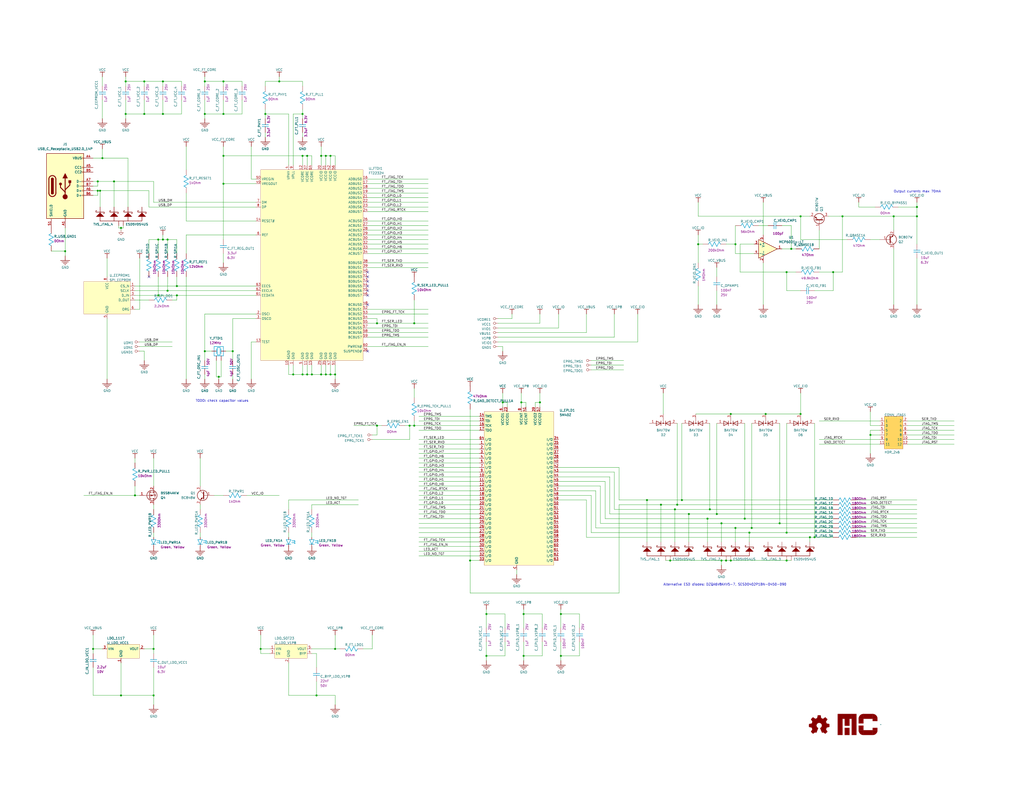
<source format=kicad_sch>
(kicad_sch (version 20231120) (generator "eeschema") (generator_version "8.0")
  (paper "C")
  (junction (at 406.4 283.21))
  (junction (at 474.98 237.49))
  (junction (at 441.96 293.37))
  (junction (at 165.1 204.47))
  (junction (at 121.92 44.45))
  (junction (at 182.88 354.33))
  (junction (at 78.74 62.23))
  (junction (at 429.26 148.59))
  (junction (at 91.44 158.75))
  (junction (at 88.9 130.81))
  (junction (at 119.38 205.74))
  (junction (at 375.92 280.67))
  (junction (at 66.04 124.46))
  (junction (at 121.92 62.23))
  (junction (at 256.54 306.07))
  (junction (at 368.3 278.13))
  (junction (at 165.1 62.23))
  (junction (at 111.76 191.77))
  (junction (at 54.61 104.14))
  (junction (at 408.94 290.83))
  (junction (at 96.52 161.29))
  (junction (at 306.07 358.14))
  (junction (at 436.88 118.11))
  (junction (at 121.92 100.33))
  (junction (at 401.32 288.29))
  (junction (at 353.06 273.05))
  (junction (at 274.32 219.71))
  (junction (at 167.64 204.47))
  (junction (at 285.75 335.28))
  (junction (at 177.8 85.09))
  (junction (at 429.26 290.83))
  (junction (at 66.04 379.73))
  (junction (at 429.26 306.07))
  (junction (at 459.74 118.11))
  (junction (at 294.64 219.71))
  (junction (at 53.34 104.14))
  (junction (at 167.64 85.09))
  (junction (at 226.06 176.53))
  (junction (at 387.35 278.13))
  (junction (at 205.74 176.53))
  (junction (at 500.38 118.11))
  (junction (at 306.07 335.28))
  (junction (at 431.8 135.89))
  (junction (at 500.38 113.03))
  (junction (at 175.26 85.09))
  (junction (at 398.78 306.07))
  (junction (at 401.32 133.35))
  (junction (at 180.34 204.47))
  (junction (at 205.74 232.41))
  (junction (at 398.78 226.06))
  (junction (at 410.21 288.29))
  (junction (at 68.58 44.45))
  (junction (at 444.5 293.37))
  (junction (at 127 191.77))
  (junction (at 86.36 130.81))
  (junction (at 121.92 85.09))
  (junction (at 372.11 273.05))
  (junction (at 111.76 62.23))
  (junction (at 223.52 232.41))
  (junction (at 396.24 306.07))
  (junction (at 487.68 118.11))
  (junction (at 265.43 358.14))
  (junction (at 142.24 354.33))
  (junction (at 180.34 85.09))
  (junction (at 55.88 86.36))
  (junction (at 393.7 306.07))
  (junction (at 35.56 137.16))
  (junction (at 365.76 306.07))
  (junction (at 436.88 226.06))
  (junction (at 170.18 204.47))
  (junction (at 91.44 130.81))
  (junction (at 175.26 204.47))
  (junction (at 53.34 99.06))
  (junction (at 369.57 275.59))
  (junction (at 88.9 44.45))
  (junction (at 86.36 161.29))
  (junction (at 165.1 85.09))
  (junction (at 50.8 354.33))
  (junction (at 284.48 219.71))
  (junction (at 73.66 270.51))
  (junction (at 425.45 285.75))
  (junction (at 78.74 44.45))
  (junction (at 83.82 354.33))
  (junction (at 88.9 62.23))
  (junction (at 182.88 204.47))
  (junction (at 386.08 283.21))
  (junction (at 177.8 204.47))
  (junction (at 285.75 358.14))
  (junction (at 265.43 335.28))
  (junction (at 62.23 99.06))
  (junction (at 391.16 280.67))
  (junction (at 152.4 44.45))
  (junction (at 144.78 62.23))
  (junction (at 172.72 379.73))
  (junction (at 83.82 379.73))
  (junction (at 360.68 275.59))
  (junction (at 160.02 204.47))
  (junction (at 226.06 232.41))
  (junction (at 417.83 226.06))
  (junction (at 454.66 148.59))
  (junction (at 68.58 62.23))
  (junction (at 381 133.35))
  (junction (at 111.76 44.45))
  (junction (at 96.52 156.21))
  (junction (at 393.7 285.75))
  (no_connect (at 200.66 153.67))
  (no_connect (at 200.66 166.37))
  (no_connect (at 200.66 191.77))
  (no_connect (at 200.66 161.29))
  (no_connect (at 200.66 148.59))
  (no_connect (at 200.66 156.21))
  (no_connect (at 200.66 158.75))
  (no_connect (at 81.28 151.13))
  (no_connect (at 200.66 151.13))
  (wire (pts (xy 88.9 44.45) (xy 88.9 46.99)))
  (wire (pts (xy 205.74 173.99) (xy 200.66 173.99)))
  (wire (pts (xy 111.76 207.01) (xy 111.76 204.47)))
  (wire (pts (xy 429.26 148.59) (xy 434.34 148.59)))
  (wire (pts (xy 265.43 335.28) (xy 265.43 342.9)))
  (wire (pts (xy 233.68 181.61) (xy 200.66 181.61)))
  (wire (pts (xy 233.68 120.65) (xy 200.66 120.65)))
  (wire (pts (xy 226.06 232.41) (xy 223.52 232.41)))
  (wire (pts (xy 500.38 290.83) (xy 467.36 290.83)))
  (wire (pts (xy 429.26 290.83) (xy 454.66 290.83)))
  (wire (pts (xy 436.88 130.81) (xy 436.88 118.11)))
  (wire (pts (xy 426.72 135.89) (xy 431.8 135.89)))
  (wire (pts (xy 294.64 219.71) (xy 294.64 222.25)))
  (wire (pts (xy 416.56 110.49) (xy 416.56 128.27)))
  (wire (pts (xy 275.59 358.14) (xy 265.43 358.14)))
  (wire (pts (xy 295.91 358.14) (xy 285.75 358.14)))
  (wire (pts (xy 233.68 189.23) (xy 200.66 189.23)))
  (wire (pts (xy 177.8 204.47) (xy 175.26 204.47)))
  (wire (pts (xy 444.5 293.37) (xy 454.66 293.37)))
  (wire (pts (xy 83.82 265.43) (xy 83.82 250.19)))
  (wire (pts (xy 431.8 135.89) (xy 434.34 135.89)))
  (wire (pts (xy 83.82 354.33) (xy 78.74 354.33)))
  (wire (pts (xy 121.92 62.23) (xy 121.92 54.61)))
  (wire (pts (xy 67.31 124.46) (xy 66.04 124.46)))
  (wire (pts (xy 447.04 148.59) (xy 454.66 148.59)))
  (wire (pts (xy 368.3 295.91) (xy 368.3 278.13)))
  (wire (pts (xy 127 191.77) (xy 127 196.85)))
  (wire (pts (xy 474.98 237.49) (xy 474.98 234.95)))
  (wire (pts (xy 152.4 41.91) (xy 152.4 44.45)))
  (wire (pts (xy 284.48 214.63) (xy 284.48 219.71)))
  (wire (pts (xy 175.26 90.17) (xy 175.26 85.09)))
  (wire (pts (xy 474.98 234.95) (xy 480.06 234.95)))
  (wire (pts (xy 233.68 123.19) (xy 200.66 123.19)))
  (wire (pts (xy 391.16 280.67) (xy 454.66 280.67)))
  (wire (pts (xy 495.3 234.95) (xy 520.7 234.95)))
  (wire (pts (xy 55.88 41.91) (xy 55.88 46.99)))
  (wire (pts (xy 53.34 106.68) (xy 53.34 104.14)))
  (wire (pts (xy 480.06 242.57) (xy 447.04 242.57)))
  (wire (pts (xy 320.04 273.05) (xy 320.04 293.37)))
  (wire (pts (xy 468.63 110.49) (xy 468.63 113.03)))
  (wire (pts (xy 172.72 364.49) (xy 172.72 356.87)))
  (wire (pts (xy 393.7 306.07) (xy 365.76 306.07)))
  (wire (pts (xy 495.3 232.41) (xy 520.7 232.41)))
  (wire (pts (xy 261.62 290.83) (xy 228.6 290.83)))
  (wire (pts (xy 170.18 354.33) (xy 182.88 354.33)))
  (wire (pts (xy 64.77 123.19) (xy 64.77 124.46)))
  (wire (pts (xy 132.08 62.23) (xy 121.92 62.23)))
  (wire (pts (xy 393.7 285.75) (xy 425.45 285.75)))
  (wire (pts (xy 53.34 104.14) (xy 50.8 104.14)))
  (wire (pts (xy 165.1 72.39) (xy 165.1 74.93)))
  (wire (pts (xy 468.63 113.03) (xy 477.52 113.03)))
  (wire (pts (xy 27.94 137.16) (xy 35.56 137.16)))
  (wire (pts (xy 177.8 85.09) (xy 177.8 90.17)))
  (wire (pts (xy 436.88 214.63) (xy 436.88 226.06)))
  (wire (pts (xy 335.28 184.15) (xy 271.78 184.15)))
  (wire (pts (xy 233.68 102.87) (xy 200.66 102.87)))
  (wire (pts (xy 360.68 275.59) (xy 369.57 275.59)))
  (wire (pts (xy 81.28 130.81) (xy 86.36 130.81)))
  (wire (pts (xy 381 143.51) (xy 381 133.35)))
  (wire (pts (xy 474.98 232.41) (xy 480.06 232.41)))
  (wire (pts (xy 261.62 300.99) (xy 228.6 300.99)))
  (wire (pts (xy 165.1 62.23) (xy 165.1 64.77)))
  (wire (pts (xy 454.66 158.75) (xy 444.5 158.75)))
  (wire (pts (xy 233.68 105.41) (xy 200.66 105.41)))
  (wire (pts (xy 139.7 186.69) (xy 137.16 186.69)))
  (wire (pts (xy 233.68 171.45) (xy 200.66 171.45)))
  (wire (pts (xy 99.06 54.61) (xy 99.06 62.23)))
  (wire (pts (xy 233.68 115.57) (xy 200.66 115.57)))
  (wire (pts (xy 372.11 273.05) (xy 454.66 273.05)))
  (wire (pts (xy 393.7 295.91) (xy 393.7 285.75)))
  (wire (pts (xy 233.68 130.81) (xy 200.66 130.81)))
  (wire (pts (xy 96.52 151.13) (xy 96.52 156.21)))
  (wire (pts (xy 406.4 231.14) (xy 406.4 283.21)))
  (wire (pts (xy 50.8 101.6) (xy 53.34 101.6)))
  (wire (pts (xy 76.2 191.77) (xy 78.74 191.77)))
  (wire (pts (xy 142.24 354.33) (xy 142.24 346.71)))
  (wire (pts (xy 316.23 335.28) (xy 306.07 335.28)))
  (wire (pts (xy 396.24 133.35) (xy 401.32 133.35)))
  (wire (pts (xy 233.68 179.07) (xy 200.66 179.07)))
  (wire (pts (xy 53.34 104.14) (xy 54.61 104.14)))
  (wire (pts (xy 170.18 293.37) (xy 170.18 290.83)))
  (wire (pts (xy 226.06 163.83) (xy 226.06 176.53)))
  (wire (pts (xy 78.74 44.45) (xy 78.74 46.99)))
  (wire (pts (xy 139.7 110.49) (xy 83.82 110.49)))
  (wire (pts (xy 83.82 356.87) (xy 83.82 354.33)))
  (wire (pts (xy 132.08 54.61) (xy 132.08 62.23)))
  (wire (pts (xy 274.32 189.23) (xy 271.78 189.23)))
  (wire (pts (xy 401.32 295.91) (xy 401.32 288.29)))
  (wire (pts (xy 279.4 171.45) (xy 279.4 173.99)))
  (wire (pts (xy 304.8 267.97) (xy 325.12 267.97)))
  (wire (pts (xy 261.62 262.89) (xy 228.6 262.89)))
  (wire (pts (xy 68.58 64.77) (xy 68.58 62.23)))
  (wire (pts (xy 99.06 46.99) (xy 99.06 44.45)))
  (wire (pts (xy 304.8 260.35) (xy 332.74 260.35)))
  (wire (pts (xy 316.23 350.52) (xy 316.23 358.14)))
  (wire (pts (xy 261.62 252.73) (xy 228.6 252.73)))
  (wire (pts (xy 50.8 86.36) (xy 55.88 86.36)))
  (wire (pts (xy 480.06 237.49) (xy 474.98 237.49)))
  (wire (pts (xy 261.62 273.05) (xy 228.6 273.05)))
  (wire (pts (xy 142.24 356.87) (xy 142.24 354.33)))
  (wire (pts (xy 121.92 62.23) (xy 111.76 62.23)))
  (wire (pts (xy 500.38 110.49) (xy 500.38 113.03)))
  (wire (pts (xy 233.68 143.51) (xy 200.66 143.51)))
  (wire (pts (xy 68.58 62.23) (xy 68.58 54.61)))
  (wire (pts (xy 167.64 90.17) (xy 167.64 85.09)))
  (wire (pts (xy 165.1 204.47) (xy 167.64 204.47)))
  (wire (pts (xy 233.68 133.35) (xy 200.66 133.35)))
  (wire (pts (xy 170.18 278.13) (xy 170.18 275.59)))
  (wire (pts (xy 233.68 97.79) (xy 200.66 97.79)))
  (wire (pts (xy 495.3 240.03) (xy 520.7 240.03)))
  (wire (pts (xy 83.82 364.49) (xy 83.82 379.73)))
  (wire (pts (xy 93.98 163.83) (xy 96.52 163.83)))
  (wire (pts (xy 381 133.35) (xy 383.54 133.35)))
  (wire (pts (xy 387.35 231.14) (xy 387.35 278.13)))
  (wire (pts (xy 365.76 306.07) (xy 363.22 306.07)))
  (wire (pts (xy 121.92 85.09) (xy 121.92 100.33)))
  (wire (pts (xy 441.96 295.91) (xy 441.96 293.37)))
  (wire (pts (xy 170.18 199.39) (xy 170.18 204.47)))
  (wire (pts (xy 500.38 285.75) (xy 467.36 285.75)))
  (wire (pts (xy 337.82 323.85) (xy 337.82 275.59)))
  (wire (pts (xy 233.68 125.73) (xy 200.66 125.73)))
  (wire (pts (xy 50.8 379.73) (xy 50.8 364.49)))
  (wire (pts (xy 426.72 123.19) (xy 431.8 123.19)))
  (wire (pts (xy 233.68 138.43) (xy 200.66 138.43)))
  (wire (pts (xy 83.82 354.33) (xy 83.82 346.71)))
  (wire (pts (xy 347.98 171.45) (xy 347.98 186.69)))
  (wire (pts (xy 330.2 283.21) (xy 386.08 283.21)))
  (wire (pts (xy 88.9 62.23) (xy 88.9 54.61)))
  (wire (pts (xy 177.8 199.39) (xy 177.8 204.47)))
  (wire (pts (xy 233.68 110.49) (xy 200.66 110.49)))
  (wire (pts (xy 139.7 128.27) (xy 101.6 128.27)))
  (wire (pts (xy 256.54 306.07) (xy 256.54 323.85)))
  (wire (pts (xy 132.08 46.99) (xy 132.08 44.45)))
  (wire (pts (xy 137.16 186.69) (xy 137.16 207.01)))
  (wire (pts (xy 182.88 204.47) (xy 180.34 204.47)))
  (wire (pts (xy 170.18 90.17) (xy 170.18 85.09)))
  (wire (pts (xy 205.74 237.49) (xy 205.74 232.41)))
  (wire (pts (xy 295.91 342.9) (xy 295.91 335.28)))
  (wire (pts (xy 261.62 267.97) (xy 228.6 267.97)))
  (wire (pts (xy 261.62 247.65) (xy 228.6 247.65)))
  (wire (pts (xy 261.62 278.13) (xy 228.6 278.13)))
  (wire (pts (xy 233.68 100.33) (xy 200.66 100.33)))
  (wire (pts (xy 332.74 260.35) (xy 332.74 280.67)))
  (wire (pts (xy 353.06 295.91) (xy 353.06 273.05)))
  (wire (pts (xy 275.59 335.28) (xy 265.43 335.28)))
  (wire (pts (xy 177.8 85.09) (xy 175.26 85.09)))
  (wire (pts (xy 261.62 242.57) (xy 228.6 242.57)))
  (wire (pts (xy 386.08 283.21) (xy 406.4 283.21)))
  (wire (pts (xy 325.12 267.97) (xy 325.12 288.29)))
  (wire (pts (xy 447.04 240.03) (xy 480.06 240.03)))
  (wire (pts (xy 261.62 303.53) (xy 228.6 303.53)))
  (wire (pts (xy 68.58 44.45) (xy 68.58 46.99)))
  (wire (pts (xy 261.62 270.51) (xy 228.6 270.51)))
  (wire (pts (xy 425.45 231.14) (xy 425.45 285.75)))
  (wire (pts (xy 76.2 186.69) (xy 93.98 186.69)))
  (wire (pts (xy 157.48 290.83) (xy 157.48 293.37)))
  (wire (pts (xy 223.52 232.41) (xy 220.98 232.41)))
  (wire (pts (xy 50.8 354.33) (xy 55.88 354.33)))
  (wire (pts (xy 454.66 148.59) (xy 459.74 148.59)))
  (wire (pts (xy 304.8 179.07) (xy 271.78 179.07)))
  (wire (pts (xy 500.38 275.59) (xy 467.36 275.59)))
  (wire (pts (xy 152.4 44.45) (xy 165.1 44.45)))
  (wire (pts (xy 454.66 148.59) (xy 454.66 158.75)))
  (wire (pts (xy 111.76 44.45) (xy 111.76 46.99)))
  (wire (pts (xy 274.32 191.77) (xy 274.32 189.23)))
  (wire (pts (xy 203.2 240.03) (xy 223.52 240.03)))
  (wire (pts (xy 393.7 306.07) (xy 393.7 308.61)))
  (wire (pts (xy 144.78 62.23) (xy 157.48 62.23)))
  (wire (pts (xy 340.36 196.85) (xy 322.58 196.85)))
  (wire (pts (xy 96.52 163.83) (xy 96.52 161.29)))
  (wire (pts (xy 233.68 135.89) (xy 200.66 135.89)))
  (wire (pts (xy 379.73 226.06) (xy 398.78 226.06)))
  (wire (pts (xy 330.2 262.89) (xy 330.2 283.21)))
  (wire (pts (xy 69.85 113.03) (xy 69.85 86.36)))
  (wire (pts (xy 500.38 113.03) (xy 500.38 118.11)))
  (wire (pts (xy 226.06 212.09) (xy 226.06 217.17)))
  (wire (pts (xy 337.82 275.59) (xy 360.68 275.59)))
  (wire (pts (xy 335.28 257.81) (xy 335.28 278.13)))
  (wire (pts (xy 396.24 306.07) (xy 393.7 306.07)))
  (wire (pts (xy 226.06 176.53) (xy 205.74 176.53)))
  (wire (pts (xy 53.34 99.06) (xy 62.23 99.06)))
  (wire (pts (xy 306.07 358.14) (xy 306.07 350.52)))
  (wire (pts (xy 91.44 130.81) (xy 96.52 130.81)))
  (wire (pts (xy 76.2 168.91) (xy 76.2 140.97)))
  (wire (pts (xy 417.83 226.06) (xy 436.88 226.06)))
  (wire (pts (xy 304.8 255.27) (xy 337.82 255.27)))
  (wire (pts (xy 203.2 354.33) (xy 198.12 354.33)))
  (wire (pts (xy 500.38 283.21) (xy 467.36 283.21)))
  (wire (pts (xy 144.78 59.69) (xy 144.78 62.23)))
  (wire (pts (xy 73.66 265.43) (xy 73.66 270.51)))
  (wire (pts (xy 83.82 384.81) (xy 83.82 379.73)))
  (wire (pts (xy 88.9 62.23) (xy 78.74 62.23)))
  (wire (pts (xy 500.38 293.37) (xy 467.36 293.37)))
  (wire (pts (xy 121.92 138.43) (xy 121.92 143.51)))
  (wire (pts (xy 139.7 161.29) (xy 96.52 161.29)))
  (wire (pts (xy 175.26 85.09) (xy 175.26 80.01)))
  (wire (pts (xy 261.62 255.27) (xy 228.6 255.27)))
  (wire (pts (xy 261.62 257.81) (xy 228.6 257.81)))
  (wire (pts (xy 111.76 191.77) (xy 111.76 196.85)))
  (wire (pts (xy 261.62 229.87) (xy 228.6 229.87)))
  (wire (pts (xy 325.12 288.29) (xy 401.32 288.29)))
  (wire (pts (xy 121.92 100.33) (xy 121.92 130.81)))
  (wire (pts (xy 66.04 361.95) (xy 66.04 379.73)))
  (wire (pts (xy 265.43 358.14) (xy 265.43 350.52)))
  (wire (pts (xy 304.8 171.45) (xy 304.8 179.07)))
  (wire (pts (xy 410.21 288.29) (xy 454.66 288.29)))
  (wire (pts (xy 205.74 232.41) (xy 208.28 232.41)))
  (wire (pts (xy 261.62 234.95) (xy 228.6 234.95)))
  (wire (pts (xy 86.36 151.13) (xy 86.36 161.29)))
  (wire (pts (xy 261.62 265.43) (xy 228.6 265.43)))
  (wire (pts (xy 180.34 85.09) (xy 177.8 85.09)))
  (wire (pts (xy 101.6 120.65) (xy 101.6 105.41)))
  (wire (pts (xy 76.2 189.23) (xy 93.98 189.23)))
  (wire (pts (xy 265.43 332.74) (xy 265.43 335.28)))
  (wire (pts (xy 76.2 270.51) (xy 73.66 270.51)))
  (wire (pts (xy 54.61 104.14) (xy 54.61 113.03)))
  (wire (pts (xy 275.59 350.52) (xy 275.59 358.14)))
  (wire (pts (xy 50.8 346.71) (xy 50.8 354.33)))
  (wire (pts (xy 295.91 350.52) (xy 295.91 358.14)))
  (wire (pts (xy 83.82 275.59) (xy 83.82 278.13)))
  (wire (pts (xy 121.92 44.45) (xy 111.76 44.45)))
  (wire (pts (xy 327.66 285.75) (xy 393.7 285.75)))
  (wire (pts (xy 369.57 275.59) (xy 454.66 275.59)))
  (wire (pts (xy 500.38 273.05) (xy 467.36 273.05)))
  (wire (pts (xy 361.95 214.63) (xy 361.95 226.06)))
  (wire (pts (xy 285.75 332.74) (xy 285.75 335.28)))
  (wire (pts (xy 134.62 270.51) (xy 152.4 270.51)))
  (wire (pts (xy 78.74 62.23) (xy 78.74 54.61)))
  (wire (pts (xy 157.48 199.39) (xy 157.48 204.47)))
  (wire (pts (xy 180.34 199.39) (xy 180.34 204.47)))
  (wire (pts (xy 121.92 80.01) (xy 121.92 85.09)))
  (wire (pts (xy 58.42 173.99) (xy 58.42 207.01)))
  (wire (pts (xy 83.82 110.49) (xy 83.82 99.06)))
  (wire (pts (xy 111.76 41.91) (xy 111.76 44.45)))
  (wire (pts (xy 223.52 240.03) (xy 223.52 232.41)))
  (wire (pts (xy 50.8 106.68) (xy 53.34 106.68)))
  (wire (pts (xy 261.62 232.41) (xy 226.06 232.41)))
  (wire (pts (xy 142.24 354.33) (xy 147.32 354.33)))
  (wire (pts (xy 165.1 59.69) (xy 165.1 62.23)))
  (wire (pts (xy 495.3 237.49) (xy 520.7 237.49)))
  (wire (pts (xy 55.88 81.28) (xy 55.88 86.36)))
  (wire (pts (xy 185.42 354.33) (xy 182.88 354.33)))
  (wire (pts (xy 157.48 62.23) (xy 157.48 90.17)))
  (wire (pts (xy 387.35 278.13) (xy 454.66 278.13)))
  (wire (pts (xy 500.38 280.67) (xy 467.36 280.67)))
  (wire (pts (xy 120.65 205.74) (xy 120.65 196.85)))
  (wire (pts (xy 292.1 219.71) (xy 292.1 222.25)))
  (wire (pts (xy 320.04 171.45) (xy 320.04 181.61)))
  (wire (pts (xy 182.88 354.33) (xy 182.88 346.71)))
  (wire (pts (xy 320.04 181.61) (xy 271.78 181.61)))
  (wire (pts (xy 474.98 237.49) (xy 474.98 247.65)))
  (wire (pts (xy 58.42 140.97) (xy 58.42 151.13)))
  (wire (pts (xy 118.11 196.85) (xy 118.11 205.74)))
  (wire (pts (xy 304.8 273.05) (xy 320.04 273.05)))
  (wire (pts (xy 316.23 358.14) (xy 306.07 358.14)))
  (wire (pts (xy 157.48 278.13) (xy 157.48 273.05)))
  (wire (pts (xy 193.04 232.41) (xy 205.74 232.41)))
  (wire (pts (xy 101.6 207.01) (xy 101.6 151.13)))
  (wire (pts (xy 320.04 293.37) (xy 441.96 293.37)))
  (wire (pts (xy 332.74 280.67) (xy 375.92 280.67)))
  (wire (pts (xy 144.78 44.45) (xy 152.4 44.45)))
  (wire (pts (xy 165.1 90.17) (xy 165.1 85.09)))
  (wire (pts (xy 425.45 285.75) (xy 454.66 285.75)))
  (wire (pts (xy 441.96 293.37) (xy 444.5 293.37)))
  (wire (pts (xy 274.32 219.71) (xy 274.32 222.25)))
  (wire (pts (xy 109.22 290.83) (xy 109.22 293.37)))
  (wire (pts (xy 500.38 288.29) (xy 467.36 288.29)))
  (wire (pts (xy 203.2 346.71) (xy 203.2 354.33)))
  (wire (pts (xy 66.04 379.73) (xy 50.8 379.73)))
  (wire (pts (xy 401.32 288.29) (xy 410.21 288.29)))
  (wire (pts (xy 495.3 242.57) (xy 520.7 242.57)))
  (wire (pts (xy 160.02 204.47) (xy 165.1 204.47)))
  (wire (pts (xy 327.66 265.43) (xy 327.66 285.75)))
  (wire (pts (xy 295.91 335.28) (xy 285.75 335.28)))
  (wire (pts (xy 398.78 226.06) (xy 417.83 226.06)))
  (wire (pts (xy 369.57 231.14) (xy 369.57 275.59)))
  (wire (pts (xy 64.77 124.46) (xy 66.04 124.46)))
  (wire (pts (xy 381 118.11) (xy 381 110.49)))
  (wire (pts (xy 261.62 285.75) (xy 228.6 285.75)))
  (wire (pts (xy 306.07 335.28) (xy 306.07 342.9)))
  (wire (pts (xy 170.18 85.09) (xy 167.64 85.09)))
  (wire (pts (xy 347.98 186.69) (xy 271.78 186.69)))
  (wire (pts (xy 256.54 223.52) (xy 256.54 306.07)))
  (wire (pts (xy 287.02 219.71) (xy 284.48 219.71)))
  (wire (pts (xy 127 173.99) (xy 139.7 173.99)))
  (wire (pts (xy 403.86 133.35) (xy 411.48 133.35)))
  (wire (pts (xy 109.22 275.59) (xy 109.22 278.13)))
  (wire (pts (xy 109.22 265.43) (xy 109.22 250.19)))
  (wire (pts (xy 441.96 118.11) (xy 436.88 118.11)))
  (wire (pts (xy 459.74 118.11) (xy 452.12 118.11)))
  (wire (pts (xy 322.58 270.51) (xy 322.58 290.83)))
  (wire (pts (xy 144.78 72.39) (xy 144.78 74.93)))
  (wire (pts (xy 500.38 278.13) (xy 467.36 278.13)))
  (wire (pts (xy 391.16 231.14) (xy 391.16 280.67)))
  (wire (pts (xy 99.06 44.45) (xy 88.9 44.45)))
  (wire (pts (xy 406.4 283.21) (xy 454.66 283.21)))
  (wire (pts (xy 165.1 44.45) (xy 165.1 46.99)))
  (wire (pts (xy 287.02 222.25) (xy 287.02 219.71)))
  (wire (pts (xy 123.19 191.77) (xy 127 191.77)))
  (wire (pts (xy 35.56 124.46) (xy 35.56 137.16)))
  (wire (pts (xy 233.68 184.15) (xy 200.66 184.15)))
  (wire (pts (xy 127 191.77) (xy 127 173.99)))
  (wire (pts (xy 96.52 130.81) (xy 96.52 138.43)))
  (wire (pts (xy 165.1 85.09) (xy 121.92 85.09)))
  (wire (pts (xy 285.75 335.28) (xy 285.75 342.9)))
  (wire (pts (xy 444.5 231.14) (xy 444.5 293.37)))
  (wire (pts (xy 429.26 306.07) (xy 398.78 306.07)))
  (wire (pts (xy 50.8 354.33) (xy 50.8 356.87)))
  (wire (pts (xy 91.44 158.75) (xy 139.7 158.75)))
  (wire (pts (xy 157.48 204.47) (xy 160.02 204.47)))
  (wire (pts (xy 55.88 64.77) (xy 55.88 54.61)))
  (wire (pts (xy 401.32 138.43) (xy 401.32 133.35)))
  (wire (pts (xy 175.26 204.47) (xy 175.26 199.39)))
  (wire (pts (xy 73.66 163.83) (xy 81.28 163.83)))
  (wire (pts (xy 337.82 273.05) (xy 353.06 273.05)))
  (wire (pts (xy 62.23 99.06) (xy 83.82 99.06)))
  (wire (pts (xy 73.66 270.51) (xy 45.72 270.51)))
  (wire (pts (xy 73.66 156.21) (xy 96.52 156.21)))
  (wire (pts (xy 182.88 85.09) (xy 180.34 85.09)))
  (wire (pts (xy 294.64 176.53) (xy 271.78 176.53)))
  (wire (pts (xy 306.07 332.74) (xy 306.07 335.28)))
  (wire (pts (xy 431.8 306.07) (xy 429.26 306.07)))
  (wire (pts (xy 157.48 379.73) (xy 157.48 361.95)))
  (wire (pts (xy 111.76 171.45) (xy 111.76 191.77)))
  (wire (pts (xy 474.98 224.79) (xy 474.98 232.41)))
  (wire (pts (xy 487.68 135.89) (xy 487.68 166.37)))
  (wire (pts (xy 261.62 283.21) (xy 228.6 283.21)))
  (wire (pts (xy 111.76 191.77) (xy 115.57 191.77)))
  (wire (pts (xy 375.92 280.67) (xy 391.16 280.67)))
  (wire (pts (xy 487.68 118.11) (xy 459.74 118.11)))
  (wire (pts (xy 83.82 379.73) (xy 66.04 379.73)))
  (wire (pts (xy 408.94 290.83) (xy 429.26 290.83)))
  (wire (pts (xy 274.32 219.71) (xy 276.86 219.71)))
  (wire (pts (xy 276.86 219.71) (xy 276.86 222.25)))
  (wire (pts (xy 121.92 270.51) (xy 116.84 270.51)))
  (wire (pts (xy 381 128.27) (xy 381 133.35)))
  (wire (pts (xy 436.88 118.11) (xy 381 118.11)))
  (wire (pts (xy 429.26 148.59) (xy 403.86 148.59)))
  (wire (pts (xy 281.94 313.69) (xy 281.94 311.15)))
  (wire (pts (xy 285.75 358.14) (xy 285.75 350.52)))
  (wire (pts (xy 144.78 62.23) (xy 144.78 64.77)))
  (wire (pts (xy 256.54 323.85) (xy 337.82 323.85)))
  (wire (pts (xy 160.02 199.39) (xy 160.02 204.47)))
  (wire (pts (xy 284.48 219.71) (xy 284.48 222.25)))
  (wire (pts (xy 391.16 166.37) (xy 391.16 158.75)))
  (wire (pts (xy 274.32 214.63) (xy 274.32 219.71)))
  (wire (pts (xy 398.78 306.07) (xy 396.24 306.07)))
  (wire (pts (xy 55.88 86.36) (xy 69.85 86.36)))
  (wire (pts (xy 261.62 298.45) (xy 228.6 298.45)))
  (wire (pts (xy 54.61 104.14) (xy 81.28 104.14)))
  (wire (pts (xy 81.28 138.43) (xy 81.28 130.81)))
  (wire (pts (xy 86.36 130.81) (xy 86.36 138.43)))
  (wire (pts (xy 306.07 360.68) (xy 306.07 358.14)))
  (wire (pts (xy 462.28 130.81) (xy 436.88 130.81)))
  (wire (pts (xy 500.38 118.11) (xy 500.38 133.35)))
  (wire (pts (xy 304.8 257.81) (xy 335.28 257.81)))
  (wire (pts (xy 139.7 97.79) (xy 137.16 97.79)))
  (wire (pts (xy 157.48 273.05) (xy 195.58 273.05)))
  (wire (pts (xy 88.9 130.81) (xy 88.9 128.27)))
  (wire (pts (xy 111.76 64.77) (xy 111.76 62.23)))
  (wire (pts (xy 233.68 168.91) (xy 200.66 168.91)))
  (wire (pts (xy 322.58 290.83) (xy 408.94 290.83)))
  (wire (pts (xy 500.38 140.97) (xy 500.38 166.37)))
  (wire (pts (xy 139.7 100.33) (xy 121.92 100.33)))
  (wire (pts (xy 96.52 161.29) (xy 86.36 161.29)))
  (wire (pts (xy 139.7 171.45) (xy 111.76 171.45)))
  (wire (pts (xy 137.16 97.79) (xy 137.16 80.01)))
  (wire (pts (xy 294.64 171.45) (xy 294.64 176.53)))
  (wire (pts (xy 91.44 151.13) (xy 91.44 158.75)))
  (wire (pts (xy 127 207.01) (xy 127 204.47)))
  (wire (pts (xy 410.21 231.14) (xy 410.21 288.29)))
  (wire (pts (xy 121.92 44.45) (xy 121.92 46.99)))
  (wire (pts (xy 447.04 125.73) (xy 447.04 135.89)))
  (wire (pts (xy 304.8 262.89) (xy 330.2 262.89)))
  (wire (pts (xy 73.66 252.73) (xy 73.66 250.19)))
  (wire (pts (xy 101.6 92.71) (xy 101.6 80.01)))
  (wire (pts (xy 261.62 293.37) (xy 228.6 293.37)))
  (wire (pts (xy 182.88 90.17) (xy 182.88 85.09)))
  (wire (pts (xy 261.62 275.59) (xy 228.6 275.59)))
  (wire (pts (xy 261.62 245.11) (xy 228.6 245.11)))
  (wire (pts (xy 403.86 133.35) (xy 403.86 148.59)))
  (wire (pts (xy 261.62 260.35) (xy 228.6 260.35)))
  (wire (pts (xy 414.02 123.19) (xy 419.1 123.19)))
  (wire (pts (xy 182.88 379.73) (xy 172.72 379.73)))
  (wire (pts (xy 119.38 205.74) (xy 119.38 207.01)))
  (wire (pts (xy 180.34 90.17) (xy 180.34 85.09)))
  (wire (pts (xy 205.74 176.53) (xy 200.66 176.53)))
  (wire (pts (xy 96.52 156.21) (xy 139.7 156.21)))
  (wire (pts (xy 182.88 384.81) (xy 182.88 379.73)))
  (wire (pts (xy 372.11 231.14) (xy 372.11 273.05)))
  (wire (pts (xy 261.62 306.07) (xy 256.54 306.07)))
  (wire (pts (xy 490.22 113.03) (xy 500.38 113.03)))
  (wire (pts (xy 431.8 123.19) (xy 431.8 135.89)))
  (wire (pts (xy 480.06 130.81) (xy 474.98 130.81)))
  (wire (pts (xy 368.3 278.13) (xy 387.35 278.13)))
  (wire (pts (xy 294.64 214.63) (xy 294.64 219.71)))
  (wire (pts (xy 294.64 219.71) (xy 292.1 219.71)))
  (wire (pts (xy 167.64 85.09) (xy 165.1 85.09)))
  (wire (pts (xy 340.36 201.93) (xy 322.58 201.93)))
  (wire (pts (xy 67.31 123.19) (xy 67.31 124.46)))
  (wire (pts (xy 101.6 128.27) (xy 101.6 138.43)))
  (wire (pts (xy 500.38 118.11) (xy 487.68 118.11)))
  (wire (pts (xy 335.28 278.13) (xy 368.3 278.13)))
  (wire (pts (xy 429.26 158.75) (xy 429.26 148.59)))
  (wire (pts (xy 233.68 128.27) (xy 200.66 128.27)))
  (wire (pts (xy 91.44 138.43) (xy 91.44 130.81)))
  (wire (pts (xy 261.62 240.03) (xy 228.6 240.03)))
  (wire (pts (xy 144.78 46.99) (xy 144.78 44.45)))
  (wire (pts (xy 99.06 62.23) (xy 88.9 62.23)))
  (wire (pts (xy 360.68 295.91) (xy 360.68 275.59)))
  (wire (pts (xy 165.1 62.23) (xy 160.02 62.23)))
  (wire (pts (xy 50.8 99.06) (xy 53.34 99.06)))
  (wire (pts (xy 73.66 158.75) (xy 91.44 158.75)))
  (wire (pts (xy 78.74 191.77) (xy 78.74 196.85)))
  (wire (pts (xy 132.08 44.45) (xy 121.92 44.45)))
  (wire (pts (xy 285.75 360.68) (xy 285.75 358.14)))
  (wire (pts (xy 261.62 288.29) (xy 228.6 288.29)))
  (wire (pts (xy 261.62 227.33) (xy 228.6 227.33)))
  (wire (pts (xy 233.68 113.03) (xy 200.66 113.03)))
  (wire (pts (xy 180.34 204.47) (xy 177.8 204.47)))
  (wire (pts (xy 429.26 231.14) (xy 429.26 290.83)))
  (wire (pts (xy 182.88 199.39) (xy 182.88 204.47)))
  (wire (pts (xy 447.04 229.87) (xy 480.06 229.87)))
  (wire (pts (xy 353.06 273.05) (xy 372.11 273.05)))
  (wire (pts (xy 35.56 139.7) (xy 35.56 137.16)))
  (wire (pts (xy 375.92 295.91) (xy 375.92 280.67)))
  (wire (pts (xy 233.68 107.95) (xy 200.66 107.95)))
  (wire (pts (xy 88.9 44.45) (xy 78.74 44.45)))
  (wire (pts (xy 335.28 171.45) (xy 335.28 184.15)))
  (wire (pts (xy 279.4 173.99) (xy 271.78 173.99)))
  (wire (pts (xy 165.1 199.39) (xy 165.1 204.47)))
  (wire (pts (xy 81.28 113.03) (xy 139.7 113.03)))
  (wire (pts (xy 68.58 41.91) (xy 68.58 44.45)))
  (wire (pts (xy 73.66 168.91) (xy 76.2 168.91)))
  (wire (pts (xy 436.88 158.75) (xy 429.26 158.75)))
  (wire (pts (xy 119.38 205.74) (xy 120.65 205.74)))
  (wire (pts (xy 86.36 130.81) (xy 88.9 130.81)))
  (wire (pts (xy 408.94 295.91) (xy 408.94 290.83)))
  (wire (pts (xy 226.06 229.87) (xy 226.06 232.41)))
  (wire (pts (xy 86.36 161.29) (xy 73.66 161.29)))
  (wire (pts (xy 233.68 146.05) (xy 200.66 146.05)))
  (wire (pts (xy 147.32 356.87) (xy 142.24 356.87)))
  (wire (pts (xy 340.36 199.39) (xy 322.58 199.39)))
  (wire (pts (xy 66.04 124.46) (xy 66.04 125.73)))
  (wire (pts (xy 416.56 143.51) (xy 416.56 166.37)))
  (wire (pts (xy 88.9 130.81) (xy 91.44 130.81)))
  (wire (pts (xy 261.62 250.19) (xy 228.6 250.19)))
  (wire (pts (xy 386.08 295.91) (xy 386.08 283.21)))
  (wire (pts (xy 459.74 148.59) (xy 459.74 118.11)))
  (wire (pts (xy 160.02 62.23) (xy 160.02 90.17)))
  (wire (pts (xy 83.82 290.83) (xy 83.82 293.37)))
  (wire (pts (xy 205.74 176.53) (xy 205.74 173.99)))
  (wire (pts (xy 203.2 237.49) (xy 205.74 237.49)))
  (wire (pts (xy 118.11 205.74) (xy 119.38 205.74)))
  (wire (pts (xy 167.64 204.47) (xy 170.18 204.47)))
  (wire (pts (xy 304.8 265.43) (xy 327.66 265.43)))
  (wire (pts (xy 167.64 199.39) (xy 167.64 204.47)))
  (wire (pts (xy 170.18 275.59) (xy 195.58 275.59)))
  (wire (pts (xy 381 166.37) (xy 381 156.21)))
  (wire (pts (xy 261.62 295.91) (xy 228.6 295.91)))
  (wire (pts (xy 487.68 125.73) (xy 487.68 118.11)))
  (wire (pts (xy 316.23 342.9) (xy 316.23 335.28)))
  (wire (pts (xy 62.23 113.03) (xy 62.23 99.06)))
  (wire (pts (xy 111.76 62.23) (xy 111.76 54.61)))
  (wire (pts (xy 265.43 360.68) (xy 265.43 358.14)))
  (wire (pts (xy 391.16 146.05) (xy 391.16 151.13)))
  (wire (pts (xy 172.72 379.73) (xy 157.48 379.73)))
  (wire (pts (xy 337.82 255.27) (xy 337.82 273.05)))
  (wire (pts (xy 172.72 356.87) (xy 170.18 356.87)))
  (wire (pts (xy 139.7 120.65) (xy 101.6 120.65)))
  (wire (pts (xy 261.62 280.67) (xy 228.6 280.67)))
  (wire (pts (xy 172.72 372.11) (xy 172.72 379.73)))
  (wire (pts (xy 275.59 342.9) (xy 275.59 335.28)))
  (wire (pts (xy 304.8 270.51) (xy 322.58 270.51)))
  (wire (pts (xy 78.74 44.45) (xy 68.58 44.45)))
  (wire (pts (xy 53.34 101.6) (xy 53.34 99.06)))
  (wire (pts (xy 81.28 104.14) (xy 81.28 113.03)))
  (wire (pts (xy 182.88 207.01) (xy 182.88 204.47)))
  (wire (pts (xy 495.3 229.87) (xy 520.7 229.87)))
  (wire (pts (xy 233.68 176.53) (xy 226.06 176.53)))
  (wire (pts (xy 170.18 204.47) (xy 175.26 204.47)))
  (wire (pts (xy 411.48 138.43) (xy 401.32 138.43)))
  (wire (pts (xy 401.32 133.35) (xy 401.32 123.19)))
  (wire (pts (xy 78.74 62.23) (xy 68.58 62.23)))
  (text "Output current: max 70mA" (at 487.68 105.41 0) (effects (font (size 1.27 1.27)) (justify left bottom)))
  (text "TODO: check capacitor values" (at 106.68 219.71 0) (effects (font (size 1.27 1.27)) (justify left bottom)))
  (text "Alternative ESD diodes: DZQA6V8AXV5-7, SESD0402P1BN-0450-090" (at 361.95 320.04 0) (effects (font (size 1.27 1.27)) (justify left bottom)))
  (label "EPRG_FT_TCK" (at 208.28 171.45 0))
  (label "FT_GPIO_H0" (at 208.28 120.65 0))
  (label "EPRG_TDI" (at 231.14 229.87 0))
  (label "FT_GPIO_H4" (at 208.28 130.81 0))
  (label "JTAG_TDI" (at 502.92 240.03 0))
  (label "FT_GPIO_L0" (at 208.28 107.95 0))
  (label "FT_GPIO_H7" (at 231.14 247.65 0))
  (label "EPRG_TDO" (at 208.28 181.61 0))
  (label "FT_GPIO_H1" (at 208.28 123.19 0))
  (label "SER_RXD" (at 449.58 229.87 0))
  (label "FT_GPIO_H5" (at 231.14 260.35 0))
  (label "FT_SER_TXD" (at 208.28 143.51 0))
  (label "JTAG_TDI" (at 474.98 278.13 0))
  (label "FT_GPIO_L2" (at 208.28 113.03 0))
  (label "FT_GPIO_H2" (at 208.28 125.73 0))
  (label "FT_JTAG_EN_N" (at 48.26 270.51 0))
  (label "EPRG_TMS" (at 208.28 184.15 0))
  (label "EPRG_TDI" (at 325.12 199.39 0))
  (label "FT_JTAG_EN_N" (at 231.14 298.45 0))
  (label "FT_GPIO_L0" (at 231.14 275.59 0))
  (label "VCC_IO" (at 137.16 270.51 0))
  (label "GND_DETECT" (at 449.58 242.57 0))
  (label "JTAG_RST" (at 474.98 273.05 0))
  (label "LED_NO_TGT" (at 231.14 303.53 0))
  (label "FT_GPIO_H3" (at 208.28 128.27 0))
  (label "FT_GPIO_H7" (at 208.28 138.43 0))
  (label "JTAG_RST" (at 502.92 242.57 0))
  (label "EPRG_TDO" (at 231.14 234.95 0))
  (label "JTAG_RTCK" (at 474.98 280.67 0))
  (label "JTAG_TCK" (at 502.92 234.95 0))
  (label "FT_GPIO_H4" (at 231.14 257.81 0))
  (label "FT_GPIO_L1" (at 231.14 273.05 0))
  (label "SER_TXD" (at 474.98 290.83 0))
  (label "EPRG_TMS" (at 231.14 227.33 0))
  (label "LED_NO_TGT" (at 177.8 273.05 0))
  (label "FT_SER_RXD" (at 208.28 146.05 0))
  (label "SER_TXD" (at 502.92 229.87 0))
  (label "FT_SER_RXD" (at 231.14 242.57 0))
  (label "EPRG_TCK" (at 231.14 232.41 0))
  (label "LED_ACT" (at 177.8 275.59 0))
  (label "FT_JTAG_TCK" (at 208.28 97.79 0))
  (label "EPRG_TDO" (at 325.12 201.93 0))
  (label "FT_GPIO_H1" (at 231.14 262.89 0))
  (label "FT_GPIO_H3" (at 231.14 255.27 0))
  (label "FT_JTAG_TMS" (at 208.28 105.41 0))
  (label "FT_GPIO_H0" (at 231.14 265.43 0))
  (label "FT_JTAG_RTCK" (at 208.28 115.57 0))
  (label "JTAG_TDO" (at 474.98 283.21 0))
  (label "FT_GPIO_H6" (at 231.14 250.19 0))
  (label "FT_GPIO_H5" (at 208.28 133.35 0))
  (label "USB_DM" (at 86.36 110.49 0))
  (label "FT_GPIO_L1" (at 208.28 110.49 0))
  (label "USB_DM" (at 78.74 186.69 0))
  (label "FT_GPIO_L2" (at 231.14 270.51 0))
  (label "JTAG_TCK" (at 474.98 285.75 0))
  (label "FT_SER_TXD" (at 231.14 245.11 0))
  (label "USB_DP" (at 78.74 189.23 0))
  (label "FT_JTAG_TDO" (at 231.14 280.67 0))
  (label "JTAG_TMS" (at 502.92 232.41 0))
  (label "FT_JTAG_RTCK" (at 231.14 267.97 0))
  (label "EPRG_TDI" (at 208.28 179.07 0))
  (label "GND_DETECT" (at 474.98 275.59 0))
  (label "JTAG_TDO" (at 502.92 237.49 0))
  (label "FT_SER_LED" (at 208.28 176.53 0))
  (label "FT_JTAG_EN_N" (at 208.28 189.23 0))
  (label "EPRG_TMS" (at 325.12 196.85 0))
  (label "USB_DP" (at 86.36 113.03 0))
  (label "FT_JTAG_TCK" (at 231.14 295.91 0))
  (label "SER_RXD" (at 474.98 293.37 0))
  (label "FT_JTAG_TDI" (at 208.28 100.33 0))
  (label "LED_ACT" (at 231.14 300.99 0))
  (label "EPRG_FT_TCK" (at 193.04 232.41 0))
  (label "FT_SER_LED" (at 231.14 240.03 0))
  (label "FT_GPIO_H6" (at 208.28 135.89 0))
  (label "FT_JTAG_TMS" (at 231.14 278.13 0))
  (label "FT_JTAG_TDI" (at 231.14 283.21 0))
  (label "JTAG_RTCK" (at 449.58 240.03 0))
  (label "JTAG_TMS" (at 474.98 288.29 0))
  (label "FT_GPIO_H2" (at 231.14 252.73 0))
  (label "FT_JTAG_TDO" (at 208.28 102.87 0))
  (symbol (lib_id "Diode:BAV70W") (at 417.83 231.14 0) (mirror x) (unit 1)
    (property "Reference" "D5" (at 417.83 237.49 0))
    (property "Value" "BAV70W" (at 417.83 234.95 0))
    (property "Footprint" "Package_TO_SOT_SMD:SOT-323_SC-70" (effects (hide yes)))
    (property "Datasheet" "https://assets.nexperia.com/documents/data-sheet/BAV70_SER.pdf" (effects (hide yes)))
    (property "Description" "Dual 100V 175mA high-speed switching diodes, common cathode, SOT-323" (effects (hide yes)))
  )
  (symbol (lib_id "jtag_2232h:root_0_CAP") (at 132.08 54.61 0) (unit 1)
    (property "Reference" "C_FT_CORE_3" (at 129.54 60.96 90) (effects (justify left bottom)))
    (property "Value" "${ALTIUM_VALUE}" (effects (hide yes)))
    (property "Footprint" "Capacitor_SMD:C_0603_1608Metric_Pad1.08x0.95mm_HandSolder" (effects (hide yes)))
    (property "Description" "CAP CER 1.0UF 25V X5R 0603" (effects (hide yes)))
    (property "ALTIUM_VALUE" "1uF" (at 134.62 55.88 90) (effects (justify left bottom)))
    (property "VOLTAGE - RATED" "25V" (at 134.62 49.53 90) (effects (justify left bottom)))
    (property "DIGI-KEY PART NUMBER" "445-5146-1-ND" (effects (hide yes)))
    (property "MANUFACTURER PART NUMBER" "C1608X5R1E105K" (effects (hide yes)))
    (property "SERIES" "C" (effects (hide yes)))
    (property "MANUFACTURER" "TDK Corporation" (effects (hide yes)))
    (property "TOLERANCE" "+/-10%" (effects (hide yes)))
    (property "TEMPERATURE COEFFICIENT" "X5R" (effects (hide yes)))
    (property "MOUNTING TYPE" "Surface Mount, MLCC" (effects (hide yes)))
    (property "OPERATING TEMPERATURE" "-55degC ~ 85degC" (effects (hide yes)))
    (property "FEATURES" "General Purpose" (effects (hide yes)))
    (property "LEAD SPACING" "-" (effects (hide yes)))
    (property "PACKAGE / CASE" "0603 (1608 Metric)" (effects (hide yes)))
    (property "THICKNESS" "0.80mm" (effects (hide yes)))
    (property "PACKAGING" "Cut Tape (CT)" (effects (hide yes)))
    (property "MINIMUM QUANTITY" "10" (effects (hide yes)))
    (property "UNIT PRICE" "0.088" (effects (hide yes)))
    (property "VALUE IN PF" "1000000" (effects (hide yes)))
    (property "SUPPLIER 1" "Digi-Key" (effects (hide yes)))
    (property "SUPPLIER PART NUMBER 1" "445-5146-1-ND" (effects (hide yes)))
  )
  (symbol (lib_id "jtag_2232h:VCC_BAR") (at 58.42 140.97 180) (unit 1)
    (property "Reference" "#PWR0167" (effects (hide yes)))
    (property "Value" "VCC" (at 58.42 137.16 0))
  )
  (symbol (lib_id "jtag_2232h:root_1_RES") (at 73.66 265.43 0) (unit 1)
    (property "Reference" "R_PWR_LED_PULL1" (at 75.184 258.064 0) (effects (justify left bottom)))
    (property "Value" "${ALTIUM_VALUE}" (effects (hide yes)))
    (property "Footprint" "Resistor_SMD:R_0603_1608Metric_Pad0.98x0.95mm_HandSolder" (effects (hide yes)))
    (property "Description" "RES 10K OHM 1/10W 1% 0603" (effects (hide yes)))
    (property "ALTIUM_VALUE" "10kOhm" (at 75.184 260.604 0) (effects (justify left bottom)))
    (property "DATASHEETS" "http://www.seielect.com/Catalog/SEI-RMCF_RMCP.pdf" (effects (hide yes)))
    (property "IMAGE" "http://media.digikey.com/photos/Stackpole%20Photos/MFG_RMC%20SERIES.jpg" (effects (hide yes)))
    (property "DIGI-KEY PART NUMBER" "RMCF0603FT10K0CT-ND" (effects (hide yes)))
    (property "MANUFACTURER PART NUMBER" "RMCF0603FT10K0" (effects (hide yes)))
    (property "MANUFACTURER" "Stackpole Electronics Inc" (effects (hide yes)))
    (property "QUANTITY AVAILABLE" "82776" (effects (hide yes)))
    (property "FACTORY STOCK" "0" (effects (hide yes)))
    (property "UNIT PRICE (USD)" "0.04" (effects (hide yes)))
    (property "@ QTY" "0" (effects (hide yes)))
    (property "MINIMUM QUANTITY" "1" (effects (hide yes)))
    (property "PACKAGING" "Cut Tape (CT)" (effects (hide yes)))
    (property "SERIES" "RMCF" (effects (hide yes)))
    (property "RESISTANCE (OHMS)" "10k" (effects (hide yes)))
    (property "TOLERANCE" "+/-1%" (effects (hide yes)))
    (property "POWER (WATTS)" "0.1W, 1/10W" (effects (hide yes)))
    (property "COMPOSITION" "Thick Film" (effects (hide yes)))
    (property "FEATURES" "-" (effects (hide yes)))
    (property "TEMPERATURE COEFFICIENT" "+/-100ppm/°C" (effects (hide yes)))
    (property "PACKAGE / CASE" "0603 (1608 Metric)" (effects (hide yes)))
    (property "SUPPLIER DEVICE PACKAGE" "603" (effects (hide yes)))
    (property "SIZE / DIMENSION" "0.061\" L x 0.031\" W (1.55mm x 0.80mm)" (effects (hide yes)))
    (property "HEIGHT" "0.022\" (0.55mm)" (effects (hide yes)))
    (property "NUMBER OF TERMINATIONS" "2" (effects (hide yes)))
    (property "VALUE ON OHMS" "10000" (effects (hide yes)))
    (property "SUPPLIER 1" "Digi-Key" (effects (hide yes)))
    (property "SUPPLIER PART NUMBER 1" "RMCF0603FT10K0CT-ND" (effects (hide yes)))
  )
  (symbol (lib_id "jtag_2232h:GND_POWER_GROUND") (at 111.76 207.01 0) (unit 1)
    (property "Reference" "#PWR0104" (effects (hide yes)))
    (property "Value" "GND" (at 111.76 213.36 0))
  )
  (symbol (lib_id "jtag_2232h:root_1_RES2") (at 170.18 290.83 0) (unit 1)
    (property "Reference" "R_LED_FN1" (at 168.91 290.83 90) (effects (justify left bottom)))
    (property "Value" "${ALTIUM_VALUE}" (effects (hide yes)))
    (property "Footprint" "Resistor_SMD:R_Array_Convex_2x0603" (effects (hide yes)))
    (property "Description" "RES ARRAY 330 OHM 5% 2 RES SMD" (effects (hide yes)))
    (property "ALTIUM_VALUE" "330Ohm" (at 173.99 288.29 90) (effects (justify left bottom)))
    (property "DIGI-KEY PART NUMBER" "Y2331CT-ND" (effects (hide yes)))
    (property "MANUFACTURER PART NUMBER" "EXB-V4V331JV" (effects (hide yes)))
    (property "SERIES" "EXB" (effects (hide yes)))
    (property "MANUFACTURER" "Panasonic - ECG" (effects (hide yes)))
    (property "RESISTANCE IN OHMS" "330" (effects (hide yes)))
    (property "NUMBER OF RESISTORS" "2" (effects (hide yes)))
    (property "CIRCUIT TYPE" "Isolated" (effects (hide yes)))
    (property "TEMPERATURE COEFFICIENT" "+/-200ppm/degC" (effects (hide yes)))
    (property "TOLERANCE" "+/-5%" (effects (hide yes)))
    (property "POWER PER ELEMENT" "62.5mW" (effects (hide yes)))
    (property "NUMBER OF PINS" "4" (effects (hide yes)))
    (property "PACKAGE" "0603 x 2 Concave (1608 Metric)" (effects (hide yes)))
    (property "MOUNTING TYPE" "Surface Mount" (effects (hide yes)))
    (property "PACKAGING" "Cut Tape (CT)" (effects (hide yes)))
    (property "MINIMUM QUANTITY" "10" (effects (hide yes)))
    (property "UNIT PRICE" "0.048" (effects (hide yes)))
    (property "VALUE IN OHMS" "330" (effects (hide yes)))
    (property "SUPPLIER 1" "Digi-Key" (effects (hide yes)))
    (property "SUPPLIER PART NUMBER 1" "Y2331CT-ND" (effects (hide yes)))
  )
  (symbol (lib_id "jtag_2232h:root_0_CAP") (at 265.43 350.52 0) (unit 1)
    (property "Reference" "C_EPLD_VCC_1" (at 262.89 355.6 90) (effects (justify left bottom)))
    (property "Value" "${ALTIUM_VALUE}" (effects (hide yes)))
    (property "Footprint" "Capacitor_SMD:C_0603_1608Metric_Pad1.08x0.95mm_HandSolder" (effects (hide yes)))
    (property "Description" "CAP CER 1.0UF 25V X5R 0603" (effects (hide yes)))
    (property "ALTIUM_VALUE" "1uF" (at 267.97 353.06 90) (effects (justify left bottom)))
    (property "VOLTAGE - RATED" "25V" (at 267.97 344.17 90) (effects (justify left bottom)))
    (property "DIGI-KEY PART NUMBER" "445-5146-1-ND" (effects (hide yes)))
    (property "MANUFACTURER PART NUMBER" "C1608X5R1E105K" (effects (hide yes)))
    (property "SERIES" "C" (effects (hide yes)))
    (property "MANUFACTURER" "TDK Corporation" (effects (hide yes)))
    (property "TOLERANCE" "+/-10%" (effects (hide yes)))
    (property "TEMPERATURE COEFFICIENT" "X5R" (effects (hide yes)))
    (property "MOUNTING TYPE" "Surface Mount, MLCC" (effects (hide yes)))
    (property "OPERATING TEMPERATURE" "-55degC ~ 85degC" (effects (hide yes)))
    (property "FEATURES" "General Purpose" (effects (hide yes)))
    (property "LEAD SPACING" "-" (effects (hide yes)))
    (property "PACKAGE / CASE" "0603 (1608 Metric)" (effects (hide yes)))
    (property "THICKNESS" "0.80mm" (effects (hide yes)))
    (property "PACKAGING" "Cut Tape (CT)" (effects (hide yes)))
    (property "MINIMUM QUANTITY" "10" (effects (hide yes)))
    (property "UNIT PRICE" "0.088" (effects (hide yes)))
    (property "VALUE IN PF" "1000000" (effects (hide yes)))
    (property "SUPPLIER 1" "Digi-Key" (effects (hide yes)))
    (property "SUPPLIER PART NUMBER 1" "445-5146-1-ND" (effects (hide yes)))
  )
  (symbol (lib_id "jtag_2232h:VCC_BAR") (at 142.24 346.71 180) (unit 1)
    (property "Reference" "#PWR0123" (effects (hide yes)))
    (property "Value" "VCC" (at 142.24 342.9 0))
  )
  (symbol (lib_id "jtag_2232h:root_1_RES2") (at 109.22 290.83 0) (unit 1)
    (property "Reference" "R_LED_PWR1" (at 107.95 292.1 90) (effects (justify left bottom)))
    (property "Value" "${ALTIUM_VALUE}" (effects (hide yes)))
    (property "Footprint" "Resistor_SMD:R_Array_Convex_2x0603" (effects (hide yes)))
    (property "Description" "RES ARRAY 330 OHM 5% 2 RES SMD" (effects (hide yes)))
    (property "ALTIUM_VALUE" "330Ohm" (at 113.03 288.29 90) (effects (justify left bottom)))
    (property "DIGI-KEY PART NUMBER" "Y2331CT-ND" (effects (hide yes)))
    (property "MANUFACTURER PART NUMBER" "EXB-V4V331JV" (effects (hide yes)))
    (property "SERIES" "EXB" (effects (hide yes)))
    (property "MANUFACTURER" "Panasonic - ECG" (effects (hide yes)))
    (property "RESISTANCE IN OHMS" "330" (effects (hide yes)))
    (property "NUMBER OF RESISTORS" "2" (effects (hide yes)))
    (property "CIRCUIT TYPE" "Isolated" (effects (hide yes)))
    (property "TEMPERATURE COEFFICIENT" "+/-200ppm/degC" (effects (hide yes)))
    (property "TOLERANCE" "+/-5%" (effects (hide yes)))
    (property "POWER PER ELEMENT" "62.5mW" (effects (hide yes)))
    (property "NUMBER OF PINS" "4" (effects (hide yes)))
    (property "PACKAGE" "0603 x 2 Concave (1608 Metric)" (effects (hide yes)))
    (property "MOUNTING TYPE" "Surface Mount" (effects (hide yes)))
    (property "PACKAGING" "Cut Tape (CT)" (effects (hide yes)))
    (property "MINIMUM QUANTITY" "10" (effects (hide yes)))
    (property "UNIT PRICE" "0.048" (effects (hide yes)))
    (property "VALUE IN OHMS" "330" (effects (hide yes)))
    (property "SUPPLIER 1" "Digi-Key" (effects (hide yes)))
    (property "SUPPLIER PART NUMBER 1" "Y2331CT-ND" (effects (hide yes)))
  )
  (symbol (lib_id "jtag_2232h:GND_POWER_GROUND") (at 127 207.01 0) (unit 1)
    (property "Reference" "#PWR0103" (effects (hide yes)))
    (property "Value" "GND" (at 127 213.36 0))
  )
  (symbol (lib_id "jtag_2232h:root_0_CAP") (at 50.8 364.49 0) (unit 1)
    (property "Reference" "C_IN_LDO_VCC1" (at 48.26 368.3 90) (effects (justify left bottom)))
    (property "Value" "${ALTIUM_VALUE}" (effects (hide yes)))
    (property "Footprint" "Capacitor_SMD:C_0603_1608Metric_Pad1.08x0.95mm_HandSolder" (effects (hide yes)))
    (property "Description" "CAP CER 2.2UF 10V X5R 0603" (effects (hide yes)))
    (property "ALTIUM_VALUE" "2.2uF" (at 52.832 364.998 0) (effects (justify left bottom)))
    (property "VOLTAGE - RATED" "10V" (at 52.832 367.538 0) (effects (justify left bottom)))
    (property "DIGI-KEY PART NUMBER" "445-5166-1-ND" (effects (hide yes)))
    (property "MANUFACTURER PART NUMBER" "C1608X5R1A225K" (effects (hide yes)))
    (property "SERIES" "C" (effects (hide yes)))
    (property "MANUFACTURER" "TDK Corporation" (effects (hide yes)))
    (property "TOLERANCE" "+/-10%" (effects (hide yes)))
    (property "TEMPERATURE COEFFICIENT" "X5R" (effects (hide yes)))
    (property "MOUNTING TYPE" "Surface Mount, MLCC" (effects (hide yes)))
    (property "OPERATING TEMPERATURE" "-55degC ~ 85degC" (effects (hide yes)))
    (property "FEATURES" "General Purpose" (effects (hide yes)))
    (property "LEAD SPACING" "-" (effects (hide yes)))
    (property "PACKAGE / CASE" "0603 (1608 Metric)" (effects (hide yes)))
    (property "THICKNESS" "0.80mm" (effects (hide yes)))
    (property "PACKAGING" "Cut Tape (CT)" (effects (hide yes)))
    (property "MINIMUM QUANTITY" "10" (effects (hide yes)))
    (property "UNIT PRICE" "0.143" (effects (hide yes)))
    (property "VALUE IN PF" "2200000" (effects (hide yes)))
    (property "SUPPLIER 1" "Digi-Key" (effects (hide yes)))
    (property "SUPPLIER PART NUMBER 1" "445-5166-1-ND" (effects (hide yes)))
  )
  (symbol (lib_id "jtag_2232h:VCC_1P8_BAR") (at 335.28 171.45 180) (unit 1)
    (property "Reference" "#PWR0152" (effects (hide yes)))
    (property "Value" "VCC_1P8" (at 335.28 167.64 0))
  )
  (symbol (lib_id "jtag_2232h:GND_POWER_GROUND") (at 101.6 207.01 0) (unit 1)
    (property "Reference" "#PWR0105" (effects (hide yes)))
    (property "Value" "GND" (at 101.6 213.36 0))
  )
  (symbol (lib_id "jtag_2232h:VCC_1P8_BAR") (at 182.88 346.71 180) (unit 1)
    (property "Reference" "#PWR0124" (effects (hide yes)))
    (property "Value" "VCC_1P8" (at 182.88 342.9 0))
  )
  (symbol (lib_id "jtag_2232h:VCC_FT_CORE_BAR") (at 203.2 346.71 180) (unit 1)
    (property "Reference" "#PWR0121" (effects (hide yes)))
    (property "Value" "VCC_FT_CORE" (at 203.2 342.9 0))
  )
  (symbol (lib_id "jtag_2232h:VCC_BAR") (at 73.66 250.19 180) (unit 1)
    (property "Reference" "#PWR0109" (effects (hide yes)))
    (property "Value" "VCC" (at 73.66 246.38 0))
  )
  (symbol (lib_id "jtag_2232h:VCC_BAR") (at 109.22 250.19 180) (unit 1)
    (property "Reference" "#PWR0107" (effects (hide yes)))
    (property "Value" "VCC" (at 109.22 246.38 0))
  )
  (symbol (lib_id "jtag_2232h:root_0_Test_Point") (at 269.24 181.61 0) (unit 1)
    (property "Reference" "VBUS1" (at 261.62 182.88 0) (effects (justify left bottom)))
    (property "Value" "Test_Point" (effects (hide yes)))
    (property "Footprint" "TEST_POINT_100" (effects (hide yes)))
  )
  (symbol (lib_id "jtag_2232h:GND_POWER_GROUND") (at 137.16 207.01 0) (unit 1)
    (property "Reference" "#PWR0102" (effects (hide yes)))
    (property "Value" "GND" (at 137.16 213.36 0))
  )
  (symbol (lib_id "jtag_2232h:root_0_Test_Point") (at 200.66 240.03 0) (unit 1)
    (property "Reference" "EPRG_TCK1" (at 187.96 241.3 0) (effects (justify left bottom)))
    (property "Value" "Test_Point" (effects (hide yes)))
    (property "Footprint" "TEST_POINT_100" (effects (hide yes)))
  )
  (symbol (lib_id "jtag_2232h:VCC_BAR") (at 226.06 151.13 180) (unit 1)
    (property "Reference" "#PWR0142" (effects (hide yes)))
    (property "Value" "VCC" (at 226.06 147.32 0))
  )
  (symbol (lib_id "jtag_2232h:GND_POWER_GROUND") (at 381 166.37 0) (unit 1)
    (property "Reference" "#PWR0137" (effects (hide yes)))
    (property "Value" "GND" (at 381 172.72 0))
  )
  (symbol (lib_id "jtag_2232h:VCC_BAR") (at 68.58 41.91 180) (unit 1)
    (property "Reference" "#PWR0177" (effects (hide yes)))
    (property "Value" "VCC" (at 68.58 38.1 0))
  )
  (symbol (lib_id "jtag_2232h:VCC_BAR") (at 274.32 214.63 180) (unit 1)
    (property "Reference" "#PWR0156" (effects (hide yes)))
    (property "Value" "VCC" (at 274.32 210.82 0))
  )
  (symbol (lib_id "jtag_2232h:VCC_BAR") (at 137.16 80.01 180) (unit 1)
    (property "Reference" "#PWR0161" (effects (hide yes)))
    (property "Value" "VCC" (at 137.16 76.2 0))
  )
  (symbol (lib_id "jtag_2232h:VCC_BAR") (at 83.82 346.71 180) (unit 1)
    (property "Reference" "#PWR0117" (effects (hide yes)))
    (property "Value" "VCC" (at 83.82 342.9 0))
  )
  (symbol (lib_id "jtag_2232h:VCC_BAR") (at 361.95 214.63 180) (unit 1)
    (property "Reference" "#PWR0145" (effects (hide yes)))
    (property "Value" "VCC" (at 361.95 210.82 0))
  )
  (symbol (lib_id "jtag_2232h:root_1_RES") (at 144.78 59.69 0) (unit 1)
    (property "Reference" "R_FT_PHY1" (at 146.304 52.324 0) (effects (justify left bottom)))
    (property "Value" "${ALTIUM_VALUE}" (effects (hide yes)))
    (property "Footprint" "Resistor_SMD:R_0603_1608Metric_Pad0.98x0.95mm_HandSolder" (effects (hide yes)))
    (property "Description" "RES 0.0 OHM 1/10W JUMP 0603" (effects (hide yes)))
    (property "ALTIUM_VALUE" "0Ohm" (at 146.304 54.864 0) (effects (justify left bottom)))
    (property "DATASHEETS" "http://www.seielect.com/Catalog/SEI-RMCF_RMCP.pdf" (effects (hide yes)))
    (property "IMAGE" "http://media.digikey.com/photos/Stackpole%20Photos/MFG_RMC%20SERIES.jpg" (effects (hide yes)))
    (property "DIGI-KEY PART NUMBER" "RMCF0603ZT0R00CT-ND" (effects (hide yes)))
    (property "MANUFACTURER PART NUMBER" "RMCF0603ZT0R00" (effects (hide yes)))
    (property "MANUFACTURER" "Stackpole Electronics Inc" (effects (hide yes)))
    (property "QUANTITY AVAILABLE" "477929" (effects (hide yes)))
    (property "FACTORY STOCK" "0" (effects (hide yes)))
    (property "UNIT PRICE (USD)" "0.02" (effects (hide yes)))
    (property "@ QTY" "0" (effects (hide yes)))
    (property "MINIMUM QUANTITY" "1" (effects (hide yes)))
    (property "PACKAGING" "Cut Tape (CT)" (effects (hide yes)))
    (property "SERIES" "RMCF" (effects (hide yes)))
    (property "RESISTANCE (OHMS)" "0" (effects (hide yes)))
    (property "TOLERANCE" "Jumper" (effects (hide yes)))
    (property "POWER (WATTS)" "0.1W, 1/10W" (effects (hide yes)))
    (property "COMPOSITION" "Thick Film" (effects (hide yes)))
    (property "FEATURES" "-" (effects (hide yes)))
    (property "TEMPERATURE COEFFICIENT" "-" (effects (hide yes)))
    (property "PACKAGE / CASE" "0603 (1608 Metric)" (effects (hide yes)))
    (property "SUPPLIER DEVICE PACKAGE" "603" (effects (hide yes)))
    (property "SIZE / DIMENSION" "0.061\" L x 0.031\" W (1.55mm x 0.80mm)" (effects (hide yes)))
    (property "HEIGHT" "0.022\" (0.55mm)" (effects (hide yes)))
    (property "NUMBER OF TERMINATIONS" "2" (effects (hide yes)))
    (property "VALUE ON OHMS" "0" (effects (hide yes)))
    (property "SUPPLIER 1" "Digi-Key" (effects (hide yes)))
    (property "SUPPLIER PART NUMBER 1" "RMCF0603ZT0R00CT-ND" (effects (hide yes)))
  )
  (symbol (lib_id "jtag_2232h:GND_POWER_GROUND") (at 391.16 166.37 0) (unit 1)
    (property "Reference" "#PWR0135" (effects (hide yes)))
    (property "Value" "GND" (at 391.16 172.72 0))
  )
  (symbol (lib_id "jtag_2232h:root_0_CAP") (at 275.59 350.52 0) (unit 1)
    (property "Reference" "C_EPLD_VCC_2" (at 274.32 355.6 90) (effects (justify left bottom)))
    (property "Value" "${ALTIUM_VALUE}" (effects (hide yes)))
    (property "Footprint" "Capacitor_SMD:C_0603_1608Metric_Pad1.08x0.95mm_HandSolder" (effects (hide yes)))
    (property "Description" "CAP CER 1.0UF 25V X5R 0603" (effects (hide yes)))
    (property "ALTIUM_VALUE" "1uF" (at 278.13 353.06 90) (effects (justify left bottom)))
    (property "VOLTAGE - RATED" "25V" (at 278.13 344.17 90) (effects (justify left bottom)))
    (property "DIGI-KEY PART NUMBER" "445-5146-1-ND" (effects (hide yes)))
    (property "MANUFACTURER PART NUMBER" "C1608X5R1E105K" (effects (hide yes)))
    (property "SERIES" "C" (effects (hide yes)))
    (property "MANUFACTURER" "TDK Corporation" (effects (hide yes)))
    (property "TOLERANCE" "+/-10%" (effects (hide yes)))
    (property "TEMPERATURE COEFFICIENT" "X5R" (effects (hide yes)))
    (property "MOUNTING TYPE" "Surface Mount, MLCC" (effects (hide yes)))
    (property "OPERATING TEMPERATURE" "-55degC ~ 85degC" (effects (hide yes)))
    (property "FEATURES" "General Purpose" (effects (hide yes)))
    (property "LEAD SPACING" "-" (effects (hide yes)))
    (property "PACKAGE / CASE" "0603 (1608 Metric)" (effects (hide yes)))
    (property "THICKNESS" "0.80mm" (effects (hide yes)))
    (property "PACKAGING" "Cut Tape (CT)" (effects (hide yes)))
    (property "MINIMUM QUANTITY" "10" (effects (hide yes)))
    (property "UNIT PRICE" "0.088" (effects (hide yes)))
    (property "VALUE IN PF" "1000000" (effects (hide yes)))
    (property "SUPPLIER 1" "Digi-Key" (effects (hide yes)))
    (property "SUPPLIER PART NUMBER 1" "445-5146-1-ND" (effects (hide yes)))
  )
  (symbol (lib_id "jtag_2232h:root_0_RES") (at 401.32 123.19 0) (unit 1)
    (property "Reference" "R_VEIO_CMP1" (at 404.114 121.666 0) (effects (justify left bottom)))
    (property "Value" "${ALTIUM_VALUE}" (effects (hide yes)))
    (property "Footprint" "Resistor_SMD:R_0603_1608Metric_Pad0.98x0.95mm_HandSolder" (effects (hide yes)))
    (property "Description" "RES 56K OHM 1/10W 5% 0603" (effects (hide yes)))
    (property "ALTIUM_VALUE" "56kOhm" (at 404.114 127.254 0) (effects (justify left bottom)))
    (property "DATASHEETS" "http://www.seielect.com/Catalog/SEI-RMCF_RMCP.pdf" (effects (hide yes)))
    (property "IMAGE" "http://media.digikey.com/photos/Stackpole%20Photos/MFG_RMC%20SERIES.jpg" (effects (hide yes)))
    (property "DIGI-KEY PART NUMBER" "RMCF0603JG56K0CT-ND" (effects (hide yes)))
    (property "MANUFACTURER PART NUMBER" "RMCF0603JG56K0" (effects (hide yes)))
    (property "MANUFACTURER" "Stackpole Electronics Inc" (effects (hide yes)))
    (property "QUANTITY AVAILABLE" "19890" (effects (hide yes)))
    (property "FACTORY STOCK" "0" (effects (hide yes)))
    (property "UNIT PRICE (USD)" "0.1" (effects (hide yes)))
    (property "@ QTY" "0" (effects (hide yes)))
    (property "MINIMUM QUANTITY" "1" (effects (hide yes)))
    (property "PACKAGING" "Cut Tape (CT)" (effects (hide yes)))
    (property "SERIES" "RMCF" (effects (hide yes)))
    (property "RESISTANCE (OHMS)" "56k" (effects (hide yes)))
    (property "TOLERANCE" "+/-5%" (effects (hide yes)))
    (property "POWER (WATTS)" "0.1W, 1/10W" (effects (hide yes)))
    (property "COMPOSITION" "Thick Film" (effects (hide yes)))
    (property "FEATURES" "-" (effects (hide yes)))
    (property "TEMPERATURE COEFFICIENT" "+/-200ppm/°C" (effects (hide yes)))
    (property "PACKAGE / CASE" "0603 (1608 Metric)" (effects (hide yes)))
    (property "SUPPLIER DEVICE PACKAGE" "603" (effects (hide yes)))
    (property "SIZE / DIMENSION" "0.061\" L x 0.031\" W (1.55mm x 0.80mm)" (effects (hide yes)))
    (property "HEIGHT" "0.022\" (0.55mm)" (effects (hide yes)))
    (property "NUMBER OF TERMINATIONS" "2" (effects (hide yes)))
    (property "VALUE ON OHMS" "56000" (effects (hide yes)))
    (property "SUPPLIER 1" "Digi-Key" (effects (hide yes)))
    (property "SUPPLIER PART NUMBER 1" "RMCF0603JG56K0CT-ND" (effects (hide yes)))
  )
  (symbol (lib_id "jtag_2232h:root_0_FT2232H") (at 142.24 196.85 0) (unit 1)
    (property "Reference" "U_FTDI1" (at 201.168 92.71 0) (effects (justify left bottom)))
    (property "Value" "FT2232H" (at 201.168 95.25 0) (effects (justify left bottom)))
    (property "Footprint" "Package_QFP:LQFP-64_10x10mm_P0.5mm" (effects (hide yes)))
    (property "Description" "Dual-port high-speed USB-to-serial bridge from FTDI" (effects (hide yes)))
    (property "SUPPLIER 1" "Digi-Key" (effects (hide yes)))
    (property "SUPPLIER PART NUMBER 1" "768-1024-1-ND" (effects (hide yes)))
  )
  (symbol (lib_id "jtag_2232h:root_1_RES4") (at 86.36 151.13 0) (unit 3)
    (property "Reference" "R_SPI1" (at 86.36 140.97 90) (effects (justify left bottom)))
    (property "Value" "${ALTIUM_VALUE}" (effects (hide yes)))
    (property "Footprint" "Resistor_SMD:R_Array_Convex_4x0603" (effects (hide yes)))
    (property "Description" "RES ARRAY 10K OHM 5% 4 RES SMD" (effects (hide yes)))
    (property "ALTIUM_VALUE" "10kOhm" (at 90.17 149.86 90) (effects (justify left bottom)))
    (property "DIGI-KEY PART NUMBER" "Y4103CT-ND" (effects (hide yes)))
    (property "MANUFACTURER PART NUMBER" "EXB-V8V103JV" (effects (hide yes)))
    (property "SERIES" "EXB" (effects (hide yes)))
    (property "MANUFACTURER" "Panasonic - ECG" (effects (hide yes)))
    (property "RESISTANCE IN OHMS" "10.0K" (effects (hide yes)))
    (property "NUMBER OF RESISTORS" "4" (effects (hide yes)))
    (property "CIRCUIT TYPE" "Isolated" (effects (hide yes)))
    (property "TEMPERATURE COEFFICIENT" "+/-200ppm/degC" (effects (hide yes)))
    (property "TOLERANCE" "+/-5%" (effects (hide yes)))
    (property "POWER PER ELEMENT" "62.5mW" (effects (hide yes)))
    (property "NUMBER OF PINS" "8" (effects (hide yes)))
    (property "PACKAGE" "0603 x 4 Concave (1608 Metric)" (effects (hide yes)))
    (property "MOUNTING TYPE" "Surface Mount" (effects (hide yes)))
    (property "PACKAGING" "Cut Tape (CT)" (effects (hide yes)))
    (property "MINIMUM QUANTITY" "10" (effects (hide yes)))
    (property "UNIT PRICE" "0.08" (effects (hide yes)))
    (property "VALUE IN OHMS" "10000" (effects (hide yes)))
    (property "SUPPLIER 1" "Digi-Key" (effects (hide yes)))
    (property "SUPPLIER PART NUMBER 1" "Y4103CT-ND" (effects (hide yes)))
  )
  (symbol (lib_id "jtag_2232h:root_1_RES") (at 101.6 151.13 0) (unit 1)
    (property "Reference" "R_FT_REF1" (at 103.124 143.764 0) (effects (justify left bottom)))
    (property "Value" "${ALTIUM_VALUE}" (effects (hide yes)))
    (property "Footprint" "Resistor_SMD:R_0603_1608Metric_Pad0.98x0.95mm_HandSolder" (effects (hide yes)))
    (property "Description" "RES 12K OHM 1/10W 1% 0603" (effects (hide yes)))
    (property "ALTIUM_VALUE" "12kOhm" (at 103.124 146.304 0) (effects (justify left bottom)))
    (property "DATASHEETS" "http://www.seielect.com/Catalog/SEI-RMCF_RMCP.pdf" (effects (hide yes)))
    (property "IMAGE" "http://media.digikey.com/photos/Stackpole%20Photos/MFG_RMC%20SERIES.jpg" (effects (hide yes)))
    (property "DIGI-KEY PART NUMBER" "RMCF0603FT12K0CT-ND" (effects (hide yes)))
    (property "MANUFACTURER PART NUMBER" "RMCF0603FT12K0" (effects (hide yes)))
    (property "MANUFACTURER" "Stackpole Electronics Inc" (effects (hide yes)))
    (property "QUANTITY AVAILABLE" "6261" (effects (hide yes)))
    (property "FACTORY STOCK" "0" (effects (hide yes)))
    (property "UNIT PRICE (USD)" "0.04" (effects (hide yes)))
    (property "@ QTY" "0" (effects (hide yes)))
    (property "MINIMUM QUANTITY" "1" (effects (hide yes)))
    (property "PACKAGING" "Cut Tape (CT)" (effects (hide yes)))
    (property "SERIES" "RMCF" (effects (hide yes)))
    (property "RESISTANCE (OHMS)" "12k" (effects (hide yes)))
    (property "TOLERANCE" "+/-1%" (effects (hide yes)))
    (property "POWER (WATTS)" "0.1W, 1/10W" (effects (hide yes)))
    (property "COMPOSITION" "Thick Film" (effects (hide yes)))
    (property "FEATURES" "-" (effects (hide yes)))
    (property "TEMPERATURE COEFFICIENT" "+/-100ppm/°C" (effects (hide yes)))
    (property "PACKAGE / CASE" "0603 (1608 Metric)" (effects (hide yes)))
    (property "SUPPLIER DEVICE PACKAGE" "603" (effects (hide yes)))
    (property "SIZE / DIMENSION" "0.061\" L x 0.031\" W (1.55mm x 0.80mm)" (effects (hide yes)))
    (property "HEIGHT" "0.022\" (0.55mm)" (effects (hide yes)))
    (property "NUMBER OF TERMINATIONS" "2" (effects (hide yes)))
    (property "VALUE ON OHMS" "12000" (effects (hide yes)))
    (property "SUPPLIER 1" "Digi-Key" (effects (hide yes)))
    (property "SUPPLIER PART NUMBER 1" "RMCF0603FT12K0CT-ND" (effects (hide yes)))
  )
  (symbol (lib_id "jtag_2232h:root_0_SMS05T1") (at 353.06 303.53 0) (unit 1)
    (property "Reference" "TVS_JTAG_1" (at 349.25 306.07 0) (effects (justify left bottom)))
    (property "Value" "ESD5V0S4US" (at 367.03 306.07 0) (effects (justify left bottom)))
    (property "Footprint" "Package_TO_SOT_SMD:SOT-363_SC-70-6" (effects (hide yes)))
    (property "Description" "5V ESD protector" (effects (hide yes)))
    (property "SUPPLIER 1" "Digi-Key" (effects (hide yes)))
    (property "SUPPLIER PART NUMBER 1" "ESD5V0S4US H6327CT-ND" (effects (hide yes)))
  )
  (symbol (lib_id "jtag_2232h:root_1_CAP") (at 426.72 123.19 0) (unit 1)
    (property "Reference" "C_VEIO_CMP1" (at 422.148 121.158 0) (effects (justify left bottom)))
    (property "Value" "${ALTIUM_VALUE}" (effects (hide yes)))
    (property "Footprint" "Capacitor_SMD:C_0603_1608Metric_Pad1.08x0.95mm_HandSolder" (effects (hide yes)))
    (property "Description" "CAP CER 100PF 50V C0G 5% 0603" (effects (hide yes)))
    (property "ALTIUM_VALUE" "100pF" (at 421.64 128.27 0) (effects (justify left bottom)))
    (property "VOLTAGE - RATED" "50V" (effects (hide yes)))
    (property "DIGI-KEY PART NUMBER" "445-1281-1-ND" (effects (hide yes)))
    (property "MANUFACTURER PART NUMBER" "C1608C0G1H101J" (effects (hide yes)))
    (property "SERIES" "C" (effects (hide yes)))
    (property "MANUFACTURER" "TDK Corporation" (effects (hide yes)))
    (property "TOLERANCE" "+/-5%" (effects (hide yes)))
    (property "TEMPERATURE COEFFICIENT" "C0G, NP0" (effects (hide yes)))
    (property "MOUNTING TYPE" "Surface Mount, MLCC" (effects (hide yes)))
    (property "OPERATING TEMPERATURE" "-55degC ~ 125degC" (effects (hide yes)))
    (property "FEATURES" "General Purpose" (effects (hide yes)))
    (property "LEAD SPACING" "-" (effects (hide yes)))
    (property "PACKAGE / CASE" "0603 (1608 Metric)" (effects (hide yes)))
    (property "THICKNESS" "0.80mm" (effects (hide yes)))
    (property "PACKAGING" "Cut Tape (CT)" (effects (hide yes)))
    (property "MINIMUM QUANTITY" "10" (effects (hide yes)))
    (property "UNIT PRICE" "0.022" (effects (hide yes)))
    (property "VALUE IN PF" "100" (effects (hide yes)))
    (property "SUPPLIER 1" "Digi-Key" (effects (hide yes)))
    (property "SUPPLIER PART NUMBER 1" "445-1281-1-ND" (effects (hide yes)))
  )
  (symbol (lib_name "GND_1") (lib_id "power:GND") (at 66.04 125.73 0) (unit 1)
    (property "Reference" "#PWR02" (effects (hide yes)))
    (property "Value" "GND" (at 66.04 130.81 0))
    (property "Description" "Power symbol creates a global label with name \"GND\" , ground" (effects (hide yes)))
  )
  (symbol (lib_id "jtag_2232h:root_2_CAP") (at 172.72 364.49 0) (unit 1)
    (property "Reference" "C_BYP_LDO_V1P8" (at 174.752 370.078 0) (effects (justify left bottom)))
    (property "Value" "${ALTIUM_VALUE}" (effects (hide yes)))
    (property "Footprint" "Capacitor_SMD:C_0603_1608Metric_Pad1.08x0.95mm_HandSolder" (effects (hide yes)))
    (property "Description" "CAP CER 22000PF 50V X7R 0603" (effects (hide yes)))
    (property "ALTIUM_VALUE" "22nF" (at 174.752 372.618 0) (effects (justify left bottom)))
    (property "VOLTAGE - RATED" "50V" (at 174.752 375.158 0) (effects (justify left bottom)))
    (property "DIGI-KEY PART NUMBER" "445-5092-1-ND" (effects (hide yes)))
    (property "MANUFACTURER PART NUMBER" "C1608X7R1H223M" (effects (hide yes)))
    (property "SERIES" "C" (effects (hide yes)))
    (property "MANUFACTURER" "TDK Corporation" (effects (hide yes)))
    (property "TOLERANCE" "+/-20%" (effects (hide yes)))
    (property "TEMPERATURE COEFFICIENT" "X7R" (effects (hide yes)))
    (property "MOUNTING TYPE" "Surface Mount, MLCC" (effects (hide yes)))
    (property "OPERATING TEMPERATURE" "-55degC ~ 125degC" (effects (hide yes)))
    (property "FEATURES" "General Purpose" (effects (hide yes)))
    (property "LEAD SPACING" "-" (effects (hide yes)))
    (property "PACKAGE / CASE" "0603 (1608 Metric)" (effects (hide yes)))
    (property "THICKNESS" "0.80mm" (effects (hide yes)))
    (property "PACKAGING" "Cut Tape (CT)" (effects (hide yes)))
    (property "MINIMUM QUANTITY" "10" (effects (hide yes)))
    (property "UNIT PRICE" "0.036" (effects (hide yes)))
    (property "VALUE IN PF" "22000" (effects (hide yes)))
    (property "SUPPLIER 1" "Digi-Key" (effects (hide yes)))
    (property "SUPPLIER PART NUMBER 1" "445-5092-1-ND" (effects (hide yes)))
  )
  (symbol (lib_id "jtag_2232h:GND_POWER_GROUND") (at 474.98 247.65 0) (unit 1)
    (property "Reference" "#PWR0140" (effects (hide yes)))
    (property "Value" "GND" (at 474.98 254 0))
  )
  (symbol (lib_id "jtag_2232h:root_2_RES") (at 198.12 354.33 0) (unit 1)
    (property "Reference" "R_FT_LDO1" (at 188.214 352.806 0) (effects (justify left bottom)))
    (property "Value" "${ALTIUM_VALUE}" (effects (hide yes)))
    (property "Footprint" "Resistor_SMD:R_0603_1608Metric_Pad0.98x0.95mm_HandSolder" (effects (hide yes)))
    (property "Description" "RES 0.0 OHM 1/10W JUMP 0603" (effects (hide yes)))
    (property "ALTIUM_VALUE" "0Ohm" (at 188.214 358.394 0) (effects (justify left bottom)))
    (property "DATASHEETS" "http://www.seielect.com/Catalog/SEI-RMCF_RMCP.pdf" (effects (hide yes)))
    (property "IMAGE" "http://media.digikey.com/photos/Stackpole%20Photos/MFG_RMC%20SERIES.jpg" (effects (hide yes)))
    (property "DIGI-KEY PART NUMBER" "RMCF0603ZT0R00CT-ND" (effects (hide yes)))
    (property "MANUFACTURER PART NUMBER" "RMCF0603ZT0R00" (effects (hide yes)))
    (property "MANUFACTURER" "Stackpole Electronics Inc" (effects (hide yes)))
    (property "QUANTITY AVAILABLE" "477929" (effects (hide yes)))
    (property "FACTORY STOCK" "0" (effects (hide yes)))
    (property "UNIT PRICE (USD)" "0.02" (effects (hide yes)))
    (property "@ QTY" "0" (effects (hide yes)))
    (property "MINIMUM QUANTITY" "1" (effects (hide yes)))
    (property "PACKAGING" "Cut Tape (CT)" (effects (hide yes)))
    (property "SERIES" "RMCF" (effects (hide yes)))
    (property "RESISTANCE (OHMS)" "0" (effects (hide yes)))
    (property "TOLERANCE" "Jumper" (effects (hide yes)))
    (property "POWER (WATTS)" "0.1W, 1/10W" (effects (hide yes)))
    (property "COMPOSITION" "Thick Film" (effects (hide yes)))
    (property "FEATURES" "-" (effects (hide yes)))
    (property "TEMPERATURE COEFFICIENT" "-" (effects (hide yes)))
    (property "PACKAGE / CASE" "0603 (1608 Metric)" (effects (hide yes)))
    (property "SUPPLIER DEVICE PACKAGE" "603" (effects (hide yes)))
    (property "SIZE / DIMENSION" "0.061\" L x 0.031\" W (1.55mm x 0.80mm)" (effects (hide yes)))
    (property "HEIGHT" "0.022\" (0.55mm)" (effects (hide yes)))
    (property "NUMBER OF TERMINATIONS" "2" (effects (hide yes)))
    (property "VALUE ON OHMS" "0" (effects (hide yes)))
    (property "SUPPLIER 1" "Digi-Key" (effects (hide yes)))
    (property "SUPPLIER PART NUMBER 1" "RMCF0603ZT0R00CT-ND" (effects (hide yes)))
  )
  (symbol (lib_id "jtag_2232h:GND_POWER_GROUND") (at 83.82 384.81 0) (unit 1)
    (property "Reference" "#PWR0116" (effects (hide yes)))
    (property "Value" "GND" (at 83.82 391.16 0))
  )
  (symbol (lib_id "jtag_2232h:root_0_RES4") (at 454.66 285.75 0) (unit 3)
    (property "Reference" "R_JTAG_2" (at 444.5 285.75 0) (effects (justify left bottom)))
    (property "Value" "${ALTIUM_VALUE}" (effects (hide yes)))
    (property "Footprint" "Resistor_SMD:R_Array_Convex_4x0603" (effects (hide yes)))
    (property "Description" "RES ARRAY 180 OHM 5% 4 RES SMD" (effects (hide yes)))
    (property "ALTIUM_VALUE" "180Ohm" (at 464.82 285.75 0) (effects (justify left bottom)))
    (property "DIGI-KEY PART NUMBER" "Y4181CT-ND" (effects (hide yes)))
    (property "MANUFACTURER PART NUMBER" "EXB-V8V181JV" (effects (hide yes)))
    (property "SERIES" "EXB" (effects (hide yes)))
    (property "MANUFACTURER" "Panasonic - ECG" (effects (hide yes)))
    (property "RESISTANCE IN OHMS" "180" (effects (hide yes)))
    (property "NUMBER OF RESISTORS" "4" (effects (hide yes)))
    (property "CIRCUIT TYPE" "Isolated" (effects (hide yes)))
    (property "TEMPERATURE COEFFICIENT" "+/-200ppm/degC" (effects (hide yes)))
    (property "TOLERANCE" "+/-5%" (effects (hide yes)))
    (property "POWER PER ELEMENT" "62.5mW" (effects (hide yes)))
    (property "NUMBER OF PINS" "8" (effects (hide yes)))
    (property "PACKAGE" "0603 x 4 Concave (1608 Metric)" (effects (hide yes)))
    (property "MOUNTING TYPE" "Surface Mount" (effects (hide yes)))
    (property "PACKAGING" "Cut Tape (CT)" (effects (hide yes)))
    (property "MINIMUM QUANTITY" "10" (effects (hide yes)))
    (property "UNIT PRICE" "0.08" (effects (hide yes)))
    (property "VALUE IN OHMS" "180" (effects (hide yes)))
    (property "SUPPLIER 1" "Digi-Key" (effects (hide yes)))
    (property "SUPPLIER PART NUMBER 1" "Y4181CT-ND" (effects (hide yes)))
  )
  (symbol (lib_id "jtag_2232h:VCC_EIO_BAR") (at 306.07 332.74 180) (unit 1)
    (property "Reference" "#PWR0112" (effects (hide yes)))
    (property "Value" "VCC_EIO" (at 306.07 328.93 0))
  )
  (symbol (lib_id "jtag_2232h:root_0_CAP") (at 285.75 350.52 0) (unit 1)
    (property "Reference" "C_EPLD_V1P8_1" (at 283.21 355.6 90) (effects (justify left bottom)))
    (property "Value" "${ALTIUM_VALUE}" (effects (hide yes)))
    (property "Footprint" "Capacitor_SMD:C_0603_1608Metric_Pad1.08x0.95mm_HandSolder" (effects (hide yes)))
    (property "Description" "CAP CER 1.0UF 25V X5R 0603" (effects (hide yes)))
    (property "ALTIUM_VALUE" "1uF" (at 288.29 353.06 90) (effects (justify left bottom)))
    (property "VOLTAGE - RATED" "25V" (at 288.29 344.17 90) (effects (justify left bottom)))
    (property "DIGI-KEY PART NUMBER" "445-5146-1-ND" (effects (hide yes)))
    (property "MANUFACTURER PART NUMBER" "C1608X5R1E105K" (effects (hide yes)))
    (property "SERIES" "C" (effects (hide yes)))
    (property "MANUFACTURER" "TDK Corporation" (effects (hide yes)))
    (property "TOLERANCE" "+/-10%" (effects (hide yes)))
    (property "TEMPERATURE COEFFICIENT" "X5R" (effects (hide yes)))
    (property "MOUNTING TYPE" "Surface Mount, MLCC" (effects (hide yes)))
    (property "OPERATING TEMPERATURE" "-55degC ~ 85degC" (effects (hide yes)))
    (property "FEATURES" "General Purpose" (effects (hide yes)))
    (property "LEAD SPACING" "-" (effects (hide yes)))
    (property "PACKAGE / CASE" "0603 (1608 Metric)" (effects (hide yes)))
    (property "THICKNESS" "0.80mm" (effects (hide yes)))
    (property "PACKAGING" "Cut Tape (CT)" (effects (hide yes)))
    (property "MINIMUM QUANTITY" "10" (effects (hide yes)))
    (property "UNIT PRICE" "0.088" (effects (hide yes)))
    (property "VALUE IN PF" "1000000" (effects (hide yes)))
    (property "SUPPLIER 1" "Digi-Key" (effects (hide yes)))
    (property "SUPPLIER PART NUMBER 1" "445-5146-1-ND" (effects (hide yes)))
  )
  (symbol (lib_id "jtag_2232h:GND_POWER_GROUND") (at 109.22 298.45 0) (unit 1)
    (property "Reference" "#PWR0120" (effects (hide yes)))
    (property "Value" "GND" (at 109.22 304.8 0))
  )
  (symbol (lib_id "jtag_2232h:VCC_VBUS_BAR") (at 416.56 110.49 180) (unit 1)
    (property "Reference" "#PWR0133" (effects (hide yes)))
    (property "Value" "VCC_VBUS" (at 416.56 106.68 0))
  )
  (symbol (lib_id "jtag_2232h:root_0_Test_Point") (at 320.04 201.93 0) (unit 1)
    (property "Reference" "EPRG_TDO1" (at 307.34 203.2 0) (effects (justify left bottom)))
    (property "Value" "Test_Point" (effects (hide yes)))
    (property "Footprint" "TEST_POINT_100" (effects (hide yes)))
  )
  (symbol (lib_id "jtag_2232h:root_0_Test_Point") (at 320.04 199.39 0) (unit 1)
    (property "Reference" "EPRG_TDI1" (at 307.34 200.66 0) (effects (justify left bottom)))
    (property "Value" "Test_Point" (effects (hide yes)))
    (property "Footprint" "TEST_POINT_100" (effects (hide yes)))
  )
  (symbol (lib_id "jtag_2232h:GND_POWER_GROUND") (at 157.48 298.45 0) (unit 1)
    (property "Reference" "#PWR0126" (effects (hide yes)))
    (property "Value" "GND" (at 157.48 304.8 0))
  )
  (symbol (lib_id "jtag_2232h:root_3_LED_2") (at 83.82 293.37 0) (unit 1)
    (property "Reference" "LED_PWR1" (at 87.63 296.926 0) (effects (justify left bottom)))
    (property "Value" "LED_2" (effects (hide yes)))
    (property "Footprint" "LEDX2_150X160X55" (effects (hide yes)))
    (property "COLOR" "Green, Yellow" (at 87.63 299.466 0) (effects (justify left bottom)))
    (property "PACKAGE" "LEDX2_150X160X55" (effects (hide yes)))
    (property "CONFIGURATION" "Dual" (effects (hide yes)))
    (property "MANUFACTURER" "Kingbright" (effects (hide yes)))
    (property "MANUFACTURER PART NUMBER" "APTB1612YSGC-F01" (effects (hide yes)))
    (property "CURRENT" "20mA" (effects (hide yes)))
    (property "WAVELENGTH" "565nm, 590nm" (effects (hide yes)))
    (property "VF" "2.2V(Green), 2.1V(Yellow)" (effects (hide yes)))
    (property "VIEWING ANGLE" "120" (effects (hide yes)))
    (property "MIN# QUANTITY" "1" (effects (hide yes)))
    (property "PRICE" "0.3" (effects (hide yes)))
    (property "SUPPLIER 1" "Digi-Key" (effects (hide yes)))
    (property "SUPPLIER PART NUMBER 1" "754-1148-1-ND" (effects (hide yes)))
  )
  (symbol (lib_id "jtag_2232h:GND_POWER_GROUND") (at 119.38 207.01 0) (unit 1)
    (property "Reference" "#PWR0101" (effects (hide yes)))
    (property "Value" "GND" (at 119.38 213.36 0))
  )
  (symbol (lib_id "jtag_2232h:root_0_RES") (at 81.28 163.83 0) (unit 1)
    (property "Reference" "R_SPI_DO1" (at 84.074 162.306 0) (effects (justify left bottom)))
    (property "Value" "${ALTIUM_VALUE}" (effects (hide yes)))
    (property "Footprint" "Resistor_SMD:R_0603_1608Metric_Pad0.98x0.95mm_HandSolder" (effects (hide yes)))
    (property "Description" "RES 2.2K OHM 1/10W 5% 0603" (effects (hide yes)))
    (property "ALTIUM_VALUE" "2.2kOhm" (at 84.074 167.894 0) (effects (justify left bottom)))
    (property "DATASHEETS" "http://www.seielect.com/Catalog/SEI-RMCF_RMCP.pdf" (effects (hide yes)))
    (property "IMAGE" "http://media.digikey.com/photos/Stackpole%20Photos/MFG_RMC%20SERIES.jpg" (effects (hide yes)))
    (property "DIGI-KEY PART NUMBER" "RMCF0603JT2K20CT-ND" (effects (hide yes)))
    (property "MANUFACTURER PART NUMBER" "RMCF0603JT2K20" (effects (hide yes)))
    (property "MANUFACTURER" "Stackpole Electronics Inc" (effects (hide yes)))
    (property "QUANTITY AVAILABLE" "66855" (effects (hide yes)))
    (property "FACTORY STOCK" "0" (effects (hide yes)))
    (property "UNIT PRICE (USD)" "0.02" (effects (hide yes)))
    (property "@ QTY" "0" (effects (hide yes)))
    (property "MINIMUM QUANTITY" "1" (effects (hide yes)))
    (property "PACKAGING" "Cut Tape (CT)" (effects (hide yes)))
    (property "SERIES" "RMCF" (effects (hide yes)))
    (property "RESISTANCE (OHMS)" "2.2k" (effects (hide yes)))
    (property "TOLERANCE" "+/-5%" (effects (hide yes)))
    (property "POWER (WATTS)" "0.1W, 1/10W" (effects (hide yes)))
    (property "COMPOSITION" "Thick Film" (effects (hide yes)))
    (property "FEATURES" "-" (effects (hide yes)))
    (property "TEMPERATURE COEFFICIENT" "+/-200ppm/°C" (effects (hide yes)))
    (property "PACKAGE / CASE" "0603 (1608 Metric)" (effects (hide yes)))
    (property "SUPPLIER DEVICE PACKAGE" "603" (effects (hide yes)))
    (property "SIZE / DIMENSION" "0.061\" L x 0.031\" W (1.55mm x 0.80mm)" (effects (hide yes)))
    (property "HEIGHT" "0.022\" (0.55mm)" (effects (hide yes)))
    (property "NUMBER OF TERMINATIONS" "2" (effects (hide yes)))
    (property "VALUE ON OHMS" "2200" (effects (hide yes)))
    (property "SUPPLIER 1" "Digi-Key" (effects (hide yes)))
    (property "SUPPLIER PART NUMBER 1" "RMCF0603JT2K20CT-ND" (effects (hide yes)))
  )
  (symbol (lib_id "jtag_2232h:root_0_RES2") (at 467.36 293.37 0) (mirror y) (unit 1)
    (property "Reference" "R_JTAG_3" (at 454.66 293.37 0) (effects (justify left bottom)))
    (property "Value" "${ALTIUM_VALUE}" (effects (hide yes)))
    (property "Footprint" "Resistor_SMD:R_Array_Convex_2x0603" (effects (hide yes)))
    (property "Description" "RES ARRAY 180 OHM 5% 2 RES SMD" (effects (hide yes)))
    (property "ALTIUM_VALUE" "180Ohm" (at 472.694 293.37 0) (effects (justify left bottom)))
    (property "DIGI-KEY PART NUMBER" "Y2181CT-ND" (effects (hide yes)))
    (property "MANUFACTURER PART NUMBER" "EXB-V4V181JV" (effects (hide yes)))
    (property "SERIES" "EXB" (effects (hide yes)))
    (property "MANUFACTURER" "Panasonic - ECG" (effects (hide yes)))
    (property "RESISTANCE IN OHMS" "180" (effects (hide yes)))
    (property "NUMBER OF RESISTORS" "2" (effects (hide yes)))
    (property "CIRCUIT TYPE" "Isolated" (effects (hide yes)))
    (property "TEMPERATURE COEFFICIENT" "+/-200ppm/degC" (effects (hide yes)))
    (property "TOLERANCE" "+/-5%" (effects (hide yes)))
    (property "POWER PER ELEMENT" "62.5mW" (effects (hide yes)))
    (property "NUMBER OF PINS" "4" (effects (hide yes)))
    (property "PACKAGE" "0603 x 2 Concave (1608 Metric)" (effects (hide yes)))
    (property "MOUNTING TYPE" "Surface Mount" (effects (hide yes)))
    (property "PACKAGING" "Cut Tape (CT)" (effects (hide yes)))
    (property "MINIMUM QUANTITY" "10" (effects (hide yes)))
    (property "UNIT PRICE" "0.048" (effects (hide yes)))
    (property "VALUE IN OHMS" "180" (effects (hide yes)))
    (property "SUPPLIER 1" "Digi-Key" (effects (hide yes)))
    (property "SUPPLIER PART NUMBER 1" "Y2181CT-ND" (effects (hide yes)))
  )
  (symbol (lib_id "jtag_2232h:GND_POWER_GROUND") (at 165.1 74.93 0) (unit 1)
    (property "Reference" "#PWR0160" (effects (hide yes)))
    (property "Value" "GND" (at 165.1 81.28 0))
  )
  (symbol (lib_id "jtag_2232h:VCC_BAR") (at 152.4 41.91 180) (unit 1)
    (property "Reference" "#PWR0159" (effects (hide yes)))
    (property "Value" "VCC" (at 152.4 38.1 0))
  )
  (symbol (lib_id "jtag_2232h:root_0_Test_Point") (at 73.66 191.77 0) (unit 1)
    (property "Reference" "UGND1" (at 66.04 193.04 0) (effects (justify left bottom)))
    (property "Value" "Test_Point" (effects (hide yes)))
    (property "Footprint" "TEST_POINT_100" (effects (hide yes)))
  )
  (symbol (lib_id "jtag_2232h:GND_POWER_GROUND") (at 170.18 298.45 0) (unit 1)
    (property "Reference" "#PWR0127" (effects (hide yes)))
    (property "Value" "GND" (at 170.18 304.8 0))
  )
  (symbol (lib_id "jtag_2232h:VCC_VBUS_BAR") (at 391.16 146.05 180) (unit 1)
    (property "Reference" "#PWR0136" (effects (hide yes)))
    (property "Value" "VCC_VBUS" (at 391.16 142.24 0))
  )
  (symbol (lib_id "jtag_2232h:root_0_CAP") (at 144.78 72.39 0) (unit 1)
    (property "Reference" "C_FT_PHY1" (at 142.24 74.93 90) (effects (justify left bottom)))
    (property "Value" "${ALTIUM_VALUE}" (effects (hide yes)))
    (property "Footprint" "Capacitor_SMD:C_0603_1608Metric_Pad1.08x0.95mm_HandSolder" (effects (hide yes)))
    (property "Description" "CAP CER 3.3UF 6.3V X5R 0603" (effects (hide yes)))
    (property "ALTIUM_VALUE" "3.3uF" (at 147.32 74.93 90) (effects (justify left bottom)))
    (property "VOLTAGE - RATED" "6.3V" (at 147.32 67.31 90) (effects (justify left bottom)))
    (property "DIGI-KEY PART NUMBER" "445-5176-1-ND" (effects (hide yes)))
    (property "MANUFACTURER PART NUMBER" "C1608X5R0J335K" (effects (hide yes)))
    (property "SERIES" "C" (effects (hide yes)))
    (property "MANUFACTURER" "TDK Corporation" (effects (hide yes)))
    (property "TOLERANCE" "+/-10%" (effects (hide yes)))
    (property "TEMPERATURE COEFFICIENT" "X5R" (effects (hide yes)))
    (property "MOUNTING TYPE" "Surface Mount, MLCC" (effects (hide yes)))
    (property "OPERATING TEMPERATURE" "-55degC ~ 85degC" (effects (hide yes)))
    (property "FEATURES" "General Purpose" (effects (hide yes)))
    (property "LEAD SPACING" "-" (effects (hide yes)))
    (property "PACKAGE / CASE" "0603 (1608 Metric)" (effects (hide yes)))
    (property "THICKNESS" "0.80mm" (effects (hide yes)))
    (property "PACKAGING" "Cut Tape (CT)" (effects (hide yes)))
    (property "MINIMUM QUANTITY" "10" (effects (hide yes)))
    (property "UNIT PRICE" "0.275" (effects (hide yes)))
    (property "VALUE IN PF" "3300000" (effects (hide yes)))
    (property "SUPPLIER 1" "Digi-Key" (effects (hide yes)))
    (property "SUPPLIER PART NUMBER 1" "445-5176-1-ND" (effects (hide yes)))
  )
  (symbol (lib_id "jtag_2232h:root_0_RES") (at 208.28 232.41 0) (unit 1)
    (property "Reference" "R_EPRG_EN1" (at 211.074 230.886 0) (effects (justify left bottom)))
    (property "Value" "${ALTIUM_VALUE}" (effects (hide yes)))
    (property "Footprint" "Resistor_SMD:R_0603_1608Metric_Pad0.98x0.95mm_HandSolder" (effects (hide yes)))
    (property "Description" "RES 0.0 OHM 1/10W JUMP 0603" (effects (hide yes)))
    (property "ALTIUM_VALUE" "0Ohm" (at 211.074 236.474 0) (effects (justify left bottom)))
    (property "DATASHEETS" "http://www.seielect.com/Catalog/SEI-RMCF_RMCP.pdf" (effects (hide yes)))
    (property "IMAGE" "http://media.digikey.com/photos/Stackpole%20Photos/MFG_RMC%20SERIES.jpg" (effects (hide yes)))
    (property "DIGI-KEY PART NUMBER" "RMCF0603ZT0R00CT-ND" (effects (hide yes)))
    (property "MANUFACTURER PART NUMBER" "RMCF0603ZT0R00" (effects (hide yes)))
    (property "MANUFACTURER" "Stackpole Electronics Inc" (effects (hide yes)))
    (property "QUANTITY AVAILABLE" "477929" (effects (hide yes)))
    (property "FACTORY STOCK" "0" (effects (hide yes)))
    (property "UNIT PRICE (USD)" "0.02" (effects (hide yes)))
    (property "@ QTY" "0" (effects (hide yes)))
    (property "MINIMUM QUANTITY" "1" (effects (hide yes)))
    (property "PACKAGING" "Cut Tape (CT)" (effects (hide yes)))
    (property "SERIES" "RMCF" (effects (hide yes)))
    (property "RESISTANCE (OHMS)" "0" (effects (hide yes)))
    (property "TOLERANCE" "Jumper" (effects (hide yes)))
    (property "POWER (WATTS)" "0.1W, 1/10W" (effects (hide yes)))
    (property "COMPOSITION" "Thick Film" (effects (hide yes)))
    (property "FEATURES" "-" (effects (hide yes)))
    (property "TEMPERATURE COEFFICIENT" "-" (effects (hide yes)))
    (property "PACKAGE / CASE" "0603 (1608 Metric)" (effects (hide yes)))
    (property "SUPPLIER DEVICE PACKAGE" "603" (effects (hide yes)))
    (property "SIZE / DIMENSION" "0.061\" L x 0.031\" W (1.55mm x 0.80mm)" (effects (hide yes)))
    (property "HEIGHT" "0.022\" (0.55mm)" (effects (hide yes)))
    (property "NUMBER OF TERMINATIONS" "2" (effects (hide yes)))
    (property "VALUE ON OHMS" "0" (effects (hide yes)))
    (property "SUPPLIER 1" "Digi-Key" (effects (hide yes)))
    (property "SUPPLIER PART NUMBER 1" "RMCF0603ZT0R00CT-ND" (effects (hide yes)))
  )
  (symbol (lib_id "Graphic:Logo_Open_Hardware_Small") (at 447.04 396.24 0) (unit 1) (exclude_from_sim yes) (in_bom no) (on_board no)
    (property "Reference" "#SYM1" (effects (hide yes)))
    (property "Value" "Logo_Open_Hardware_Small" (effects (hide yes)))
    (property "Description" "Open Hardware logo, small" (effects (hide yes)))
  )
  (symbol (lib_id "jtag_2232h:VCC_1P8_BAR") (at 284.48 214.63 180) (unit 1)
    (property "Reference" "#PWR0147" (effects (hide yes)))
    (property "Value" "VCC_1P8" (at 284.48 210.82 0))
  )
  (symbol (lib_id "jtag_2232h:root_0_CAP") (at 165.1 72.39 0) (unit 1)
    (property "Reference" "C_FT_PLL1" (at 162.56 73.66 90) (effects (justify left bottom)))
    (property "Value" "${ALTIUM_VALUE}" (effects (hide yes)))
    (property "Footprint" "Capacitor_SMD:C_0603_1608Metric_Pad1.08x0.95mm_HandSolder" (effects (hide yes)))
    (property "Description" "CAP CER 3.3UF 6.3V X5R 0603" (effects (hide yes)))
    (property "ALTIUM_VALUE" "3.3uF" (at 167.64 74.93 90) (effects (justify left bottom)))
    (property "VOLTAGE - RATED" "6.3V" (at 167.64 67.31 90) (effects (justify left bottom)))
    (property "DIGI-KEY PART NUMBER" "445-5176-1-ND" (effects (hide yes)))
    (property "MANUFACTURER PART NUMBER" "C1608X5R0J335K" (effects (hide yes)))
    (property "SERIES" "C" (effects (hide yes)))
    (property "MANUFACTURER" "TDK Corporation" (effects (hide yes)))
    (property "TOLERANCE" "+/-10%" (effects (hide yes)))
    (property "TEMPERATURE COEFFICIENT" "X5R" (effects (hide yes)))
    (property "MOUNTING TYPE" "Surface Mount, MLCC" (effects (hide yes)))
    (property "OPERATING TEMPERATURE" "-55degC ~ 85degC" (effects (hide yes)))
    (property "FEATURES" "General Purpose" (effects (hide yes)))
    (property "LEAD SPACING" "-" (effects (hide yes)))
    (property "PACKAGE / CASE" "0603 (1608 Metric)" (effects (hide yes)))
    (property "THICKNESS" "0.80mm" (effects (hide yes)))
    (property "PACKAGING" "Cut Tape (CT)" (effects (hide yes)))
    (property "MINIMUM QUANTITY" "10" (effects (hide yes)))
    (property "UNIT PRICE" "0.275" (effects (hide yes)))
    (property "VALUE IN PF" "3300000" (effects (hide yes)))
    (property "SUPPLIER 1" "Digi-Key" (effects (hide yes)))
    (property "SUPPLIER PART NUMBER 1" "445-5176-1-ND" (effects (hide yes)))
  )
  (symbol (lib_id "jtag_2232h:root_1_RES") (at 27.94 137.16 0) (unit 1)
    (property "Reference" "R_USB_GND1" (at 29.464 129.794 0) (effects (justify left bottom)))
    (property "Value" "${ALTIUM_VALUE}" (effects (hide yes)))
    (property "Footprint" "Resistor_SMD:R_0603_1608Metric_Pad0.98x0.95mm_HandSolder" (effects (hide yes)))
    (property "Description" "RES 0.0 OHM 1/10W JUMP 0603" (effects (hide yes)))
    (property "ALTIUM_VALUE" "0Ohm" (at 29.464 132.334 0) (effects (justify left bottom)))
    (property "DATASHEETS" "http://www.seielect.com/Catalog/SEI-RMCF_RMCP.pdf" (effects (hide yes)))
    (property "IMAGE" "http://media.digikey.com/photos/Stackpole%20Photos/MFG_RMC%20SERIES.jpg" (effects (hide yes)))
    (property "DIGI-KEY PART NUMBER" "RMCF0603ZT0R00CT-ND" (effects (hide yes)))
    (property "MANUFACTURER PART NUMBER" "RMCF0603ZT0R00" (effects (hide yes)))
    (property "MANUFACTURER" "Stackpole Electronics Inc" (effects (hide yes)))
    (property "QUANTITY AVAILABLE" "477929" (effects (hide yes)))
    (property "FACTORY STOCK" "0" (effects (hide yes)))
    (property "UNIT PRICE (USD)" "0.02" (effects (hide yes)))
    (property "@ QTY" "0" (effects (hide yes)))
    (property "MINIMUM QUANTITY" "1" (effects (hide yes)))
    (property "PACKAGING" "Cut Tape (CT)" (effects (hide yes)))
    (property "SERIES" "RMCF" (effects (hide yes)))
    (property "RESISTANCE (OHMS)" "0" (effects (hide yes)))
    (property "TOLERANCE" "Jumper" (effects (hide yes)))
    (property "POWER (WATTS)" "0.1W, 1/10W" (effects (hide yes)))
    (property "COMPOSITION" "Thick Film" (effects (hide yes)))
    (property "FEATURES" "-" (effects (hide yes)))
    (property "TEMPERATURE COEFFICIENT" "-" (effects (hide yes)))
    (property "PACKAGE / CASE" "0603 (1608 Metric)" (effects (hide yes)))
    (property "SUPPLIER DEVICE PACKAGE" "603" (effects (hide yes)))
    (property "SIZE / DIMENSION" "0.061\" L x 0.031\" W (1.55mm x 0.80mm)" (effects (hide yes)))
    (property "HEIGHT" "0.022\" (0.55mm)" (effects (hide yes)))
    (property "NUMBER OF TERMINATIONS" "2" (effects (hide yes)))
    (property "VALUE ON OHMS" "0" (effects (hide yes)))
    (property "SUPPLIER 1" "Digi-Key" (effects (hide yes)))
    (property "SUPPLIER PART NUMBER 1" "RMCF0603ZT0R00CT-ND" (effects (hide yes)))
  )
  (symbol (lib_id "jtag_2232h:GND_POWER_GROUND") (at 58.42 207.01 0) (unit 1)
    (property "Reference" "#PWR0106" (effects (hide yes)))
    (property "Value" "GND" (at 58.42 213.36 0))
  )
  (symbol (lib_id "jtag_2232h:root_0_CAP") (at 121.92 138.43 0) (unit 1)
    (property "Reference" "C_FT_REG_OUT1" (at 123.952 136.398 0) (effects (justify left bottom)))
    (property "Value" "${ALTIUM_VALUE}" (effects (hide yes)))
    (property "Footprint" "Capacitor_SMD:C_0603_1608Metric_Pad1.08x0.95mm_HandSolder" (effects (hide yes)))
    (property "Description" "CAP CER 3.3UF 6.3V X5R 0603" (effects (hide yes)))
    (property "ALTIUM_VALUE" "3.3uF" (at 123.952 138.938 0) (effects (justify left bottom)))
    (property "VOLTAGE - RATED" "6.3V" (at 123.952 141.478 0) (effects (justify left bottom)))
    (property "DIGI-KEY PART NUMBER" "445-5176-1-ND" (effects (hide yes)))
    (property "MANUFACTURER PART NUMBER" "C1608X5R0J335K" (effects (hide yes)))
    (property "SERIES" "C" (effects (hide yes)))
    (property "MANUFACTURER" "TDK Corporation" (effects (hide yes)))
    (property "TOLERANCE" "+/-10%" (effects (hide yes)))
    (property "TEMPERATURE COEFFICIENT" "X5R" (effects (hide yes)))
    (property "MOUNTING TYPE" "Surface Mount, MLCC" (effects (hide yes)))
    (property "OPERATING TEMPERATURE" "-55degC ~ 85degC" (effects (hide yes)))
    (property "FEATURES" "General Purpose" (effects (hide yes)))
    (property "LEAD SPACING" "-" (effects (hide yes)))
    (property "PACKAGE / CASE" "0603 (1608 Metric)" (effects (hide yes)))
    (property "THICKNESS" "0.80mm" (effects (hide yes)))
    (property "PACKAGING" "Cut Tape (CT)" (effects (hide yes)))
    (property "MINIMUM QUANTITY" "10" (effects (hide yes)))
    (property "UNIT PRICE" "0.275" (effects (hide yes)))
    (property "VALUE IN PF" "3300000" (effects (hide yes)))
    (property "SUPPLIER 1" "Digi-Key" (effects (hide yes)))
    (property "SUPPLIER PART NUMBER 1" "445-5176-1-ND" (effects (hide yes)))
  )
  (symbol (lib_id "jtag_2232h:VCC_BAR") (at 88.9 128.27 180) (unit 1)
    (property "Reference" "#PWR0166" (effects (hide yes)))
    (property "Value" "VCC" (at 88.9 124.46 0))
  )
  (symbol (lib_id "jtag_2232h:root_0_CAP") (at 78.74 54.61 0) (unit 1)
    (property "Reference" "C_FT_VCC_2" (at 76.2 58.42 90) (effects (justify left bottom)))
    (property "Value" "${ALTIUM_VALUE}" (effects (hide yes)))
    (property "Footprint" "Capacitor_SMD:C_0603_1608Metric_Pad1.08x0.95mm_HandSolder" (effects (hide yes)))
    (property "Description" "CAP CER 1.0UF 25V X5R 0603" (effects (hide yes)))
    (property "ALTIUM_VALUE" "1uF" (at 81.28 55.88 90) (effects (justify left bottom)))
    (property "VOLTAGE - RATED" "25V" (at 81.28 49.53 90) (effects (justify left bottom)))
    (property "DIGI-KEY PART NUMBER" "445-5146-1-ND" (effects (hide yes)))
    (property "MANUFACTURER PART NUMBER" "C1608X5R1E105K" (effects (hide yes)))
    (property "SERIES" "C" (effects (hide yes)))
    (property "MANUFACTURER" "TDK Corporation" (effects (hide yes)))
    (property "TOLERANCE" "+/-10%" (effects (hide yes)))
    (property "TEMPERATURE COEFFICIENT" "X5R" (effects (hide yes)))
    (property "MOUNTING TYPE" "Surface Mount, MLCC" (effects (hide yes)))
    (property "OPERATING TEMPERATURE" "-55degC ~ 85degC" (effects (hide yes)))
    (property "FEATURES" "General Purpose" (effects (hide yes)))
    (property "LEAD SPACING" "-" (effects (hide yes)))
    (property "PACKAGE / CASE" "0603 (1608 Metric)" (effects (hide yes)))
    (property "THICKNESS" "0.80mm" (effects (hide yes)))
    (property "PACKAGING" "Cut Tape (CT)" (effects (hide yes)))
    (property "MINIMUM QUANTITY" "10" (effects (hide yes)))
    (property "UNIT PRICE" "0.088" (effects (hide yes)))
    (property "VALUE IN PF" "1000000" (effects (hide yes)))
    (property "SUPPLIER 1" "Digi-Key" (effects (hide yes)))
    (property "SUPPLIER PART NUMBER 1" "445-5146-1-ND" (effects (hide yes)))
  )
  (symbol (lib_id "jtag_2232h:root_1_RES2") (at 83.82 290.83 0) (unit 2)
    (property "Reference" "R_LED_PWR1" (at 82.55 293.37 90) (effects (justify left bottom)))
    (property "Value" "${ALTIUM_VALUE}" (effects (hide yes)))
    (property "Footprint" "Resistor_SMD:R_Array_Convex_2x0603" (effects (hide yes)))
    (property "Description" "RES ARRAY 330 OHM 5% 2 RES SMD" (effects (hide yes)))
    (property "ALTIUM_VALUE" "330Ohm" (at 87.63 288.29 90) (effects (justify left bottom)))
    (property "DIGI-KEY PART NUMBER" "Y2331CT-ND" (effects (hide yes)))
    (property "MANUFACTURER PART NUMBER" "EXB-V4V331JV" (effects (hide yes)))
    (property "SERIES" "EXB" (effects (hide yes)))
    (property "MANUFACTURER" "Panasonic - ECG" (effects (hide yes)))
    (property "RESISTANCE IN OHMS" "330" (effects (hide yes)))
    (property "NUMBER OF RESISTORS" "2" (effects (hide yes)))
    (property "CIRCUIT TYPE" "Isolated" (effects (hide yes)))
    (property "TEMPERATURE COEFFICIENT" "+/-200ppm/degC" (effects (hide yes)))
    (property "TOLERANCE" "+/-5%" (effects (hide yes)))
    (property "POWER PER ELEMENT" "62.5mW" (effects (hide yes)))
    (property "NUMBER OF PINS" "4" (effects (hide yes)))
    (property "PACKAGE" "0603 x 2 Concave (1608 Metric)" (effects (hide yes)))
    (property "MOUNTING TYPE" "Surface Mount" (effects (hide yes)))
    (property "PACKAGING" "Cut Tape (CT)" (effects (hide yes)))
    (property "MINIMUM QUANTITY" "10" (effects (hide yes)))
    (property "UNIT PRICE" "0.048" (effects (hide yes)))
    (property "VALUE IN OHMS" "330" (effects (hide yes)))
    (property "SUPPLIER 1" "Digi-Key" (effects (hide yes)))
    (property "SUPPLIER PART NUMBER 1" "Y2331CT-ND" (effects (hide yes)))
  )
  (symbol (lib_id "jtag_2232h:root_0_CAP") (at 391.16 158.75 0) (unit 1)
    (property "Reference" "C_OPAMP1" (at 393.192 156.718 0) (effects (justify left bottom)))
    (property "Value" "${ALTIUM_VALUE}" (effects (hide yes)))
    (property "Footprint" "Capacitor_SMD:C_0603_1608Metric_Pad1.08x0.95mm_HandSolder" (effects (hide yes)))
    (property "Description" "CAP CER .10UF 25V X7R 10% 0603" (effects (hide yes)))
    (property "ALTIUM_VALUE" "100nF" (at 393.192 159.258 0) (effects (justify left bottom)))
    (property "VOLTAGE - RATED" "25V" (at 393.192 161.798 0) (effects (justify left bottom)))
    (property "DIGI-KEY PART NUMBER" "445-1316-1-ND" (effects (hide yes)))
    (property "MANUFACTURER PART NUMBER" "C1608X7R1E104K" (effects (hide yes)))
    (property "SERIES" "C" (effects (hide yes)))
    (property "MANUFACTURER" "TDK Corporation" (effects (hide yes)))
    (property "TOLERANCE" "+/-10%" (effects (hide yes)))
    (property "TEMPERATURE COEFFICIENT" "X7R" (effects (hide yes)))
    (property "MOUNTING TYPE" "Surface Mount, MLCC" (effects (hide yes)))
    (property "OPERATING TEMPERATURE" "-55degC ~ 125degC" (effects (hide yes)))
    (property "FEATURES" "General Purpose" (effects (hide yes)))
    (property "LEAD SPACING" "-" (effects (hide yes)))
    (property "PACKAGE / CASE" "0603 (1608 Metric)" (effects (hide yes)))
    (property "THICKNESS" "0.80mm" (effects (hide yes)))
    (property "PACKAGING" "Cut Tape (CT)" (effects (hide yes)))
    (property "MINIMUM QUANTITY" "10" (effects (hide yes)))
    (property "UNIT PRICE" "0.02" (effects (hide yes)))
    (property "VALUE IN PF" "100000" (effects (hide yes)))
    (property "SUPPLIER 1" "Digi-Key" (effects (hide yes)))
    (property "SUPPLIER PART NUMBER 1" "445-1316-1-ND" (effects (hide yes)))
  )
  (symbol (lib_id "jtag_2232h:VCC_BAR") (at 381 110.49 180) (unit 1)
    (property "Reference" "#PWR0134" (effects (hide yes)))
    (property "Value" "VCC" (at 381 106.68 0))
  )
  (symbol (lib_id "jtag_2232h:root_1_RES4") (at 96.52 151.13 0) (unit 1)
    (property "Reference" "R_SPI1" (at 96.52 140.97 90) (effects (justify left bottom)))
    (property "Value" "${ALTIUM_VALUE}" (effects (hide yes)))
    (property "Footprint" "Resistor_SMD:R_Array_Convex_4x0603" (effects (hide yes)))
    (property "Description" "RES ARRAY 10K OHM 5% 4 RES SMD" (effects (hide yes)))
    (property "ALTIUM_VALUE" "10kOhm" (at 100.33 149.86 90) (effects (justify left bottom)))
    (property "DIGI-KEY PART NUMBER" "Y4103CT-ND" (effects (hide yes)))
    (property "MANUFACTURER PART NUMBER" "EXB-V8V103JV" (effects (hide yes)))
    (property "SERIES" "EXB" (effects (hide yes)))
    (property "MANUFACTURER" "Panasonic - ECG" (effects (hide yes)))
    (property "RESISTANCE IN OHMS" "10.0K" (effects (hide yes)))
    (property "NUMBER OF RESISTORS" "4" (effects (hide yes)))
    (property "CIRCUIT TYPE" "Isolated" (effects (hide yes)))
    (property "TEMPERATURE COEFFICIENT" "+/-200ppm/degC" (effects (hide yes)))
    (property "TOLERANCE" "+/-5%" (effects (hide yes)))
    (property "POWER PER ELEMENT" "62.5mW" (effects (hide yes)))
    (property "NUMBER OF PINS" "8" (effects (hide yes)))
    (property "PACKAGE" "0603 x 4 Concave (1608 Metric)" (effects (hide yes)))
    (property "MOUNTING TYPE" "Surface Mount" (effects (hide yes)))
    (property "PACKAGING" "Cut Tape (CT)" (effects (hide yes)))
    (property "MINIMUM QUANTITY" "10" (effects (hide yes)))
    (property "UNIT PRICE" "0.08" (effects (hide yes)))
    (property "VALUE IN OHMS" "10000" (effects (hide yes)))
    (property "SUPPLIER 1" "Digi-Key" (effects (hide yes)))
    (property "SUPPLIER PART NUMBER 1" "Y4103CT-ND" (effects (hide yes)))
  )
  (symbol (lib_id "Diode:BAV70W") (at 436.88 231.14 0) (mirror x) (unit 1)
    (property "Reference" "D6" (at 436.88 237.49 0))
    (property "Value" "BAV70W" (at 436.88 234.95 0))
    (property "Footprint" "Package_TO_SOT_SMD:SOT-323_SC-70" (effects (hide yes)))
    (property "Datasheet" "https://assets.nexperia.com/documents/data-sheet/BAV70_SER.pdf" (effects (hide yes)))
    (property "Description" "Dual 100V 175mA high-speed switching diodes, common cathode, SOT-323" (effects (hide yes)))
  )
  (symbol (lib_id "jtag_2232h:root_0_XTAL_4P") (at 115.57 191.77 0) (unit 1)
    (property "Reference" "Y_FTDI1" (at 114.3 185.42 0) (effects (justify left bottom)))
    (property "Value" "XTAL_4P" (effects (hide yes)))
    (property "Footprint" "XTAL_4P_3P2x2P5" (effects (hide yes)))
    (property "TYPE" "XTAL_4P_3P2x2P5" (effects (hide yes)))
    (property "FREQUENCY" "12MHz" (at 114.3 187.96 0) (effects (justify left bottom)))
    (property "TOLERANCE" "15ppm" (effects (hide yes)))
    (property "LOAD CAPACITANCE" "8pF" (effects (hide yes)))
    (property "STANDARD PACKAGE" "1" (effects (hide yes)))
    (property "UNIT PRICE" "1.06" (effects (hide yes)))
    (property "SUPPLIER 1" "Digi-Key" (effects (hide yes)))
    (property "SUPPLIER PART NUMBER 1" "644-1047-1-ND" (effects (hide yes)))
  )
  (symbol (lib_id "jtag_2232h:root_0_CAP") (at 500.38 140.97 0) (unit 1)
    (property "Reference" "C_VEIO_OUT1" (at 502.412 138.938 0) (effects (justify left bottom)))
    (property "Value" "${ALTIUM_VALUE}" (effects (hide yes)))
    (property "Footprint" "Capacitor_SMD:C_0603_1608Metric_Pad1.08x0.95mm_HandSolder" (effects (hide yes)))
    (property "Description" "CAP CER 10UF 6.3V X5R 20% 0603" (effects (hide yes)))
    (property "ALTIUM_VALUE" "10uF" (at 502.412 141.478 0) (effects (justify left bottom)))
    (property "VOLTAGE - RATED" "6.3V" (at 502.412 144.018 0) (effects (justify left bottom)))
    (property "DIGI-KEY PART NUMBER" "445-4112-1-ND" (effects (hide yes)))
    (property "MANUFACTURER PART NUMBER" "C1608X5R0J106M" (effects (hide yes)))
    (property "SERIES" "C" (effects (hide yes)))
    (property "MANUFACTURER" "TDK Corporation" (effects (hide yes)))
    (property "TOLERANCE" "+/-20%" (effects (hide yes)))
    (property "TEMPERATURE COEFFICIENT" "X5R" (effects (hide yes)))
    (property "MOUNTING TYPE" "Surface Mount, MLCC" (effects (hide yes)))
    (property "OPERATING TEMPERATURE" "-55degC ~ 85degC" (effects (hide yes)))
    (property "FEATURES" "General Purpose" (effects (hide yes)))
    (property "LEAD SPACING" "-" (effects (hide yes)))
    (property "PACKAGE / CASE" "0603 (1608 Metric)" (effects (hide yes)))
    (property "THICKNESS" "0.80mm" (effects (hide yes)))
    (property "PACKAGING" "Cut Tape (CT)" (effects (hide yes)))
    (property "MINIMUM QUANTITY" "10" (effects (hide yes)))
    (property "UNIT PRICE" "0.495" (effects (hide yes)))
    (property "VALUE IN PF" "10000000" (effects (hide yes)))
    (property "SUPPLIER 1" "Digi-Key" (effects (hide yes)))
    (property "SUPPLIER PART NUMBER 1" "445-4112-1-ND" (effects (hide yes)))
  )
  (symbol (lib_id "jtag_2232h:root_3_LED_2") (at 170.18 293.37 0) (unit 2)
    (property "Reference" "LED_FN1" (at 173.99 295.91 0) (effects (justify left bottom)))
    (property "Value" "LED_2" (effects (hide yes)))
    (property "Footprint" "LEDX2_150X160X55" (effects (hide yes)))
    (property "COLOR" "Green, Yellow" (at 173.99 298.45 0) (effects (justify left bottom)))
    (property "PACKAGE" "LEDX2_150X160X55" (effects (hide yes)))
    (property "CONFIGURATION" "Dual" (effects (hide yes)))
    (property "MANUFACTURER" "Kingbright" (effects (hide yes)))
    (property "MANUFACTURER PART NUMBER" "APTB1612YSGC-F01" (effects (hide yes)))
    (property "CURRENT" "20mA" (effects (hide yes)))
    (property "WAVELENGTH" "565nm, 590nm" (effects (hide yes)))
    (property "VF" "2.2V(Green), 2.1V(Yellow)" (effects (hide yes)))
    (property "VIEWING ANGLE" "120" (effects (hide yes)))
    (property "MIN# QUANTITY" "1" (effects (hide yes)))
    (property "PRICE" "0.3" (effects (hide yes)))
    (property "SUPPLIER 1" "Digi-Key" (effects (hide yes)))
    (property "SUPPLIER PART NUMBER 1" "754-1148-1-ND" (effects (hide yes)))
  )
  (symbol (lib_id "jtag_2232h:root_0_CAP") (at 306.07 350.52 0) (unit 1)
    (property "Reference" "C_EPLD_VEIO_1" (at 303.53 355.6 90) (effects (justify left bottom)))
    (property "Value" "${ALTIUM_VALUE}" (effects (hide yes)))
    (property "Footprint" "Capacitor_SMD:C_0603_1608Metric_Pad1.08x0.95mm_HandSolder" (effects (hide yes)))
    (property "Description" "CAP CER .10UF 25V X7R 10% 0603" (effects (hide yes)))
    (property "ALTIUM_VALUE" "100nF" (at 308.61 354.33 90) (effects (justify left bottom)))
    (property "VOLTAGE - RATED" "25V" (at 308.61 344.17 90) (effects (justify left bottom)))
    (property "DIGI-KEY PART NUMBER" "445-1316-1-ND" (effects (hide yes)))
    (property "MANUFACTURER PART NUMBER" "C1608X7R1E104K" (effects (hide yes)))
    (property "SERIES" "C" (effects (hide yes)))
    (property "MANUFACTURER" "TDK Corporation" (effects (hide yes)))
    (property "TOLERANCE" "+/-10%" (effects (hide yes)))
    (property "TEMPERATURE COEFFICIENT" "X7R" (effects (hide yes)))
    (property "MOUNTING TYPE" "Surface Mount, MLCC" (effects (hide yes)))
    (property "OPERATING TEMPERATURE" "-55degC ~ 125degC" (effects (hide yes)))
    (property "FEATURES" "General Purpose" (effects (hide yes)))
    (property "LEAD SPACING" "-" (effects (hide yes)))
    (property "PACKAGE / CASE" "0603 (1608 Metric)" (effects (hide yes)))
    (property "THICKNESS" "0.80mm" (effects (hide yes)))
    (property "PACKAGING" "Cut Tape (CT)" (effects (hide yes)))
    (property "MINIMUM QUANTITY" "10" (effects (hide yes)))
    (property "UNIT PRICE" "0.02" (effects (hide yes)))
    (property "VALUE IN PF" "100000" (effects (hide yes)))
    (property "SUPPLIER 1" "Digi-Key" (effects (hide yes)))
    (property "SUPPLIER PART NUMBER 1" "445-1316-1-ND" (effects (hide yes)))
  )
  (symbol (lib_id "jtag_2232h:GND_POWER_GROUND") (at 416.56 166.37 0) (unit 1)
    (property "Reference" "#PWR0132" (effects (hide yes)))
    (property "Value" "GND" (at 416.56 172.72 0))
  )
  (symbol (lib_id "jtag_2232h:root_0_Test_Point") (at 73.66 186.69 0) (unit 1)
    (property "Reference" "UDM1" (at 67.31 187.96 0) (effects (justify left bottom)))
    (property "Value" "Test_Point" (effects (hide yes)))
    (property "Footprint" "TEST_POINT_100" (effects (hide yes)))
  )
  (symbol (lib_id "jtag_2232h:root_0_CAP") (at 88.9 54.61 0) (unit 1)
    (property "Reference" "C_FT_VCC_3" (at 86.36 58.42 90) (effects (justify left bottom)))
    (property "Value" "${ALTIUM_VALUE}" (effects (hide yes)))
    (property "Footprint" "Capacitor_SMD:C_0603_1608Metric_Pad1.08x0.95mm_HandSolder" (effects (hide yes)))
    (property "Description" "CAP CER 1.0UF 25V X5R 0603" (effects (hide yes)))
    (property "ALTIUM_VALUE" "1uF" (at 91.44 55.88 90) (effects (justify left bottom)))
    (property "VOLTAGE - RATED" "25V" (at 91.44 49.53 90) (effects (justify left bottom)))
    (property "DIGI-KEY PART NUMBER" "445-5146-1-ND" (effects (hide yes)))
    (property "MANUFACTURER PART NUMBER" "C1608X5R1E105K" (effects (hide yes)))
    (property "SERIES" "C" (effects (hide yes)))
    (property "MANUFACTURER" "TDK Corporation" (effects (hide yes)))
    (property "TOLERANCE" "+/-10%" (effects (hide yes)))
    (property "TEMPERATURE COEFFICIENT" "X5R" (effects (hide yes)))
    (property "MOUNTING TYPE" "Surface Mount, MLCC" (effects (hide yes)))
    (property "OPERATING TEMPERATURE" "-55degC ~ 85degC" (effects (hide yes)))
    (property "FEATURES" "General Purpose" (effects (hide yes)))
    (property "LEAD SPACING" "-" (effects (hide yes)))
    (property "PACKAGE / CASE" "0603 (1608 Metric)" (effects (hide yes)))
    (property "THICKNESS" "0.80mm" (effects (hide yes)))
    (property "PACKAGING" "Cut Tape (CT)" (effects (hide yes)))
    (property "MINIMUM QUANTITY" "10" (effects (hide yes)))
    (property "UNIT PRICE" "0.088" (effects (hide yes)))
    (property "VALUE IN PF" "1000000" (effects (hide yes)))
    (property "SUPPLIER 1" "Digi-Key" (effects (hide yes)))
    (property "SUPPLIER PART NUMBER 1" "445-5146-1-ND" (effects (hide yes)))
  )
  (symbol (lib_id "jtag_2232h:VCC_VBUS_BAR") (at 50.8 346.71 180) (unit 1)
    (property "Reference" "#PWR0118" (effects (hide yes)))
    (property "Value" "VCC_VBUS" (at 50.8 342.9 0))
  )
  (symbol (lib_id "jtag_2232h:root_0_RES4") (at 454.66 275.59 0) (unit 3)
    (property "Reference" "R_JTAG_1" (at 444.5 275.59 0) (effects (justify left bottom)))
    (property "Value" "${ALTIUM_VALUE}" (effects (hide yes)))
    (property "Footprint" "Resistor_SMD:R_Array_Convex_4x0603" (effects (hide yes)))
    (property "Description" "RES ARRAY 180 OHM 5% 4 RES SMD" (effects (hide yes)))
    (property "ALTIUM_VALUE" "180Ohm" (at 464.82 275.59 0) (effects (justify left bottom)))
    (property "DIGI-KEY PART NUMBER" "Y4181CT-ND" (effects (hide yes)))
    (property "MANUFACTURER PART NUMBER" "EXB-V8V181JV" (effects (hide yes)))
    (property "SERIES" "EXB" (effects (hide yes)))
    (property "MANUFACTURER" "Panasonic - ECG" (effects (hide yes)))
    (property "RESISTANCE IN OHMS" "180" (effects (hide yes)))
    (property "NUMBER OF RESISTORS" "4" (effects (hide yes)))
    (property "CIRCUIT TYPE" "Isolated" (effects (hide yes)))
    (property "TEMPERATURE COEFFICIENT" "+/-200ppm/degC" (effects (hide yes)))
    (property "TOLERANCE" "+/-5%" (effects (hide yes)))
    (property "POWER PER ELEMENT" "62.5mW" (effects (hide yes)))
    (property "NUMBER OF PINS" "8" (effects (hide yes)))
    (property "PACKAGE" "0603 x 4 Concave (1608 Metric)" (effects (hide yes)))
    (property "MOUNTING TYPE" "Surface Mount" (effects (hide yes)))
    (property "PACKAGING" "Cut Tape (CT)" (effects (hide yes)))
    (property "MINIMUM QUANTITY" "10" (effects (hide yes)))
    (property "UNIT PRICE" "0.08" (effects (hide yes)))
    (property "VALUE IN OHMS" "180" (effects (hide yes)))
    (property "SUPPLIER 1" "Digi-Key" (effects (hide yes)))
    (property "SUPPLIER PART NUMBER 1" "Y4181CT-ND" (effects (hide yes)))
  )
  (symbol (lib_id "jtag_2232h:root_0_CAP") (at 111.76 54.61 0) (unit 1)
    (property "Reference" "C_FT_CORE_1" (at 109.22 60.96 90) (effects (justify left bottom)))
    (property "Value" "${ALTIUM_VALUE}" (effects (hide yes)))
    (property "Footprint" "Capacitor_SMD:C_0603_1608Metric_Pad1.08x0.95mm_HandSolder" (effects (hide yes)))
    (property "Description" "CAP CER 1.0UF 25V X5R 0603" (effects (hide yes)))
    (property "ALTIUM_VALUE" "1uF" (at 114.3 55.88 90) (effects (justify left bottom)))
    (property "VOLTAGE - RATED" "25V" (at 114.3 49.53 90) (effects (justify left bottom)))
    (property "DIGI-KEY PART NUMBER" "445-5146-1-ND" (effects (hide yes)))
    (property "MANUFACTURER PART NUMBER" "C1608X5R1E105K" (effects (hide yes)))
    (property "SERIES" "C" (effects (hide yes)))
    (property "MANUFACTURER" "TDK Corporation" (effects (hide yes)))
    (property "TOLERANCE" "+/-10%" (effects (hide yes)))
    (property "TEMPERATURE COEFFICIENT" "X5R" (effects (hide yes)))
    (property "MOUNTING TYPE" "Surface Mount, MLCC" (effects (hide yes)))
    (property "OPERATING TEMPERATURE" "-55degC ~ 85degC" (effects (hide yes)))
    (property "FEATURES" "General Purpose" (effects (hide yes)))
    (property "LEAD SPACING" "-" (effects (hide yes)))
    (property "PACKAGE / CASE" "0603 (1608 Metric)" (effects (hide yes)))
    (property "THICKNESS" "0.80mm" (effects (hide yes)))
    (property "PACKAGING" "Cut Tape (CT)" (effects (hide yes)))
    (property "MINIMUM QUANTITY" "10" (effects (hide yes)))
    (property "UNIT PRICE" "0.088" (effects (hide yes)))
    (property "VALUE IN PF" "1000000" (effects (hide yes)))
    (property "SUPPLIER 1" "Digi-Key" (effects (hide yes)))
    (property "SUPPLIER PART NUMBER 1" "445-5146-1-ND" (effects (hide yes)))
  )
  (symbol (lib_id "jtag_2232h:root_0_SMS05T1") (at 54.61 120.65 0) (unit 1)
    (property "Reference" "TVS_JTAG_4" (at 50.8 123.19 0) (effects (justify left bottom)))
    (property "Value" "ESD5V0S4US" (at 68.58 123.19 0) (effects (justify left bottom)))
    (property "Footprint" "Package_TO_SOT_SMD:SOT-363_SC-70-6" (effects (hide yes)))
    (property "Description" "5V ESD protector" (effects (hide yes)))
    (property "SUPPLIER 1" "Digi-Key" (effects (hide yes)))
    (property "SUPPLIER PART NUMBER 1" "ESD5V0S4US H6327CT-ND" (effects (hide yes)))
  )
  (symbol (lib_id "jtag_2232h:root_0_Test_Point") (at 269.24 189.23 0) (unit 1)
    (property "Reference" "GND1" (at 262.89 190.5 0) (effects (justify left bottom)))
    (property "Value" "Test_Point" (effects (hide yes)))
    (property "Footprint" "TEST_POINT_100" (effects (hide yes)))
  )
  (symbol (lib_id "jtag_2232h:root_0_mirrored_SPI_EEPROM") (at 71.12 171.45 0) (unit 1)
    (property "Reference" "U_EEPROM1" (at 59.69 151.13 0) (effects (justify left bottom)))
    (property "Value" "SPI_EEPROM" (at 59.69 153.67 0) (effects (justify left bottom)))
    (property "Footprint" "Package_SO:TSSOP-8_4.4x3mm_P0.65mm" (effects (hide yes)))
    (property "Description" "1kB Serial EEPROM" (effects (hide yes)))
    (property "MANUFACTURER PART NUMBER" "AT93C46D-TH-B" (effects (hide yes)))
    (property "MANUFACTURER" "Atmel" (effects (hide yes)))
    (property "SUPPLIER 1" "Digi-Key" (effects (hide yes)))
    (property "SUPPLIER PART NUMBER 1" "AT93C46D-TH-B-ND" (effects (hide yes)))
  )
  (symbol (lib_id "jtag_2232h:root_1_RES2") (at 256.54 210.82 0) (mirror x) (unit 1)
    (property "Reference" "R_GND_DETECT_PULL1" (at 258.064 218.186 0) (effects (justify left bottom)))
    (property "Value" "${ALTIUM_VALUE}" (effects (hide yes)))
    (property "Footprint" "Resistor_SMD:R_Array_Convex_2x0603" (effects (hide yes)))
    (property "Description" "RES ARRAY 47K OHM 5% 2 RES SMD" (effects (hide yes)))
    (property "ALTIUM_VALUE" "47kOhm" (at 258.064 215.646 0) (effects (justify left bottom)))
    (property "DIGI-KEY PART NUMBER" "Y2473CT-ND" (effects (hide yes)))
    (property "MANUFACTURER PART NUMBER" "EXB-V4V473JV" (effects (hide yes)))
    (property "SERIES" "EXB" (effects (hide yes)))
    (property "MANUFACTURER" "Panasonic - ECG" (effects (hide yes)))
    (property "RESISTANCE IN OHMS" "47.0K" (effects (hide yes)))
    (property "NUMBER OF RESISTORS" "2" (effects (hide yes)))
    (property "CIRCUIT TYPE" "Isolated" (effects (hide yes)))
    (property "TEMPERATURE COEFFICIENT" "+/-200ppm/degC" (effects (hide yes)))
    (property "TOLERANCE" "+/-5%" (effects (hide yes)))
    (property "POWER PER ELEMENT" "62.5mW" (effects (hide yes)))
    (property "NUMBER OF PINS" "4" (effects (hide yes)))
    (property "PACKAGE" "0603 x 2 Concave (1608 Metric)" (effects (hide yes)))
    (property "MOUNTING TYPE" "Surface Mount" (effects (hide yes)))
    (property "PACKAGING" "Cut Tape (CT)" (effects (hide yes)))
    (property "MINIMUM QUANTITY" "10" (effects (hide yes)))
    (property "UNIT PRICE" "0.048" (effects (hide yes)))
    (property "VALUE IN OHMS" "47000" (effects (hide yes)))
    (property "SUPPLIER 1" "Digi-Key" (effects (hide yes)))
    (property "SUPPLIER PART NUMBER 1" "Y2473CT-ND" (effects (hide yes)))
  )
  (symbol (lib_id "jtag_2232h:root_1_RES") (at 226.06 163.83 0) (unit 1)
    (property "Reference" "R_SER_LED_PULL1" (at 227.584 156.464 0) (effects (justify left bottom)))
    (property "Value" "${ALTIUM_VALUE}" (effects (hide yes)))
    (property "Footprint" "Resistor_SMD:R_0603_1608Metric_Pad0.98x0.95mm_HandSolder" (effects (hide yes)))
    (property "Description" "RES 10K OHM 1/10W 1% 0603" (effects (hide yes)))
    (property "ALTIUM_VALUE" "10kOhm" (at 227.584 159.004 0) (effects (justify left bottom)))
    (property "DATASHEETS" "http://www.seielect.com/Catalog/SEI-RMCF_RMCP.pdf" (effects (hide yes)))
    (property "IMAGE" "http://media.digikey.com/photos/Stackpole%20Photos/MFG_RMC%20SERIES.jpg" (effects (hide yes)))
    (property "DIGI-KEY PART NUMBER" "RMCF0603FT10K0CT-ND" (effects (hide yes)))
    (property "MANUFACTURER PART NUMBER" "RMCF0603FT10K0" (effects (hide yes)))
    (property "MANUFACTURER" "Stackpole Electronics Inc" (effects (hide yes)))
    (property "QUANTITY AVAILABLE" "82776" (effects (hide yes)))
    (property "FACTORY STOCK" "0" (effects (hide yes)))
    (property "UNIT PRICE (USD)" "0.04" (effects (hide yes)))
    (property "@ QTY" "0" (effects (hide yes)))
    (property "MINIMUM QUANTITY" "1" (effects (hide yes)))
    (property "PACKAGING" "Cut Tape (CT)" (effects (hide yes)))
    (property "SERIES" "RMCF" (effects (hide yes)))
    (property "RESISTANCE (OHMS)" "10k" (effects (hide yes)))
    (property "TOLERANCE" "+/-1%" (effects (hide yes)))
    (property "POWER (WATTS)" "0.1W, 1/10W" (effects (hide yes)))
    (property "COMPOSITION" "Thick Film" (effects (hide yes)))
    (property "FEATURES" "-" (effects (hide yes)))
    (property "TEMPERATURE COEFFICIENT" "+/-100ppm/°C" (effects (hide yes)))
    (property "PACKAGE / CASE" "0603 (1608 Metric)" (effects (hide yes)))
    (property "SUPPLIER DEVICE PACKAGE" "603" (effects (hide yes)))
    (property "SIZE / DIMENSION" "0.061\" L x 0.031\" W (1.55mm x 0.80mm)" (effects (hide yes)))
    (property "HEIGHT" "0.022\" (0.55mm)" (effects (hide yes)))
    (property "NUMBER OF TERMINATIONS" "2" (effects (hide yes)))
    (property "VALUE ON OHMS" "10000" (effects (hide yes)))
    (property "SUPPLIER 1" "Digi-Key" (effects (hide yes)))
    (property "SUPPLIER PART NUMBER 1" "RMCF0603FT10K0CT-ND" (effects (hide yes)))
  )
  (symbol (lib_id "jtag_2232h:VCC_IO_BAR") (at 468.63 110.49 180) (unit 1)
    (property "Reference" "#PWR0131" (effects (hide yes)))
    (property "Value" "VCC_IO" (at 468.63 106.68 0))
  )
  (symbol (lib_id "Transistor_BJT:BC848W") (at 111.76 270.51 0) (mirror y) (unit 1)
    (property "Reference" "Q1" (at 106.68 269.2399 0) (effects (justify left)))
    (property "Value" "BC848W" (at 106.68 271.7799 0) (effects (justify left)))
    (property "Footprint" "Package_TO_SOT_SMD:SOT-323_SC-70" (effects (hide yes)))
    (property "Datasheet" "http://www.infineon.com/dgdl/Infineon-BC847SERIES_BC848SERIES_BC849SERIES_BC850SERIES-DS-v01_01-en.pdf?fileId=db3a304314dca389011541d4630a1657" (effects (hide yes)))
    (property "Description" "0.1A Ic, 30V Vce, NPN Transistor, SOT-323" (effects (hide yes)))
  )
  (symbol (lib_id "jtag_2232h:root_2_RES2") (at 434.34 135.89 0) (mirror y) (unit 2)
    (property "Reference" "R_QBASE1" (at 444.246 134.366 0) (effects (justify left bottom)))
    (property "Value" "${ALTIUM_VALUE}" (effects (hide yes)))
    (property "Footprint" "Resistor_SMD:R_Array_Convex_2x0603" (effects (hide yes)))
    (property "Description" "RES ARRAY 47 OHM 5% 2 RES SMD" (effects (hide yes)))
    (property "ALTIUM_VALUE" "47Ohm" (at 444.246 139.954 0) (effects (justify left bottom)))
    (property "DIGI-KEY PART NUMBER" "Y2470CT-ND" (effects (hide yes)))
    (property "MANUFACTURER PART NUMBER" "EXB-V4V470JV" (effects (hide yes)))
    (property "SERIES" "EXB" (effects (hide yes)))
    (property "MANUFACTURER" "Panasonic - ECG" (effects (hide yes)))
    (property "RESISTANCE IN OHMS" "47" (effects (hide yes)))
    (property "NUMBER OF RESISTORS" "2" (effects (hide yes)))
    (property "CIRCUIT TYPE" "Isolated" (effects (hide yes)))
    (property "TEMPERATURE COEFFICIENT" "+/-200ppm/degC" (effects (hide yes)))
    (property "TOLERANCE" "+/-5%" (effects (hide yes)))
    (property "POWER PER ELEMENT" "62.5mW" (effects (hide yes)))
    (property "NUMBER OF PINS" "4" (effects (hide yes)))
    (property "PACKAGE" "0603 x 2 Concave (1608 Metric)" (effects (hide yes)))
    (property "MOUNTING TYPE" "Surface Mount" (effects (hide yes)))
    (property "PACKAGING" "Cut Tape (CT)" (effects (hide yes)))
    (property "MINIMUM QUANTITY" "10" (effects (hide yes)))
    (property "UNIT PRICE" "0.048" (effects (hide yes)))
    (property "VALUE IN OHMS" "47" (effects (hide yes)))
    (property "SUPPLIER 1" "Digi-Key" (effects (hide yes)))
    (property "SUPPLIER PART NUMBER 1" "Y2470CT-ND" (effects (hide yes)))
  )
  (symbol (lib_id "jtag_2232h:GND_POWER_GROUND") (at 121.92 143.51 0) (unit 1)
    (property "Reference" "#PWR0164" (effects (hide yes)))
    (property "Value" "GND" (at 121.92 149.86 0))
  )
  (symbol (lib_id "jtag_2232h:GND_POWER_GROUND") (at 281.94 313.69 0) (unit 1)
    (property "Reference" "#PWR0154" (effects (hide yes)))
    (property "Value" "GND" (at 281.94 320.04 0))
  )
  (symbol (lib_id "jtag_2232h:GND_POWER_GROUND") (at 182.88 384.81 0) (unit 1)
    (property "Reference" "#PWR0125" (effects (hide yes)))
    (property "Value" "GND" (at 182.88 391.16 0))
  )
  (symbol (lib_id "jtag_2232h:VCC_IO_BAR") (at 304.8 171.45 180) (unit 1)
    (property "Reference" "#PWR0150" (effects (hide yes)))
    (property "Value" "VCC_IO" (at 304.8 167.64 0))
  )
  (symbol (lib_id "jtag_2232h:root_0_Test_Point") (at 320.04 196.85 0) (unit 1)
    (property "Reference" "EPRG_TMS1" (at 307.34 198.12 0) (effects (justify left bottom)))
    (property "Value" "Test_Point" (effects (hide yes)))
    (property "Footprint" "TEST_POINT_100" (effects (hide yes)))
  )
  (symbol (lib_id "jtag_2232h:VCC_BAR") (at 294.64 171.45 180) (unit 1)
    (property "Reference" "#PWR0144" (effects (hide yes)))
    (property "Value" "VCC" (at 294.64 167.64 0))
  )
  (symbol (lib_id "jtag_2232h:GND_POWER_GROUND") (at 393.7 308.61 0) (unit 1)
    (property "Reference" "#PWR0153" (effects (hide yes)))
    (property "Value" "GND" (at 393.7 314.96 0))
  )
  (symbol (lib_id "jtag_2232h:GND_POWER_GROUND") (at 78.74 196.85 0) (unit 1)
    (property "Reference" "#PWR0141" (effects (hide yes)))
    (property "Value" "GND" (at 78.74 203.2 0))
  )
  (symbol (lib_id "jtag_2232h:root_0_CAP") (at 127 204.47 0) (unit 1)
    (property "Reference" "C_FT_OSC_OUT1" (at 130.81 208.28 90) (effects (justify left bottom)))
    (property "Value" "${ALTIUM_VALUE}" (effects (hide yes)))
    (property "Footprint" "Capacitor_SMD:C_0603_1608Metric_Pad1.08x0.95mm_HandSolder" (effects (hide yes)))
    (property "Description" "CAP CER 4.0PF 50V C0G 0603" (effects (hide yes)))
    (property "ALTIUM_VALUE" "4pF" (at 127 205.74 90) (effects (justify left bottom)))
    (property "VOLTAGE - RATED" "50V" (at 127 199.39 90) (effects (justify left bottom)))
    (property "DIGI-KEY PART NUMBER" "445-5029-1-ND" (effects (hide yes)))
    (property "MANUFACTURER PART NUMBER" "C1608C0G1H040C" (effects (hide yes)))
    (property "SERIES" "C" (effects (hide yes)))
    (property "MANUFACTURER" "TDK Corporation" (effects (hide yes)))
    (property "TOLERANCE" "+/-0.25pF" (effects (hide yes)))
    (property "TEMPERATURE COEFFICIENT" "C0G, NP0" (effects (hide yes)))
    (property "MOUNTING TYPE" "Surface Mount, MLCC" (effects (hide yes)))
    (property "OPERATING TEMPERATURE" "-55degC ~ 125degC" (effects (hide yes)))
    (property "FEATURES" "General Purpose" (effects (hide yes)))
    (property "LEAD SPACING" "-" (effects (hide yes)))
    (property "PACKAGE / CASE" "0603 (1608 Metric)" (effects (hide yes)))
    (property "THICKNESS" "0.80mm" (effects (hide yes)))
    (property "PACKAGING" "Cut Tape (CT)" (effects (hide yes)))
    (property "MINIMUM QUANTITY" "10" (effects (hide yes)))
    (property "UNIT PRICE" "0.025" (effects (hide yes)))
    (property "VALUE IN PF" "4" (effects (hide yes)))
    (property "SUPPLIER 1" "Digi-Key" (effects (hide yes)))
    (property "SUPPLIER PART NUMBER 1" "445-5029-1-ND" (effects (hide yes)))
  )
  (symbol (lib_id "jtag_2232h:root_0_RES") (at 383.54 133.35 0) (unit 1)
    (property "Reference" "R_VEIO_IN1" (at 386.334 131.826 0) (effects (justify left bottom)))
    (property "Value" "${ALTIUM_VALUE}" (effects (hide yes)))
    (property "Footprint" "Resistor_SMD:R_0603_1608Metric_Pad0.98x0.95mm_HandSolder" (effects (hide yes)))
    (property "Description" "RES 200K OHM 1/10W 5% 0603" (effects (hide yes)))
    (property "ALTIUM_VALUE" "200kOhm" (at 386.334 137.414 0) (effects (justify left bottom)))
    (property "DATASHEETS" "http://www.seielect.com/Catalog/SEI-RMCF_RMCP.pdf" (effects (hide yes)))
    (property "IMAGE" "http://media.digikey.com/photos/Stackpole%20Photos/MFG_RMC%20SERIES.jpg" (effects (hide yes)))
    (property "DIGI-KEY PART NUMBER" "RMCF0603JT200KCT-ND" (effects (hide yes)))
    (property "MANUFACTURER PART NUMBER" "RMCF0603JT200K" (effects (hide yes)))
    (property "MANUFACTURER" "Stackpole Electronics Inc" (effects (hide yes)))
    (property "QUANTITY AVAILABLE" "9487" (effects (hide yes)))
    (property "FACTORY STOCK" "0" (effects (hide yes)))
    (property "UNIT PRICE (USD)" "0.02" (effects (hide yes)))
    (property "@ QTY" "0" (effects (hide yes)))
    (property "MINIMUM QUANTITY" "1" (effects (hide yes)))
    (property "PACKAGING" "Cut Tape (CT)" (effects (hide yes)))
    (property "SERIES" "RMCF" (effects (hide yes)))
    (property "RESISTANCE (OHMS)" "200k" (effects (hide yes)))
    (property "TOLERANCE" "+/-5%" (effects (hide yes)))
    (property "POWER (WATTS)" "0.1W, 1/10W" (effects (hide yes)))
    (property "COMPOSITION" "Thick Film" (effects (hide yes)))
    (property "FEATURES" "-" (effects (hide yes)))
    (property "TEMPERATURE COEFFICIENT" "+/-200ppm/°C" (effects (hide yes)))
    (property "PACKAGE / CASE" "0603 (1608 Metric)" (effects (hide yes)))
    (property "SUPPLIER DEVICE PACKAGE" "603" (effects (hide yes)))
    (property "SIZE / DIMENSION" "0.061\" L x 0.031\" W (1.55mm x 0.80mm)" (effects (hide yes)))
    (property "HEIGHT" "0.022\" (0.55mm)" (effects (hide yes)))
    (property "NUMBER OF TERMINATIONS" "2" (effects (hide yes)))
    (property "VALUE ON OHMS" "200000" (effects (hide yes)))
    (property "SUPPLIER 1" "Digi-Key" (effects (hide yes)))
    (property "SUPPLIER PART NUMBER 1" "RMCF0603JT200KCT-ND" (effects (hide yes)))
  )
  (symbol (lib_id "jtag_2232h:root_1_RES4") (at 81.28 151.13 0) (unit 4)
    (property "Reference" "R_SPI1" (at 81.28 140.97 90) (effects (justify left bottom)))
    (property "Value" "${ALTIUM_VALUE}" (effects (hide yes)))
    (property "Footprint" "Resistor_SMD:R_Array_Convex_4x0603" (effects (hide yes)))
    (property "Description" "RES ARRAY 10K OHM 5% 4 RES SMD" (effects (hide yes)))
    (property "ALTIUM_VALUE" "10kOhm" (at 85.09 149.86 90) (effects (justify left bottom)))
    (property "DIGI-KEY PART NUMBER" "Y4103CT-ND" (effects (hide yes)))
    (property "MANUFACTURER PART NUMBER" "EXB-V8V103JV" (effects (hide yes)))
    (property "SERIES" "EXB" (effects (hide yes)))
    (property "MANUFACTURER" "Panasonic - ECG" (effects (hide yes)))
    (property "RESISTANCE IN OHMS" "10.0K" (effects (hide yes)))
    (property "NUMBER OF RESISTORS" "4" (effects (hide yes)))
    (property "CIRCUIT TYPE" "Isolated" (effects (hide yes)))
    (property "TEMPERATURE COEFFICIENT" "+/-200ppm/degC" (effects (hide yes)))
    (property "TOLERANCE" "+/-5%" (effects (hide yes)))
    (property "POWER PER ELEMENT" "62.5mW" (effects (hide yes)))
    (property "NUMBER OF PINS" "8" (effects (hide yes)))
    (property "PACKAGE" "0603 x 4 Concave (1608 Metric)" (effects (hide yes)))
    (property "MOUNTING TYPE" "Surface Mount" (effects (hide yes)))
    (property "PACKAGING" "Cut Tape (CT)" (effects (hide yes)))
    (property "MINIMUM QUANTITY" "10" (effects (hide yes)))
    (property "UNIT PRICE" "0.08" (effects (hide yes)))
    (property "VALUE IN OHMS" "10000" (effects (hide yes)))
    (property "SUPPLIER 1" "Digi-Key" (effects (hide yes)))
    (property "SUPPLIER PART NUMBER 1" "Y4103CT-ND" (effects (hide yes)))
  )
  (symbol (lib_id "jtag_2232h:VCC_1P8_BAR") (at 285.75 332.74 180) (unit 1)
    (property "Reference" "#PWR0114" (effects (hide yes)))
    (property "Value" "VCC_1P8" (at 285.75 328.93 0))
  )
  (symbol (lib_id "jtag_2232h:root_0_RES4") (at 454.66 280.67 0) (unit 1)
    (property "Reference" "R_JTAG_1" (at 444.5 280.67 0) (effects (justify left bottom)))
    (property "Value" "${ALTIUM_VALUE}" (effects (hide yes)))
    (property "Footprint" "Resistor_SMD:R_Array_Convex_4x0603" (effects (hide yes)))
    (property "Description" "RES ARRAY 180 OHM 5% 4 RES SMD" (effects (hide yes)))
    (property "ALTIUM_VALUE" "180Ohm" (at 464.82 280.67 0) (effects (justify left bottom)))
    (property "DIGI-KEY PART NUMBER" "Y4181CT-ND" (effects (hide yes)))
    (property "MANUFACTURER PART NUMBER" "EXB-V8V181JV" (effects (hide yes)))
    (property "SERIES" "EXB" (effects (hide yes)))
    (property "MANUFACTURER" "Panasonic - ECG" (effects (hide yes)))
    (property "RESISTANCE IN OHMS" "180" (effects (hide yes)))
    (property "NUMBER OF RESISTORS" "4" (effects (hide yes)))
    (property "CIRCUIT TYPE" "Isolated" (effects (hide yes)))
    (property "TEMPERATURE COEFFICIENT" "+/-200ppm/degC" (effects (hide yes)))
    (property "TOLERANCE" "+/-5%" (effects (hide yes)))
    (property "POWER PER ELEMENT" "62.5mW" (effects (hide yes)))
    (property "NUMBER OF PINS" "8" (effects (hide yes)))
    (property "PACKAGE" "0603 x 4 Concave (1608 Metric)" (effects (hide yes)))
    (property "MOUNTING TYPE" "Surface Mount" (effects (hide yes)))
    (property "PACKAGING" "Cut Tape (CT)" (effects (hide yes)))
    (property "MINIMUM QUANTITY" "10" (effects (hide yes)))
    (property "UNIT PRICE" "0.08" (effects (hide yes)))
    (property "VALUE IN OHMS" "180" (effects (hide yes)))
    (property "SUPPLIER 1" "Digi-Key" (effects (hide yes)))
    (property "SUPPLIER PART NUMBER 1" "Y4181CT-ND" (effects (hide yes)))
  )
  (symbol (lib_id "jtag_2232h:root_0_LDO_1117") (at 58.42 359.41 0) (unit 1)
    (property "Reference" "U_LDO_VCC1" (at 58.42 351.79 0) (effects (justify left bottom)))
    (property "Value" "LDO_1117" (at 58.42 349.25 0) (effects (justify left bottom)))
    (property "Footprint" "Package_TO_SOT_SMD:SOT-89-3_Handsoldering" (effects (hide yes)))
    (property "Description" "xx1117-style pinout LDO in 3-pin package" (effects (hide yes)))
    (property "MANUFACTURER PART NUMBER" "AP1117Y33G-13" (effects (hide yes)))
    (property "MANUFACTURER" "Diodes" (effects (hide yes)))
    (property "OUTPUT VOLTAGE (V)" "3.3" (effects (hide yes)))
    (property "OUTPUT CURRENT (MA)" "1000" (effects (hide yes)))
    (property "INPUT VOLTAGE MIN (V)" "2.75" (effects (hide yes)))
    (property "INPUT VOLTAGE MAX (V)" "12" (effects (hide yes)))
    (property "DROP-OUT VOLTAGE (V)" "1.4" (effects (hide yes)))
    (property "SUPPLIER 1" "Digi-Key" (effects (hide yes)))
    (property "SUPPLIER PART NUMBER 1" "AP1117Y33G-13DICT-ND" (effects (hide yes)))
  )
  (symbol (lib_id "jtag_2232h:VCC_FT_CORE_BAR") (at 279.4 171.45 180) (unit 1)
    (property "Reference" "#PWR0143" (effects (hide yes)))
    (property "Value" "VCC_FT_CORE" (at 279.4 167.64 0))
  )
  (symbol (lib_id "jtag_2232h:root_1_RES") (at 226.06 229.87 0) (unit 1)
    (property "Reference" "R_EPRG_TCK_PULL1" (at 227.584 222.504 0) (effects (justify left bottom)))
    (property "Value" "${ALTIUM_VALUE}" (effects (hide yes)))
    (property "Footprint" "Resistor_SMD:R_0603_1608Metric_Pad0.98x0.95mm_HandSolder" (effects (hide yes)))
    (property "Description" "RES 10K OHM 1/10W 1% 0603" (effects (hide yes)))
    (property "ALTIUM_VALUE" "10kOhm" (at 227.584 225.044 0) (effects (justify left bottom)))
    (property "DATASHEETS" "http://www.seielect.com/Catalog/SEI-RMCF_RMCP.pdf" (effects (hide yes)))
    (property "IMAGE" "http://media.digikey.com/photos/Stackpole%20Photos/MFG_RMC%20SERIES.jpg" (effects (hide yes)))
    (property "DIGI-KEY PART NUMBER" "RMCF0603FT10K0CT-ND" (effects (hide yes)))
    (property "MANUFACTURER PART NUMBER" "RMCF0603FT10K0" (effects (hide yes)))
    (property "MANUFACTURER" "Stackpole Electronics Inc" (effects (hide yes)))
    (property "QUANTITY AVAILABLE" "82776" (effects (hide yes)))
    (property "FACTORY STOCK" "0" (effects (hide yes)))
    (property "UNIT PRICE (USD)" "0.04" (effects (hide yes)))
    (property "@ QTY" "0" (effects (hide yes)))
    (property "MINIMUM QUANTITY" "1" (effects (hide yes)))
    (property "PACKAGING" "Cut Tape (CT)" (effects (hide yes)))
    (property "SERIES" "RMCF" (effects (hide yes)))
    (property "RESISTANCE (OHMS)" "10k" (effects (hide yes)))
    (property "TOLERANCE" "+/-1%" (effects (hide yes)))
    (property "POWER (WATTS)" "0.1W, 1/10W" (effects (hide yes)))
    (property "COMPOSITION" "Thick Film" (effects (hide yes)))
    (property "FEATURES" "-" (effects (hide yes)))
    (property "TEMPERATURE COEFFICIENT" "+/-100ppm/°C" (effects (hide yes)))
    (property "PACKAGE / CASE" "0603 (1608 Metric)" (effects (hide yes)))
    (property "SUPPLIER DEVICE PACKAGE" "603" (effects (hide yes)))
    (property "SIZE / DIMENSION" "0.061\" L x 0.031\" W (1.55mm x 0.80mm)" (effects (hide yes)))
    (property "HEIGHT" "0.022\" (0.55mm)" (effects (hide yes)))
    (property "NUMBER OF TERMINATIONS" "2" (effects (hide yes)))
    (property "VALUE ON OHMS" "10000" (effects (hide yes)))
    (property "SUPPLIER 1" "Digi-Key" (effects (hide yes)))
    (property "SUPPLIER PART NUMBER 1" "RMCF0603FT10K0CT-ND" (effects (hide yes)))
  )
  (symbol (lib_id "jtag_2232h:GND_POWER_GROUND") (at 144.78 74.93 0) (unit 1)
    (property "Reference" "#PWR0162" (effects (hide yes)))
    (property "Value" "GND" (at 144.78 81.28 0))
  )
  (symbol (lib_id "jtag_2232h:root_0_RES4") (at 454.66 273.05 0) (unit 4)
    (property "Reference" "R_JTAG_1" (at 444.5 273.05 0) (effects (justify left bottom)))
    (property "Value" "${ALTIUM_VALUE}" (effects (hide yes)))
    (property "Footprint" "Resistor_SMD:R_Array_Convex_4x0603" (effects (hide yes)))
    (property "Description" "RES ARRAY 180 OHM 5% 4 RES SMD" (effects (hide yes)))
    (property "ALTIUM_VALUE" "180Ohm" (at 464.82 273.05 0) (effects (justify left bottom)))
    (property "DIGI-KEY PART NUMBER" "Y4181CT-ND" (effects (hide yes)))
    (property "MANUFACTURER PART NUMBER" "EXB-V8V181JV" (effects (hide yes)))
    (property "SERIES" "EXB" (effects (hide yes)))
    (property "MANUFACTURER" "Panasonic - ECG" (effects (hide yes)))
    (property "RESISTANCE IN OHMS" "180" (effects (hide yes)))
    (property "NUMBER OF RESISTORS" "4" (effects (hide yes)))
    (property "CIRCUIT TYPE" "Isolated" (effects (hide yes)))
    (property "TEMPERATURE COEFFICIENT" "+/-200ppm/degC" (effects (hide yes)))
    (property "TOLERANCE" "+/-5%" (effects (hide yes)))
    (property "POWER PER ELEMENT" "62.5mW" (effects (hide yes)))
    (property "NUMBER OF PINS" "8" (effects (hide yes)))
    (property "PACKAGE" "0603 x 4 Concave (1608 Metric)" (effects (hide yes)))
    (property "MOUNTING TYPE" "Surface Mount" (effects (hide yes)))
    (property "PACKAGING" "Cut Tape (CT)" (effects (hide yes)))
    (property "MINIMUM QUANTITY" "10" (effects (hide yes)))
    (property "UNIT PRICE" "0.08" (effects (hide yes)))
    (property "VALUE IN OHMS" "180" (effects (hide yes)))
    (property "SUPPLIER 1" "Digi-Key" (effects (hide yes)))
    (property "SUPPLIER PART NUMBER 1" "Y4181CT-ND" (effects (hide yes)))
  )
  (symbol (lib_id "jtag_2232h:root_0_RES") (at 477.52 113.03 0) (unit 1)
    (property "Reference" "R_EIO_BYPASS1" (at 480.314 111.506 0) (effects (justify left bottom)))
    (property "Value" "${ALTIUM_VALUE}" (effects (hide yes)))
    (property "Footprint" "Resistor_SMD:R_0603_1608Metric_Pad0.98x0.95mm_HandSolder" (effects (hide yes)))
    (property "Description" "RES 0.0 OHM 1/10W JUMP 0603" (effects (hide yes)))
    (property "ALTIUM_VALUE" "0Ohm" (at 480.314 117.094 0) (effects (justify left bottom)))
    (property "DATASHEETS" "http://www.seielect.com/Catalog/SEI-RMCF_RMCP.pdf" (effects (hide yes)))
    (property "IMAGE" "http://media.digikey.com/photos/Stackpole%20Photos/MFG_RMC%20SERIES.jpg" (effects (hide yes)))
    (property "DIGI-KEY PART NUMBER" "RMCF0603ZT0R00CT-ND" (effects (hide yes)))
    (property "MANUFACTURER PART NUMBER" "RMCF0603ZT0R00" (effects (hide yes)))
    (property "MANUFACTURER" "Stackpole Electronics Inc" (effects (hide yes)))
    (property "QUANTITY AVAILABLE" "477929" (effects (hide yes)))
    (property "FACTORY STOCK" "0" (effects (hide yes)))
    (property "UNIT PRICE (USD)" "0.02" (effects (hide yes)))
    (property "@ QTY" "0" (effects (hide yes)))
    (property "MINIMUM QUANTITY" "1" (effects (hide yes)))
    (property "PACKAGING" "Cut Tape (CT)" (effects (hide yes)))
    (property "SERIES" "RMCF" (effects (hide yes)))
    (property "RESISTANCE (OHMS)" "0" (effects (hide yes)))
    (property "TOLERANCE" "Jumper" (effects (hide yes)))
    (property "POWER (WATTS)" "0.1W, 1/10W" (effects (hide yes)))
    (property "COMPOSITION" "Thick Film" (effects (hide yes)))
    (property "FEATURES" "-" (effects (hide yes)))
    (property "TEMPERATURE COEFFICIENT" "-" (effects (hide yes)))
    (property "PACKAGE / CASE" "0603 (1608 Metric)" (effects (hide yes)))
    (property "SUPPLIER DEVICE PACKAGE" "603" (effects (hide yes)))
    (property "SIZE / DIMENSION" "0.061\" L x 0.031\" W (1.55mm x 0.80mm)" (effects (hide yes)))
    (property "HEIGHT" "0.022\" (0.55mm)" (effects (hide yes)))
    (property "NUMBER OF TERMINATIONS" "2" (effects (hide yes)))
    (property "VALUE ON OHMS" "0" (effects (hide yes)))
    (property "SUPPLIER 1" "Digi-Key" (effects (hide yes)))
    (property "SUPPLIER PART NUMBER 1" "RMCF0603ZT0R00CT-ND" (effects (hide yes)))
  )
  (symbol (lib_id "jtag_2232h:root_0_CAP") (at 83.82 364.49 0) (unit 1)
    (property "Reference" "C_OUT_LDO_VCC1" (at 85.852 362.458 0) (effects (justify left bottom)))
    (property "Value" "${ALTIUM_VALUE}" (effects (hide yes)))
    (property "Footprint" "Capacitor_SMD:C_0603_1608Metric_Pad1.08x0.95mm_HandSolder" (effects (hide yes)))
    (property "Description" "CAP CER 10UF 6.3V X5R 20% 0603" (effects (hide yes)))
    (property "ALTIUM_VALUE" "10uF" (at 85.852 364.998 0) (effects (justify left bottom)))
    (property "VOLTAGE - RATED" "6.3V" (at 85.852 367.538 0) (effects (justify left bottom)))
    (property "DIGI-KEY PART NUMBER" "445-4112-1-ND" (effects (hide yes)))
    (property "MANUFACTURER PART NUMBER" "C1608X5R0J106M" (effects (hide yes)))
    (property "SERIES" "C" (effects (hide yes)))
    (property "MANUFACTURER" "TDK Corporation" (effects (hide yes)))
    (property "TOLERANCE" "+/-20%" (effects (hide yes)))
    (property "TEMPERATURE COEFFICIENT" "X5R" (effects (hide yes)))
    (property "MOUNTING TYPE" "Surface Mount, MLCC" (effects (hide yes)))
    (property "OPERATING TEMPERATURE" "-55degC ~ 85degC" (effects (hide yes)))
    (property "FEATURES" "General Purpose" (effects (hide yes)))
    (property "LEAD SPACING" "-" (effects (hide yes)))
    (property "PACKAGE / CASE" "0603 (1608 Metric)" (effects (hide yes)))
    (property "THICKNESS" "0.80mm" (effects (hide yes)))
    (property "PACKAGING" "Cut Tape (CT)" (effects (hide yes)))
    (property "MINIMUM QUANTITY" "10" (effects (hide yes)))
    (property "UNIT PRICE" "0.495" (effects (hide yes)))
    (property "VALUE IN PF" "10000000" (effects (hide yes)))
    (property "SUPPLIER 1" "Digi-Key" (effects (hide yes)))
    (property "SUPPLIER PART NUMBER 1" "445-4112-1-ND" (effects (hide yes)))
  )
  (symbol (lib_id "jtag_2232h:GND_POWER_GROUND") (at 68.58 64.77 0) (unit 1)
    (property "Reference" "#PWR0175" (effects (hide yes)))
    (property "Value" "GND" (at 68.58 71.12 0))
  )
  (symbol (lib_id "jtag_2232h:root_2_RES") (at 134.62 270.51 0) (unit 1)
    (property "Reference" "R_TPWR1" (at 124.714 268.986 0) (effects (justify left bottom)))
    (property "Value" "${ALTIUM_VALUE}" (effects (hide yes)))
    (property "Footprint" "Resistor_SMD:R_0603_1608Metric_Pad0.98x0.95mm_HandSolder" (effects (hide yes)))
    (property "Description" "RES 1K OHM 1/10W 1% 0603" (effects (hide yes)))
    (property "ALTIUM_VALUE" "1kOhm" (at 124.714 274.574 0) (effects (justify left bottom)))
    (property "DATASHEETS" "http://www.seielect.com/Catalog/SEI-RMCF_RMCP.pdf" (effects (hide yes)))
    (property "IMAGE" "http://media.digikey.com/photos/Stackpole%20Photos/MFG_RMC%20SERIES.jpg" (effects (hide yes)))
    (property "DIGI-KEY PART NUMBER" "RMCF0603FT1K00CT-ND" (effects (hide yes)))
    (property "MANUFACTURER PART NUMBER" "RMCF0603FT1K00" (effects (hide yes)))
    (property "MANUFACTURER" "Stackpole Electronics Inc" (effects (hide yes)))
    (property "QUANTITY AVAILABLE" "316382" (effects (hide yes)))
    (property "FACTORY STOCK" "0" (effects (hide yes)))
    (property "UNIT PRICE (USD)" "0.04" (effects (hide yes)))
    (property "@ QTY" "0" (effects (hide yes)))
    (property "MINIMUM QUANTITY" "1" (effects (hide yes)))
    (property "PACKAGING" "Cut Tape (CT)" (effects (hide yes)))
    (property "SERIES" "RMCF" (effects (hide yes)))
    (property "RESISTANCE (OHMS)" "1k" (effects (hide yes)))
    (property "TOLERANCE" "+/-1%" (effects (hide yes)))
    (property "POWER (WATTS)" "0.1W, 1/10W" (effects (hide yes)))
    (property "COMPOSITION" "Thick Film" (effects (hide yes)))
    (property "FEATURES" "-" (effects (hide yes)))
    (property "TEMPERATURE COEFFICIENT" "+/-100ppm/°C" (effects (hide yes)))
    (property "PACKAGE / CASE" "0603 (1608 Metric)" (effects (hide yes)))
    (property "SUPPLIER DEVICE PACKAGE" "603" (effects (hide yes)))
    (property "SIZE / DIMENSION" "0.061\" L x 0.031\" W (1.55mm x 0.80mm)" (effects (hide yes)))
    (property "HEIGHT" "0.022\" (0.55mm)" (effects (hide yes)))
    (property "NUMBER OF TERMINATIONS" "2" (effects (hide yes)))
    (property "VALUE ON OHMS" "1000" (effects (hide yes)))
    (property "SUPPLIER 1" "Digi-Key" (effects (hide yes)))
    (property "SUPPLIER PART NUMBER 1" "RMCF0603FT1K00CT-ND" (effects (hide yes)))
  )
  (symbol (lib_id "jtag_2232h:GND_POWER_GROUND") (at 285.75 360.68 0) (unit 1)
    (property "Reference" "#PWR0113" (effects (hide yes)))
    (property "Value" "GND" (at 285.75 367.03 0))
  )
  (symbol (lib_id "jtag_2232h:GND_POWER_GROUND") (at 265.43 360.68 0) (unit 1)
    (property "Reference" "#PWR0111" (effects (hide yes)))
    (property "Value" "GND" (at 265.43 367.03 0))
  )
  (symbol (lib_id "Transistor_FET:BSS84") (at 81.28 270.51 0) (mirror x) (unit 1)
    (property "Reference" "Q4" (at 87.63 271.7801 0) (effects (justify left)))
    (property "Value" "BSS84AKW" (at 87.63 269.2401 0) (effects (justify left)))
    (property "Footprint" "Package_TO_SOT_SMD:SOT-323_SC-70" (effects (hide yes)))
    (property "Datasheet" "http://assets.nexperia.com/documents/data-sheet/BSS84.pdf" (effects (hide yes)))
    (property "Description" "-0.13A Id, -50V Vds, P-Channel MOSFET, SOT-23" (effects (hide yes)))
  )
  (symbol (lib_id "jtag_2232h:root_0_5M40Z") (at 264.16 308.61 0) (unit 1)
    (property "Reference" "U_EPLD1" (at 305.308 224.79 0) (effects (justify left bottom)))
    (property "Value" "5M40Z" (at 305.308 227.33 0) (effects (justify left bottom)))
    (property "Footprint" "TSQFP40P900X900X120_HS_64N" (effects (hide yes)))
    (property "Description" "40 LE CPLD from Altera" (effects (hide yes)))
    (property "SUPPLIER 1" "Digi-Key" (effects (hide yes)))
    (property "SUPPLIER PART NUMBER 1" "544-2717-ND" (effects (hide yes)))
  )
  (symbol (lib_id "jtag_2232h:root_0_Test_Point") (at 269.24 179.07 0) (unit 1)
    (property "Reference" "VIIO1" (at 262.89 180.34 0) (effects (justify left bottom)))
    (property "Value" "Test_Point" (effects (hide yes)))
    (property "Footprint" "TEST_POINT_100" (effects (hide yes)))
  )
  (symbol (lib_id "jtag_2232h:GND_POWER_GROUND") (at 35.56 139.7 0) (unit 1)
    (property "Reference" "#PWR0165" (effects (hide yes)))
    (property "Value" "GND" (at 35.56 146.05 0))
  )
  (symbol (lib_id "jtag_2232h:VCC_BAR") (at 265.43 332.74 180) (unit 1)
    (property "Reference" "#PWR0110" (effects (hide yes)))
    (property "Value" "VCC" (at 265.43 328.93 0))
  )
  (symbol (lib_id "jtag_2232h:root_1_RES") (at 165.1 59.69 0) (unit 1)
    (property "Reference" "R_FT_PLL1" (at 166.624 52.324 0) (effects (justify left bottom)))
    (property "Value" "${ALTIUM_VALUE}" (effects (hide yes)))
    (property "Footprint" "Resistor_SMD:R_0603_1608Metric_Pad0.98x0.95mm_HandSolder" (effects (hide yes)))
    (property "Description" "RES 0.0 OHM 1/10W JUMP 0603" (effects (hide yes)))
    (property "ALTIUM_VALUE" "0Ohm" (at 166.624 54.864 0) (effects (justify left bottom)))
    (property "DATASHEETS" "http://www.seielect.com/Catalog/SEI-RMCF_RMCP.pdf" (effects (hide yes)))
    (property "IMAGE" "http://media.digikey.com/photos/Stackpole%20Photos/MFG_RMC%20SERIES.jpg" (effects (hide yes)))
    (property "DIGI-KEY PART NUMBER" "RMCF0603ZT0R00CT-ND" (effects (hide yes)))
    (property "MANUFACTURER PART NUMBER" "RMCF0603ZT0R00" (effects (hide yes)))
    (property "MANUFACTURER" "Stackpole Electronics Inc" (effects (hide yes)))
    (property "QUANTITY AVAILABLE" "477929" (effects (hide yes)))
    (property "FACTORY STOCK" "0" (effects (hide yes)))
    (property "UNIT PRICE (USD)" "0.02" (effects (hide yes)))
    (property "@ QTY" "0" (effects (hide yes)))
    (property "MINIMUM QUANTITY" "1" (effects (hide yes)))
    (property "PACKAGING" "Cut Tape (CT)" (effects (hide yes)))
    (property "SERIES" "RMCF" (effects (hide yes)))
    (property "RESISTANCE (OHMS)" "0" (effects (hide yes)))
    (property "TOLERANCE" "Jumper" (effects (hide yes)))
    (property "POWER (WATTS)" "0.1W, 1/10W" (effects (hide yes)))
    (property "COMPOSITION" "Thick Film" (effects (hide yes)))
    (property "FEATURES" "-" (effects (hide yes)))
    (property "TEMPERATURE COEFFICIENT" "-" (effects (hide yes)))
    (property "PACKAGE / CASE" "0603 (1608 Metric)" (effects (hide yes)))
    (property "SUPPLIER DEVICE PACKAGE" "603" (effects (hide yes)))
    (property "SIZE / DIMENSION" "0.061\" L x 0.031\" W (1.55mm x 0.80mm)" (effects (hide yes)))
    (property "HEIGHT" "0.022\" (0.55mm)" (effects (hide yes)))
    (property "NUMBER OF TERMINATIONS" "2" (effects (hide yes)))
    (property "VALUE ON OHMS" "0" (effects (hide yes)))
    (property "SUPPLIER 1" "Digi-Key" (effects (hide yes)))
    (property "SUPPLIER PART NUMBER 1" "RMCF0603ZT0R00CT-ND" (effects (hide yes)))
  )
  (symbol (lib_id "jtag_2232h:root_0_RES4") (at 454.66 278.13 0) (unit 2)
    (property "Reference" "R_JTAG_1" (at 444.5 278.13 0) (effects (justify left bottom)))
    (property "Value" "${ALTIUM_VALUE}" (effects (hide yes)))
    (property "Footprint" "Resistor_SMD:R_Array_Convex_4x0603" (effects (hide yes)))
    (property "Description" "RES ARRAY 180 OHM 5% 4 RES SMD" (effects (hide yes)))
    (property "ALTIUM_VALUE" "180Ohm" (at 464.82 278.13 0) (effects (justify left bottom)))
    (property "DIGI-KEY PART NUMBER" "Y4181CT-ND" (effects (hide yes)))
    (property "MANUFACTURER PART NUMBER" "EXB-V8V181JV" (effects (hide yes)))
    (property "SERIES" "EXB" (effects (hide yes)))
    (property "MANUFACTURER" "Panasonic - ECG" (effects (hide yes)))
    (property "RESISTANCE IN OHMS" "180" (effects (hide yes)))
    (property "NUMBER OF RESISTORS" "4" (effects (hide yes)))
    (property "CIRCUIT TYPE" "Isolated" (effects (hide yes)))
    (property "TEMPERATURE COEFFICIENT" "+/-200ppm/degC" (effects (hide yes)))
    (property "TOLERANCE" "+/-5%" (effects (hide yes)))
    (property "POWER PER ELEMENT" "62.5mW" (effects (hide yes)))
    (property "NUMBER OF PINS" "8" (effects (hide yes)))
    (property "PACKAGE" "0603 x 4 Concave (1608 Metric)" (effects (hide yes)))
    (property "MOUNTING TYPE" "Surface Mount" (effects (hide yes)))
    (property "PACKAGING" "Cut Tape (CT)" (effects (hide yes)))
    (property "MINIMUM QUANTITY" "10" (effects (hide yes)))
    (property "UNIT PRICE" "0.08" (effects (hide yes)))
    (property "VALUE IN OHMS" "180" (effects (hide yes)))
    (property "SUPPLIER 1" "Digi-Key" (effects (hide yes)))
    (property "SUPPLIER PART NUMBER 1" "Y4181CT-ND" (effects (hide yes)))
  )
  (symbol (lib_id "jtag_2232h:GND_POWER_GROUND") (at 111.76 64.77 0) (unit 1)
    (property "Reference" "#PWR0169" (effects (hide yes)))
    (property "Value" "GND" (at 111.76 71.12 0))
  )
  (symbol (lib_id "jtag_2232h:root_0_CAP") (at 121.92 54.61 0) (unit 1)
    (property "Reference" "C_FT_CORE_2" (at 119.38 60.96 90) (effects (justify left bottom)))
    (property "Value" "${ALTIUM_VALUE}" (effects (hide yes)))
    (property "Footprint" "Capacitor_SMD:C_0603_1608Metric_Pad1.08x0.95mm_HandSolder" (effects (hide yes)))
    (property "Description" "CAP CER 1.0UF 25V X5R 0603" (effects (hide yes)))
    (property "ALTIUM_VALUE" "1uF" (at 124.46 55.88 90) (effects (justify left bottom)))
    (property "VOLTAGE - RATED" "25V" (at 124.46 49.53 90) (effects (justify left bottom)))
    (property "DIGI-KEY PART NUMBER" "445-5146-1-ND" (effects (hide yes)))
    (property "MANUFACTURER PART NUMBER" "C1608X5R1E105K" (effects (hide yes)))
    (property "SERIES" "C" (effects (hide yes)))
    (property "MANUFACTURER" "TDK Corporation" (effects (hide yes)))
    (property "TOLERANCE" "+/-10%" (effects (hide yes)))
    (property "TEMPERATURE COEFFICIENT" "X5R" (effects (hide yes)))
    (property "MOUNTING TYPE" "Surface Mount, MLCC" (effects (hide yes)))
    (property "OPERATING TEMPERATURE" "-55degC ~ 85degC" (effects (hide yes)))
    (property "FEATURES" "General Purpose" (effects (hide yes)))
    (property "LEAD SPACING" "-" (effects (hide yes)))
    (property "PACKAGE / CASE" "0603 (1608 Metric)" (effects (hide yes)))
    (property "THICKNESS" "0.80mm" (effects (hide yes)))
    (property "PACKAGING" "Cut Tape (CT)" (effects (hide yes)))
    (property "MINIMUM QUANTITY" "10" (effects (hide yes)))
    (property "UNIT PRICE" "0.088" (effects (hide yes)))
    (property "VALUE IN PF" "1000000" (effects (hide yes)))
    (property "SUPPLIER 1" "Digi-Key" (effects (hide yes)))
    (property "SUPPLIER PART NUMBER 1" "445-5146-1-ND" (effects (hide yes)))
  )
  (symbol (lib_id "jtag_2232h:GND_POWER_GROUND") (at 55.88 64.77 0) (unit 1)
    (property "Reference" "#PWR0174" (effects (hide yes)))
    (property "Value" "GND" (at 55.88 71.12 0))
  )
  (symbol (lib_id "jtag_2232h:root_0_CAP") (at 111.76 204.47 0) (unit 1)
    (property "Reference" "C_FT_OSC_IN1" (at 109.22 207.01 90) (effects (justify left bottom)))
    (property "Value" "${ALTIUM_VALUE}" (effects (hide yes)))
    (property "Footprint" "Capacitor_SMD:C_0603_1608Metric_Pad1.08x0.95mm_HandSolder" (effects (hide yes)))
    (property "Description" "CAP CER 4.0PF 50V C0G 0603" (effects (hide yes)))
    (property "ALTIUM_VALUE" "4pF" (at 114.3 205.74 90) (effects (justify left bottom)))
    (property "VOLTAGE - RATED" "50V" (at 114.3 199.39 90) (effects (justify left bottom)))
    (property "DIGI-KEY PART NUMBER" "445-5029-1-ND" (effects (hide yes)))
    (property "MANUFACTURER PART NUMBER" "C1608C0G1H040C" (effects (hide yes)))
    (property "SERIES" "C" (effects (hide yes)))
    (property "MANUFACTURER" "TDK Corporation" (effects (hide yes)))
    (property "TOLERANCE" "+/-0.25pF" (effects (hide yes)))
    (property "TEMPERATURE COEFFICIENT" "C0G, NP0" (effects (hide yes)))
    (property "MOUNTING TYPE" "Surface Mount, MLCC" (effects (hide yes)))
    (property "OPERATING TEMPERATURE" "-55degC ~ 125degC" (effects (hide yes)))
    (property "FEATURES" "General Purpose" (effects (hide yes)))
    (property "LEAD SPACING" "-" (effects (hide yes)))
    (property "PACKAGE / CASE" "0603 (1608 Metric)" (effects (hide yes)))
    (property "THICKNESS" "0.80mm" (effects (hide yes)))
    (property "PACKAGING" "Cut Tape (CT)" (effects (hide yes)))
    (property "MINIMUM QUANTITY" "10" (effects (hide yes)))
    (property "UNIT PRICE" "0.025" (effects (hide yes)))
    (property "VALUE IN PF" "4" (effects (hide yes)))
    (property "SUPPLIER 1" "Digi-Key" (effects (hide yes)))
    (property "SUPPLIER PART NUMBER 1" "445-5029-1-ND" (effects (hide yes)))
  )
  (symbol (lib_id "jtag_2232h:root_0_Test_Point") (at 200.66 237.49 0) (unit 1)
    (property "Reference" "EPRG_FT_TCK1" (at 184.15 238.76 0) (effects (justify left bottom)))
    (property "Value" "Test_Point" (effects (hide yes)))
    (property "Footprint" "TEST_POINT_100" (effects (hide yes)))
  )
  (symbol (lib_id "jtag_2232h:VCC_EIO_BAR") (at 500.38 110.49 180) (unit 1)
    (property "Reference" "#PWR0130" (effects (hide yes)))
    (property "Value" "VCC_EIO" (at 500.38 106.68 0))
  )
  (symbol (lib_id "jtag_2232h:root_0_CAP") (at 99.06 54.61 0) (unit 1)
    (property "Reference" "C_FT_VCC_4" (at 96.52 58.42 90) (effects (justify left bottom)))
    (property "Value" "${ALTIUM_VALUE}" (effects (hide yes)))
    (property "Footprint" "Capacitor_SMD:C_0603_1608Metric_Pad1.08x0.95mm_HandSolder" (effects (hide yes)))
    (property "Description" "CAP CER 1.0UF 25V X5R 0603" (effects (hide yes)))
    (property "ALTIUM_VALUE" "1uF" (at 101.6 55.88 90) (effects (justify left bottom)))
    (property "VOLTAGE - RATED" "25V" (at 101.6 49.53 90) (effects (justify left bottom)))
    (property "DIGI-KEY PART NUMBER" "445-5146-1-ND" (effects (hide yes)))
    (property "MANUFACTURER PART NUMBER" "C1608X5R1E105K" (effects (hide yes)))
    (property "SERIES" "C" (effects (hide yes)))
    (property "MANUFACTURER" "TDK Corporation" (effects (hide yes)))
    (property "TOLERANCE" "+/-10%" (effects (hide yes)))
    (property "TEMPERATURE COEFFICIENT" "X5R" (effects (hide yes)))
    (property "MOUNTING TYPE" "Surface Mount, MLCC" (effects (hide yes)))
    (property "OPERATING TEMPERATURE" "-55degC ~ 85degC" (effects (hide yes)))
    (property "FEATURES" "General Purpose" (effects (hide yes)))
    (property "LEAD SPACING" "-" (effects (hide yes)))
    (property "PACKAGE / CASE" "0603 (1608 Metric)" (effects (hide yes)))
    (property "THICKNESS" "0.80mm" (effects (hide yes)))
    (property "PACKAGING" "Cut Tape (CT)" (effects (hide yes)))
    (property "MINIMUM QUANTITY" "10" (effects (hide yes)))
    (property "UNIT PRICE" "0.088" (effects (hide yes)))
    (property "VALUE IN PF" "1000000" (effects (hide yes)))
    (property "SUPPLIER 1" "Digi-Key" (effects (hide yes)))
    (property "SUPPLIER PART NUMBER 1" "445-5146-1-ND" (effects (hide yes)))
  )
  (symbol (lib_id "jtag_2232h:root_0_RES") (at 434.34 148.59 0) (unit 1)
    (property "Reference" "R_VEIO_FB1" (at 437.134 147.066 0) (effects (justify left bottom)))
    (property "Value" "${ALTIUM_VALUE}" (effects (hide yes)))
    (property "Footprint" "Resistor_SMD:R_0603_1608Metric_Pad0.98x0.95mm_HandSolder" (effects (hide yes)))
    (property "Description" "RES 49.9K OHM 1/10W 1% 0603" (effects (hide yes)))
    (property "ALTIUM_VALUE" "49.9kOhm" (at 437.134 152.654 0) (effects (justify left bottom)))
    (property "DATASHEETS" "http://www.seielect.com/Catalog/SEI-RMCF_RMCP.pdf" (effects (hide yes)))
    (property "IMAGE" "http://media.digikey.com/photos/Stackpole%20Photos/MFG_RMC%20SERIES.jpg" (effects (hide yes)))
    (property "DIGI-KEY PART NUMBER" "RMCF0603FT49K9CT-ND" (effects (hide yes)))
    (property "MANUFACTURER PART NUMBER" "RMCF0603FT49K9" (effects (hide yes)))
    (property "MANUFACTURER" "Stackpole Electronics Inc" (effects (hide yes)))
    (property "QUANTITY AVAILABLE" "49328" (effects (hide yes)))
    (property "FACTORY STOCK" "0" (effects (hide yes)))
    (property "UNIT PRICE (USD)" "0.04" (effects (hide yes)))
    (property "@ QTY" "0" (effects (hide yes)))
    (property "MINIMUM QUANTITY" "1" (effects (hide yes)))
    (property "PACKAGING" "Cut Tape (CT)" (effects (hide yes)))
    (property "SERIES" "RMCF" (effects (hide yes)))
    (property "RESISTANCE (OHMS)" "49.9k" (effects (hide yes)))
    (property "TOLERANCE" "+/-1%" (effects (hide yes)))
    (property "POWER (WATTS)" "0.1W, 1/10W" (effects (hide yes)))
    (property "COMPOSITION" "Thick Film" (effects (hide yes)))
    (property "FEATURES" "-" (effects (hide yes)))
    (property "TEMPERATURE COEFFICIENT" "+/-100ppm/°C" (effects (hide yes)))
    (property "PACKAGE / CASE" "0603 (1608 Metric)" (effects (hide yes)))
    (property "SUPPLIER DEVICE PACKAGE" "603" (effects (hide yes)))
    (property "SIZE / DIMENSION" "0.061\" L x 0.031\" W (1.55mm x 0.80mm)" (effects (hide yes)))
    (property "HEIGHT" "0.022\" (0.55mm)" (effects (hide yes)))
    (property "NUMBER OF TERMINATIONS" "2" (effects (hide yes)))
    (property "VALUE ON OHMS" "49900" (effects (hide yes)))
    (property "SUPPLIER 1" "Digi-Key" (effects (hide yes)))
    (property "SUPPLIER PART NUMBER 1" "RMCF0603FT49K9CT-ND" (effects (hide yes)))
  )
  (symbol (lib_id "Transistor_BJT:BC807W") (at 447.04 120.65 270) (mirror x) (unit 1)
    (property "Reference" "Q3" (at 448.3101 115.57 0) (effects (justify left)))
    (property "Value" "BC807W" (at 445.7701 115.57 0) (effects (justify left)))
    (property "Footprint" "Package_TO_SOT_SMD:SOT-323_SC-70" (effects (hide yes)))
    (property "Datasheet" "https://www.onsemi.com/pub/Collateral/BC808-D.pdf" (effects (hide yes)))
    (property "Description" "0.8A Ic, 45V Vce, PNP Transistor, SOT-323" (effects (hide yes)))
  )
  (symbol (lib_id "jtag_2232h:VCC_IO_BAR") (at 474.98 224.79 180) (unit 1)
    (property "Reference" "#PWR0139" (effects (hide yes)))
    (property "Value" "VCC_IO" (at 474.98 220.98 0))
  )
  (symbol (lib_id "jtag_2232h:GND_POWER_GROUND") (at 306.07 360.68 0) (unit 1)
    (property "Reference" "#PWR0115" (effects (hide yes)))
    (property "Value" "GND" (at 306.07 367.03 0))
  )
  (symbol (lib_id "jtag_2232h:root_0_RES4") (at 454.66 283.21 0) (unit 4)
    (property "Reference" "R_JTAG_2" (at 444.5 283.21 0) (effects (justify left bottom)))
    (property "Value" "${ALTIUM_VALUE}" (effects (hide yes)))
    (property "Footprint" "Resistor_SMD:R_Array_Convex_4x0603" (effects (hide yes)))
    (property "Description" "RES ARRAY 180 OHM 5% 4 RES SMD" (effects (hide yes)))
    (property "ALTIUM_VALUE" "180Ohm" (at 464.82 283.21 0) (effects (justify left bottom)))
    (property "DIGI-KEY PART NUMBER" "Y4181CT-ND" (effects (hide yes)))
    (property "MANUFACTURER PART NUMBER" "EXB-V8V181JV" (effects (hide yes)))
    (property "SERIES" "EXB" (effects (hide yes)))
    (property "MANUFACTURER" "Panasonic - ECG" (effects (hide yes)))
    (property "RESISTANCE IN OHMS" "180" (effects (hide yes)))
    (property "NUMBER OF RESISTORS" "4" (effects (hide yes)))
    (property "CIRCUIT TYPE" "Isolated" (effects (hide yes)))
    (property "TEMPERATURE COEFFICIENT" "+/-200ppm/degC" (effects (hide yes)))
    (property "TOLERANCE" "+/-5%" (effects (hide yes)))
    (property "POWER PER ELEMENT" "62.5mW" (effects (hide yes)))
    (property "NUMBER OF PINS" "8" (effects (hide yes)))
    (property "PACKAGE" "0603 x 4 Concave (1608 Metric)" (effects (hide yes)))
    (property "MOUNTING TYPE" "Surface Mount" (effects (hide yes)))
    (property "PACKAGING" "Cut Tape (CT)" (effects (hide yes)))
    (property "MINIMUM QUANTITY" "10" (effects (hide yes)))
    (property "UNIT PRICE" "0.08" (effects (hide yes)))
    (property "VALUE IN OHMS" "180" (effects (hide yes)))
    (property "SUPPLIER 1" "Digi-Key" (effects (hide yes)))
    (property "SUPPLIER PART NUMBER 1" "Y4181CT-ND" (effects (hide yes)))
  )
  (symbol (lib_id "jtag_2232h:root_3_LED_2") (at 109.22 293.37 0) (unit 2)
    (property "Reference" "LED_PWR1" (at 113.03 296.926 0) (effects (justify left bottom)))
    (property "Value" "LED_2" (effects (hide yes)))
    (property "Footprint" "LEDX2_150X160X55" (effects (hide yes)))
    (property "COLOR" "Green, Yellow" (at 113.03 299.466 0) (effects (justify left bottom)))
    (property "PACKAGE" "LEDX2_150X160X55" (effects (hide yes)))
    (property "CONFIGURATION" "Dual" (effects (hide yes)))
    (property "MANUFACTURER" "Kingbright" (effects (hide yes)))
    (property "MANUFACTURER PART NUMBER" "APTB1612YSGC-F01" (effects (hide yes)))
    (property "CURRENT" "20mA" (effects (hide yes)))
    (property "WAVELENGTH" "565nm, 590nm" (effects (hide yes)))
    (property "VF" "2.2V(Green), 2.1V(Yellow)" (effects (hide yes)))
    (property "VIEWING ANGLE" "120" (effects (hide yes)))
    (property "MIN# QUANTITY" "1" (effects (hide yes)))
    (property "PRICE" "0.3" (effects (hide yes)))
    (property "SUPPLIER 1" "Digi-Key" (effects (hide yes)))
    (property "SUPPLIER PART NUMBER 1" "754-1148-1-ND" (effects (hide yes)))
  )
  (symbol (lib_id "jtag_2232h:root_0_HDR_2x6") (at 482.6 245.11 0) (unit 1)
    (property "Reference" "CONN_JTAG1" (at 482.6 227.33 0) (effects (justify left bottom)))
    (property "Value" "HDR_2x6" (at 482.6 247.65 0) (effects (justify left bottom)))
    (property "Footprint" "RCP_1P27_2X6_EDGE" (effects (hide yes)))
    (property "ORIENTATION" "Edge-mount" (effects (hide yes)))
    (property "PITCH" "1.27mm" (effects (hide yes)))
    (property "PIN CONFIGURATION" "2x6" (effects (hide yes)))
    (property "SUPPLIER 1" "Digi-Key" (effects (hide yes)))
    (property "SUPPLIER PART NUMBER 1" "952-1366-5-ND" (effects (hide yes)))
    (property "MANUFACTURER" "Harwin Inc" (effects (hide yes)))
    (property "MANUFACTURER PART NUMBER" "M50-3000645" (effects (hide yes)))
  )
  (symbol (lib_id "Transistor_BJT:BC807W") (at 485.14 130.81 0) (mirror x) (unit 1)
    (property "Reference" "Q2" (at 490.22 132.0801 0) (effects (justify left)))
    (property "Value" "BC807W" (at 490.22 129.5401 0) (effects (justify left)))
    (property "Footprint" "Package_TO_SOT_SMD:SOT-323_SC-70" (effects (hide yes)))
    (property "Datasheet" "https://www.onsemi.com/pub/Collateral/BC808-D.pdf" (effects (hide yes)))
    (property "Description" "0.8A Ic, 45V Vce, PNP Transistor, SOT-323" (effects (hide yes)))
  )
  (symbol (lib_id "jtag_2232h:VCC_EIO_BAR") (at 436.88 214.63 180) (unit 1)
    (property "Reference" "#PWR0138" (effects (hide yes)))
    (property "Value" "VCC_EIO" (at 436.88 210.82 0))
  )
  (symbol (lib_id "jtag_2232h:root_0_CAP") (at 295.91 350.52 0) (unit 1)
    (property "Reference" "C_EPLD_V1P8_2" (at 293.37 355.6 90) (effects (justify left bottom)))
    (property "Value" "${ALTIUM_VALUE}" (effects (hide yes)))
    (property "Footprint" "Capacitor_SMD:C_0603_1608Metric_Pad1.08x0.95mm_HandSolder" (effects (hide yes)))
    (property "Description" "CAP CER 1.0UF 25V X5R 0603" (effects (hide yes)))
    (property "ALTIUM_VALUE" "1uF" (at 298.45 353.06 90) (effects (justify left bottom)))
    (property "VOLTAGE - RATED" "25V" (at 298.45 344.17 90) (effects (justify left bottom)))
    (property "DIGI-KEY PART NUMBER" "445-5146-1-ND" (effects (hide yes)))
    (property "MANUFACTURER PART NUMBER" "C1608X5R1E105K" (effects (hide yes)))
    (property "SERIES" "C" (effects (hide yes)))
    (property "MANUFACTURER" "TDK Corporation" (effects (hide yes)))
    (property "TOLERANCE" "+/-10%" (effects (hide yes)))
    (property "TEMPERATURE COEFFICIENT" "X5R" (effects (hide yes)))
    (property "MOUNTING TYPE" "Surface Mount, MLCC" (effects (hide yes)))
    (property "OPERATING TEMPERATURE" "-55degC ~ 85degC" (effects (hide yes)))
    (property "FEATURES" "General Purpose" (effects (hide yes)))
    (property "LEAD SPACING" "-" (effects (hide yes)))
    (property "PACKAGE / CASE" "0603 (1608 Metric)" (effects (hide yes)))
    (property "THICKNESS" "0.80mm" (effects (hide yes)))
    (property "PACKAGING" "Cut Tape (CT)" (effects (hide yes)))
    (property "MINIMUM QUANTITY" "10" (effects (hide yes)))
    (property "UNIT PRICE" "0.088" (effects (hide yes)))
    (property "VALUE IN PF" "1000000" (effects (hide yes)))
    (property "SUPPLIER 1" "Digi-Key" (effects (hide yes)))
    (property "SUPPLIER PART NUMBER 1" "445-5146-1-ND" (effects (hide yes)))
  )
  (symbol (lib_id "jtag_2232h:root_1_RES4") (at 91.44 151.13 0) (unit 2)
    (property "Reference" "R_SPI1" (at 91.44 140.97 90) (effects (justify left bottom)))
    (property "Value" "${ALTIUM_VALUE}" (effects (hide yes)))
    (property "Footprint" "Resistor_SMD:R_Array_Convex_4x0603" (effects (hide yes)))
    (property "Description" "RES ARRAY 10K OHM 5% 4 RES SMD" (effects (hide yes)))
    (property "ALTIUM_VALUE" "10kOhm" (at 95.25 149.86 90) (effects (justify left bottom)))
    (property "DIGI-KEY PART NUMBER" "Y4103CT-ND" (effects (hide yes)))
    (property "MANUFACTURER PART NUMBER" "EXB-V8V103JV" (effects (hide yes)))
    (property "SERIES" "EXB" (effects (hide yes)))
    (property "MANUFACTURER" "Panasonic - ECG" (effects (hide yes)))
    (property "RESISTANCE IN OHMS" "10.0K" (effects (hide yes)))
    (property "NUMBER OF RESISTORS" "4" (effects (hide yes)))
    (property "CIRCUIT TYPE" "Isolated" (effects (hide yes)))
    (property "TEMPERATURE COEFFICIENT" "+/-200ppm/degC" (effects (hide yes)))
    (property "TOLERANCE" "+/-5%" (effects (hide yes)))
    (property "POWER PER ELEMENT" "62.5mW" (effects (hide yes)))
    (property "NUMBER OF PINS" "8" (effects (hide yes)))
    (property "PACKAGE" "0603 x 4 Concave (1608 Metric)" (effects (hide yes)))
    (property "MOUNTING TYPE" "Surface Mount" (effects (hide yes)))
    (property "PACKAGING" "Cut Tape (CT)" (effects (hide yes)))
    (property "MINIMUM QUANTITY" "10" (effects (hide yes)))
    (property "UNIT PRICE" "0.08" (effects (hide yes)))
    (property "VALUE IN OHMS" "10000" (effects (hide yes)))
    (property "SUPPLIER 1" "Digi-Key" (effects (hide yes)))
    (property "SUPPLIER PART NUMBER 1" "Y4103CT-ND" (effects (hide yes)))
  )
  (symbol (lib_id "jtag_2232h:root_0_RES4") (at 454.66 290.83 0) (unit 1)
    (property "Reference" "R_JTAG_2" (at 444.5 290.83 0) (effects (justify left bottom)))
    (property "Value" "${ALTIUM_VALUE}" (effects (hide yes)))
    (property "Footprint" "Resistor_SMD:R_Array_Convex_4x0603" (effects (hide yes)))
    (property "Description" "RES ARRAY 180 OHM 5% 4 RES SMD" (effects (hide yes)))
    (property "ALTIUM_VALUE" "180Ohm" (at 464.82 290.83 0) (effects (justify left bottom)))
    (property "DIGI-KEY PART NUMBER" "Y4181CT-ND" (effects (hide yes)))
    (property "MANUFACTURER PART NUMBER" "EXB-V8V181JV" (effects (hide yes)))
    (property "SERIES" "EXB" (effects (hide yes)))
    (property "MANUFACTURER" "Panasonic - ECG" (effects (hide yes)))
    (property "RESISTANCE IN OHMS" "180" (effects (hide yes)))
    (property "NUMBER OF RESISTORS" "4" (effects (hide yes)))
    (property "CIRCUIT TYPE" "Isolated" (effects (hide yes)))
    (property "TEMPERATURE COEFFICIENT" "+/-200ppm/degC" (effects (hide yes)))
    (property "TOLERANCE" "+/-5%" (effects (hide yes)))
    (property "POWER PER ELEMENT" "62.5mW" (effects (hide yes)))
    (property "NUMBER OF PINS" "8" (effects (hide yes)))
    (property "PACKAGE" "0603 x 4 Concave (1608 Metric)" (effects (hide yes)))
    (property "MOUNTING TYPE" "Surface Mount" (effects (hide yes)))
    (property "PACKAGING" "Cut Tape (CT)" (effects (hide yes)))
    (property "MINIMUM QUANTITY" "10" (effects (hide yes)))
    (property "UNIT PRICE" "0.08" (effects (hide yes)))
    (property "VALUE IN OHMS" "180" (effects (hide yes)))
    (property "SUPPLIER 1" "Digi-Key" (effects (hide yes)))
    (property "SUPPLIER PART NUMBER 1" "Y4181CT-ND" (effects (hide yes)))
  )
  (symbol (lib_id "jtag_2232h:VCC_BAR") (at 256.54 210.82 180) (unit 1)
    (property "Reference" "#PWR0155" (effects (hide yes)))
    (property "Value" "VCC" (at 256.54 207.01 0))
  )
  (symbol (lib_id "jtag_2232h:root_0_Test_Point") (at 269.24 176.53 0) (unit 1)
    (property "Reference" "VCC1" (at 262.89 177.8 0) (effects (justify left bottom)))
    (property "Value" "Test_Point" (effects (hide yes)))
    (property "Footprint" "TEST_POINT_100" (effects (hide yes)))
  )
  (symbol (lib_id "Diode:BAV70W") (at 361.95 231.14 0) (mirror x) (unit 1)
    (property "Reference" "D2" (at 361.95 237.49 0))
    (property "Value" "BAV70W" (at 361.95 234.95 0))
    (property "Footprint" "Package_TO_SOT_SMD:SOT-323_SC-70" (effects (hide yes)))
    (property "Datasheet" "https://assets.nexperia.com/documents/data-sheet/BAV70_SER.pdf" (effects (hide yes)))
    (property "Description" "Dual 100V 175mA high-speed switching diodes, common cathode, SOT-323" (effects (hide yes)))
  )
  (symbol (lib_id "jtag_2232h:VCC_BAR") (at 55.88 41.91 180) (unit 1)
    (property "Reference" "#PWR0176" (effects (hide yes)))
    (property "Value" "VCC" (at 55.88 38.1 0))
  )
  (symbol (lib_id "jtag_2232h:root_1_CAP") (at 444.5 158.75 0) (unit 1)
    (property "Reference" "C_VEIO_FB1" (at 439.928 156.718 0) (effects (justify left bottom)))
    (property "Value" "${ALTIUM_VALUE}" (effects (hide yes)))
    (property "Footprint" "Capacitor_SMD:C_0603_1608Metric_Pad1.08x0.95mm_HandSolder" (effects (hide yes)))
    (property "Description" "CAP CER .10UF 25V X7R 10% 0603" (effects (hide yes)))
    (property "ALTIUM_VALUE" "100nF" (at 439.928 163.322 0) (effects (justify left bottom)))
    (property "VOLTAGE - RATED" "25V" (at 439.928 165.862 0) (effects (justify left bottom)))
    (property "DIGI-KEY PART NUMBER" "445-1316-1-ND" (effects (hide yes)))
    (property "MANUFACTURER PART NUMBER" "C1608X7R1E104K" (effects (hide yes)))
    (property "SERIES" "C" (effects (hide yes)))
    (property "MANUFACTURER" "TDK Corporation" (effects (hide yes)))
    (property "TOLERANCE" "+/-10%" (effects (hide yes)))
    (property "TEMPERATURE COEFFICIENT" "X7R" (effects (hide yes)))
    (property "MOUNTING TYPE" "Surface Mount, MLCC" (effects (hide yes)))
    (property "OPERATING TEMPERATURE" "-55degC ~ 125degC" (effects (hide yes)))
    (property "FEATURES" "General Purpose" (effects (hide yes)))
    (property "LEAD SPACING" "-" (effects (hide yes)))
    (property "PACKAGE / CASE" "0603 (1608 Metric)" (effects (hide yes)))
    (property "THICKNESS" "0.80mm" (effects (hide yes)))
    (property "PACKAGING" "Cut Tape (CT)" (effects (hide yes)))
    (property "MINIMUM QUANTITY" "10" (effects (hide yes)))
    (property "UNIT PRICE" "0.02" (effects (hide yes)))
    (property "VALUE IN PF" "100000" (effects (hide yes)))
    (property "SUPPLIER 1" "Digi-Key" (effects (hide yes)))
    (property "SUPPLIER PART NUMBER 1" "445-1316-1-ND" (effects (hide yes)))
  )
  (symbol (lib_id "jtag_2232h:VCC_BAR") (at 175.26 80.01 180) (unit 1)
    (property "Reference" "#PWR0163" (effects (hide yes)))
    (property "Value" "VCC" (at 175.26 76.2 0))
  )
  (symbol (lib_id "jtag_2232h:root_0_Test_Point") (at 269.24 173.99 0) (unit 1)
    (property "Reference" "VCORE1" (at 260.35 175.26 0) (effects (justify left bottom)))
    (property "Value" "Test_Point" (effects (hide yes)))
    (property "Footprint" "TEST_POINT_100" (effects (hide yes)))
  )
  (symbol (lib_id "jtag_2232h:VCC_FT_CORE_BAR") (at 121.92 80.01 180) (unit 1)
    (property "Reference" "#PWR0171" (effects (hide yes)))
    (property "Value" "VCC_FT_CORE" (at 121.92 76.2 0))
  )
  (symbol (lib_id "jtag_2232h:root_1_RES") (at 101.6 105.41 0) (unit 1)
    (property "Reference" "R_FT_RESET1" (at 103.124 98.044 0) (effects (justify left bottom)))
    (property "Value" "${ALTIUM_VALUE}" (effects (hide yes)))
    (property "Footprint" "Resistor_SMD:R_0603_1608Metric_Pad0.98x0.95mm_HandSolder" (effects (hide yes)))
    (property "Description" "RES 1K OHM 1/10W 1% 0603" (effects (hide yes)))
    (property "ALTIUM_VALUE" "1kOhm" (at 103.124 100.584 0) (effects (justify left bottom)))
    (property "DATASHEETS" "http://www.seielect.com/Catalog/SEI-RMCF_RMCP.pdf" (effects (hide yes)))
    (property "IMAGE" "http://media.digikey.com/photos/Stackpole%20Photos/MFG_RMC%20SERIES.jpg" (effects (hide yes)))
    (property "DIGI-KEY PART NUMBER" "RMCF0603FT1K00CT-ND" (effects (hide yes)))
    (property "MANUFACTURER PART NUMBER" "RMCF0603FT1K00" (effects (hide yes)))
    (property "MANUFACTURER" "Stackpole Electronics Inc" (effects (hide yes)))
    (property "QUANTITY AVAILABLE" "316382" (effects (hide yes)))
    (property "FACTORY STOCK" "0" (effects (hide yes)))
    (property "UNIT PRICE (USD)" "0.04" (effects (hide yes)))
    (property "@ QTY" "0" (effects (hide yes)))
    (property "MINIMUM QUANTITY" "1" (effects (hide yes)))
    (property "PACKAGING" "Cut Tape (CT)" (effects (hide yes)))
    (property "SERIES" "RMCF" (effects (hide yes)))
    (property "RESISTANCE (OHMS)" "1k" (effects (hide yes)))
    (property "TOLERANCE" "+/-1%" (effects (hide yes)))
    (property "POWER (WATTS)" "0.1W, 1/10W" (effects (hide yes)))
    (property "COMPOSITION" "Thick Film" (effects (hide yes)))
    (property "FEATURES" "-" (effects (hide yes)))
    (property "TEMPERATURE COEFFICIENT" "+/-100ppm/°C" (effects (hide yes)))
    (property "PACKAGE / CASE" "0603 (1608 Metric)" (effects (hide yes)))
    (property "SUPPLIER DEVICE PACKAGE" "603" (effects (hide yes)))
    (property "SIZE / DIMENSION" "0.061\" L x 0.031\" W (1.55mm x 0.80mm)" (effects (hide yes)))
    (property "HEIGHT" "0.022\" (0.55mm)" (effects (hide yes)))
    (property "NUMBER OF TERMINATIONS" "2" (effects (hide yes)))
    (property "VALUE ON OHMS" "1000" (effects (hide yes)))
    (property "SUPPLIER 1" "Digi-Key" (effects (hide yes)))
    (property "SUPPLIER PART NUMBER 1" "RMCF0603FT1K00CT-ND" (effects (hide yes)))
  )
  (symbol (lib_id "Diode:BAV70W") (at 398.78 231.14 0) (mirror x) (unit 1)
    (property "Reference" "D4" (at 398.78 237.49 0))
    (property "Value" "BAV70W" (at 398.78 234.95 0))
    (property "Footprint" "Package_TO_SOT_SMD:SOT-323_SC-70" (effects (hide yes)))
    (property "Datasheet" "https://assets.nexperia.com/documents/data-sheet/BAV70_SER.pdf" (effects (hide yes)))
    (property "Description" "Dual 100V 175mA high-speed switching diodes, common cathode, SOT-323" (effects (hide yes)))
  )
  (symbol (lib_id "Connector:USB_C_Receptacle_USB2.0_14P") (at 35.56 101.6 0) (unit 1)
    (property "Reference" "J1" (at 35.56 78.74 0))
    (property "Value" "USB_C_Receptacle_USB2.0_14P" (at 35.56 81.28 0))
    (property "Footprint" "Connector_USB:USB_C_Receptacle_HRO_TYPE-C-31-M-12" (effects (hide yes)))
    (property "Datasheet" "https://www.usb.org/sites/default/files/documents/usb_type-c.zip" (effects (hide yes)))
    (property "Description" "USB 2.0-only 14P Type-C Receptacle connector" (effects (hide yes)))
    (property "mpn" "USB4215-03-A" (effects (hide yes)))
  )
  (symbol (lib_id "jtag_2232h:VCC_FT_CORE_BAR") (at 111.76 41.91 180) (unit 1)
    (property "Reference" "#PWR0170" (effects (hide yes)))
    (property "Value" "VCC_FT_CORE" (at 111.76 38.1 0))
  )
  (symbol (lib_id "Diode:BAV70W") (at 379.73 231.14 0) (mirror x) (unit 1)
    (property "Reference" "D3" (at 379.73 237.49 0))
    (property "Value" "BAV70W" (at 379.73 234.95 0))
    (property "Footprint" "Package_TO_SOT_SMD:SOT-323_SC-70" (effects (hide yes)))
    (property "Datasheet" "https://assets.nexperia.com/documents/data-sheet/BAV70_SER.pdf" (effects (hide yes)))
    (property "Description" "Dual 100V 175mA high-speed switching diodes, common cathode, SOT-323" (effects (hide yes)))
  )
  (symbol (lib_id "jtag_2232h:root_0_CAP") (at 55.88 54.61 0) (unit 1)
    (property "Reference" "C_EEPROM_VCC1" (at 53.34 59.69 90) (effects (justify left bottom)))
    (property "Value" "${ALTIUM_VALUE}" (effects (hide yes)))
    (property "Footprint" "Capacitor_SMD:C_0603_1608Metric_Pad1.08x0.95mm_HandSolder" (effects (hide yes)))
    (property "Description" "CAP CER 1.0UF 25V X5R 0603" (effects (hide yes)))
    (property "ALTIUM_VALUE" "1uF" (at 58.42 55.88 90) (effects (justify left bottom)))
    (property "VOLTAGE - RATED" "25V" (at 58.42 49.53 90) (effects (justify left bottom)))
    (property "DIGI-KEY PART NUMBER" "445-5146-1-ND" (effects (hide yes)))
    (property "MANUFACTURER PART NUMBER" "C1608X5R1E105K" (effects (hide yes)))
    (property "SERIES" "C" (effects (hide yes)))
    (property "MANUFACTURER" "TDK Corporation" (effects (hide yes)))
    (property "TOLERANCE" "+/-10%" (effects (hide yes)))
    (property "TEMPERATURE COEFFICIENT" "X5R" (effects (hide yes)))
    (property "MOUNTING TYPE" "Surface Mount, MLCC" (effects (hide yes)))
    (property "OPERATING TEMPERATURE" "-55degC ~ 85degC" (effects (hide yes)))
    (property "FEATURES" "General Purpose" (effects (hide yes)))
    (property "LEAD SPACING" "-" (effects (hide yes)))
    (property "PACKAGE / CASE" "0603 (1608 Metric)" (effects (hide yes)))
    (property "THICKNESS" "0.80mm" (effects (hide yes)))
    (property "PACKAGING" "Cut Tape (CT)" (effects (hide yes)))
    (property "MINIMUM QUANTITY" "10" (effects (hide yes)))
    (property "UNIT PRICE" "0.088" (effects (hide yes)))
    (property "VALUE IN PF" "1000000" (effects (hide yes)))
    (property "SUPPLIER 1" "Digi-Key" (effects (hide yes)))
    (property "SUPPLIER PART NUMBER 1" "445-5146-1-ND" (effects (hide yes)))
  )
  (symbol (lib_id "jtag_2232h:root_0_SMS05T1") (at 386.08 303.53 0) (unit 1)
    (property "Reference" "TVS_JTAG_2" (at 382.27 306.07 0) (effects (justify left bottom)))
    (property "Value" "ESD5V0S4US" (at 400.05 306.07 0) (effects (justify left bottom)))
    (property "Footprint" "Package_TO_SOT_SMD:SOT-363_SC-70-6" (effects (hide yes)))
    (property "Description" "5V ESD protector" (effects (hide yes)))
    (property "SUPPLIER 1" "Digi-Key" (effects (hide yes)))
    (property "SUPPLIER PART NUMBER 1" "ESD5V0S4US H6327CT-ND" (effects (hide yes)))
  )
  (symbol (lib_id "jtag_2232h:VCC_BAR") (at 83.82 250.19 180) (unit 1)
    (property "Reference" "#PWR0108" (effects (hide yes)))
    (property "Value" "VCC" (at 83.82 246.38 0))
  )
  (symbol (lib_id "jtag_2232h:root_0_LDO_SOT23") (at 149.86 359.41 0) (unit 1)
    (property "Reference" "U_LDO_V1P8" (at 149.86 351.79 0) (effects (justify left bottom)))
    (property "Value" "LDO_SOT23" (at 149.86 349.25 0) (effects (justify left bottom)))
    (property "Footprint" "Package_TO_SOT_SMD:SOT-23-5" (effects (hide yes)))
    (property "Description" "Standard pinout LDO in SOT23-5 package" (effects (hide yes)))
    (property "MANUFACTURER PART NUMBER" "PT7M8206B18TA5EX" (effects (hide yes)))
    (property "MANUFACTURER" "Pericom" (effects (hide yes)))
    (property "OUTPUT VOLTAGE (V)" "1.8" (effects (hide yes)))
    (property "OUTPUT CURRENT (MA)" "400" (effects (hide yes)))
    (property "INPUT VOLTAGE MIN (V)" "1.8" (effects (hide yes)))
    (property "INPUT VOLTAGE MAX (V)" "5.5" (effects (hide yes)))
    (property "DROP-OUT VOLTAGE (V)" "0.51" (effects (hide yes)))
    (property "SUPPLIER 1" "Digi-Key" (effects (hide yes)))
    (property "SUPPLIER PART NUMBER 1" "PT7M8206B18TA5EXCT-ND" (effects (hide yes)))
  )
  (symbol (lib_id "jtag_2232h:VCC_IO_BAR") (at 381 128.27 180) (unit 1)
    (property "Reference" "#PWR0148" (effects (hide yes)))
    (property "Value" "VCC_IO" (at 381 124.46 0))
  )
  (symbol (lib_id "jtag_2232h:root_3_LED_2") (at 157.48 293.37 0) (unit 1)
    (property "Reference" "LED_FN1" (at 144.78 295.91 0) (effects (justify left bottom)))
    (property "Value" "LED_2" (effects (hide yes)))
    (property "Footprint" "LEDX2_150X160X55" (effects (hide yes)))
    (property "COLOR" "Green, Yellow" (at 142.24 298.45 0) (effects (justify left bottom)))
    (property "PACKAGE" "LEDX2_150X160X55" (effects (hide yes)))
    (property "CONFIGURATION" "Dual" (effects (hide yes)))
    (property "MANUFACTURER" "Kingbright" (effects (hide yes)))
    (property "MANUFACTURER PART NUMBER" "APTB1612YSGC-F01" (effects (hide yes)))
    (property "CURRENT" "20mA" (effects (hide yes)))
    (property "WAVELENGTH" "565nm, 590nm" (effects (hide yes)))
    (property "VF" "2.2V(Green), 2.1V(Yellow)" (effects (hide yes)))
    (property "VIEWING ANGLE" "120" (effects (hide yes)))
    (property "MIN# QUANTITY" "1" (effects (hide yes)))
    (property "PRICE" "0.3" (effects (hide yes)))
    (property "SUPPLIER 1" "Digi-Key" (effects (hide yes)))
    (property "SUPPLIER PART NUMBER 1" "754-1148-1-ND" (effects (hide yes)))
  )
  (symbol (lib_id "jtag_2232h:VCC_BAR") (at 226.06 212.09 180) (unit 1)
    (property "Reference" "#PWR0157" (effects (hide yes)))
    (property "Value" "VCC" (at 226.06 208.28 0))
  )
  (symbol (lib_id "jtag_2232h:GND_POWER_GROUND") (at 487.68 166.37 0) (unit 1)
    (property "Reference" "#PWR0128" (effects (hide yes)))
    (property "Value" "GND" (at 487.68 172.72 0))
  )
  (symbol (lib_id "jtag_2232h:GND_POWER_GROUND") (at 274.32 191.77 0) (unit 1)
    (property "Reference" "#PWR0158" (effects (hide yes)))
    (property "Value" "GND" (at 274.32 198.12 0))
  )
  (symbol (lib_id "jtag_2232h:root_0_CAP") (at 68.58 54.61 0) (unit 1)
    (property "Reference" "C_FT_VCC_1" (at 66.04 58.42 90) (effects (justify left bottom)))
    (property "Value" "${ALTIUM_VALUE}" (effects (hide yes)))
    (property "Footprint" "Capacitor_SMD:C_0603_1608Metric_Pad1.08x0.95mm_HandSolder" (effects (hide yes)))
    (property "Description" "CAP CER 1.0UF 25V X5R 0603" (effects (hide yes)))
    (property "ALTIUM_VALUE" "1uF" (at 71.12 55.88 90) (effects (justify left bottom)))
    (property "VOLTAGE - RATED" "25V" (at 71.12 49.53 90) (effects (justify left bottom)))
    (property "DIGI-KEY PART NUMBER" "445-5146-1-ND" (effects (hide yes)))
    (property "MANUFACTURER PART NUMBER" "C1608X5R1E105K" (effects (hide yes)))
    (property "SERIES" "C" (effects (hide yes)))
    (property "MANUFACTURER" "TDK Corporation" (effects (hide yes)))
    (property "TOLERANCE" "+/-10%" (effects (hide yes)))
    (property "TEMPERATURE COEFFICIENT" "X5R" (effects (hide yes)))
    (property "MOUNTING TYPE" "Surface Mount, MLCC" (effects (hide yes)))
    (property "OPERATING TEMPERATURE" "-55degC ~ 85degC" (effects (hide yes)))
    (property "FEATURES" "General Purpose" (effects (hide yes)))
    (property "LEAD SPACING" "-" (effects (hide yes)))
    (property "PACKAGE / CASE" "0603 (1608 Metric)" (effects (hide yes)))
    (property "THICKNESS" "0.80mm" (effects (hide yes)))
    (property "PACKAGING" "Cut Tape (CT)" (effects (hide yes)))
    (property "MINIMUM QUANTITY" "10" (effects (hide yes)))
    (property "UNIT PRICE" "0.088" (effects (hide yes)))
    (property "VALUE IN PF" "1000000" (effects (hide yes)))
    (property "SUPPLIER 1" "Digi-Key" (effects (hide yes)))
    (property "SUPPLIER PART NUMBER 1" "445-5146-1-ND" (effects (hide yes)))
  )
  (symbol (lib_id "jtag_2232h:root_1_RES") (at 381 156.21 0) (unit 1)
    (property "Reference" "R_VEIO_DN1" (at 379.73 154.94 90) (effects (justify left bottom)))
    (property "Value" "${ALTIUM_VALUE}" (effects (hide yes)))
    (property "Footprint" "Resistor_SMD:R_0603_1608Metric_Pad0.98x0.95mm_HandSolder" (effects (hide yes)))
    (property "Description" "RES 1M OHM 1/10W 1% 0603" (effects (hide yes)))
    (property "ALTIUM_VALUE" "1MOhm" (at 384.81 153.67 90) (effects (justify left bottom)))
    (property "DATASHEETS" "http://www.seielect.com/Catalog/SEI-RMCF_RMCP.pdf" (effects (hide yes)))
    (property "IMAGE" "http://media.digikey.com/photos/Stackpole%20Photos/MFG_RMC%20SERIES.jpg" (effects (hide yes)))
    (property "DIGI-KEY PART NUMBER" "RMCF0603FT1M00CT-ND" (effects (hide yes)))
    (property "MANUFACTURER PART NUMBER" "RMCF0603FT1M00" (effects (hide yes)))
    (property "MANUFACTURER" "Stackpole Electronics Inc" (effects (hide yes)))
    (property "QUANTITY AVAILABLE" "185869" (effects (hide yes)))
    (property "FACTORY STOCK" "0" (effects (hide yes)))
    (property "UNIT PRICE (USD)" "0.04" (effects (hide yes)))
    (property "@ QTY" "0" (effects (hide yes)))
    (property "MINIMUM QUANTITY" "1" (effects (hide yes)))
    (property "PACKAGING" "Cut Tape (CT)" (effects (hide yes)))
    (property "SERIES" "RMCF" (effects (hide yes)))
    (property "RESISTANCE (OHMS)" "1M" (effects (hide yes)))
    (property "TOLERANCE" "+/-1%" (effects (hide yes)))
    (property "POWER (WATTS)" "0.1W, 1/10W" (effects (hide yes)))
    (property "COMPOSITION" "Thick Film" (effects (hide yes)))
    (property "FEATURES" "-" (effects (hide yes)))
    (property "TEMPERATURE COEFFICIENT" "+/-100ppm/°C" (effects (hide yes)))
    (property "PACKAGE / CASE" "0603 (1608 Metric)" (effects (hide yes)))
    (property "SUPPLIER DEVICE PACKAGE" "603" (effects (hide yes)))
    (property "SIZE / DIMENSION" "0.061\" L x 0.031\" W (1.55mm x 0.80mm)" (effects (hide yes)))
    (property "HEIGHT" "0.022\" (0.55mm)" (effects (hide yes)))
    (property "NUMBER OF TERMINATIONS" "2" (effects (hide yes)))
    (property "VALUE ON OHMS" "1000000" (effects (hide yes)))
    (property "SUPPLIER 1" "Digi-Key" (effects (hide yes)))
    (property "SUPPLIER PART NUMBER 1" "RMCF0603FT1M00CT-ND" (effects (hide yes)))
  )
  (symbol (lib_id "jtag_2232h:root_0_Test_Point") (at 73.66 189.23 0) (unit 1)
    (property "Reference" "UDN1" (at 67.31 190.5 0) (effects (justify left bottom)))
    (property "Value" "Test_Point" (effects (hide yes)))
    (property "Footprint" "TEST_POINT_100" (effects (hide yes)))
  )
  (symbol (lib_id "jtag_2232h:root_0_RES2") (at 474.98 130.81 0) (mirror y) (unit 1)
    (property "Reference" "R_QBASE1" (at 472.186 129.286 0) (effects (justify left bottom)))
    (property "Value" "${ALTIUM_VALUE}" (effects (hide yes)))
    (property "Footprint" "Resistor_SMD:R_Array_Convex_2x0603" (effects (hide yes)))
    (property "Description" "RES ARRAY 47 OHM 5% 2 RES SMD" (effects (hide yes)))
    (property "ALTIUM_VALUE" "47Ohm" (at 472.186 134.874 0) (effects (justify left bottom)))
    (property "DIGI-KEY PART NUMBER" "Y2470CT-ND" (effects (hide yes)))
    (property "MANUFACTURER PART NUMBER" "EXB-V4V470JV" (effects (hide yes)))
    (property "SERIES" "EXB" (effects (hide yes)))
    (property "MANUFACTURER" "Panasonic - ECG" (effects (hide yes)))
    (property "RESISTANCE IN OHMS" "47" (effects (hide yes)))
    (property "NUMBER OF RESISTORS" "2" (effects (hide yes)))
    (property "CIRCUIT TYPE" "Isolated" (effects (hide yes)))
    (property "TEMPERATURE COEFFICIENT" "+/-200ppm/degC" (effects (hide yes)))
    (property "TOLERANCE" "+/-5%" (effects (hide yes)))
    (property "POWER PER ELEMENT" "62.5mW" (effects (hide yes)))
    (property "NUMBER OF PINS" "4" (effects (hide yes)))
    (property "PACKAGE" "0603 x 2 Concave (1608 Metric)" (effects (hide yes)))
    (property "MOUNTING TYPE" "Surface Mount" (effects (hide yes)))
    (property "PACKAGING" "Cut Tape (CT)" (effects (hide yes)))
    (property "MINIMUM QUANTITY" "10" (effects (hide yes)))
    (property "UNIT PRICE" "0.048" (effects (hide yes)))
    (property "VALUE IN OHMS" "47" (effects (hide yes)))
    (property "SUPPLIER 1" "Digi-Key" (effects (hide yes)))
    (property "SUPPLIER PART NUMBER 1" "Y2470CT-ND" (effects (hide yes)))
  )
  (symbol (lib_id "jtag_2232h:root_0_RES4") (at 454.66 288.29 0) (unit 2)
    (property "Reference" "R_JTAG_2" (at 444.5 288.29 0) (effects (justify left bottom)))
    (property "Value" "${ALTIUM_VALUE}" (effects (hide yes)))
    (property "Footprint" "Resistor_SMD:R_Array_Convex_4x0603" (effects (hide yes)))
    (property "Description" "RES ARRAY 180 OHM 5% 4 RES SMD" (effects (hide yes)))
    (property "ALTIUM_VALUE" "180Ohm" (at 464.82 288.29 0) (effects (justify left bottom)))
    (property "DIGI-KEY PART NUMBER" "Y4181CT-ND" (effects (hide yes)))
    (property "MANUFACTURER PART NUMBER" "EXB-V8V181JV" (effects (hide yes)))
    (property "SERIES" "EXB" (effects (hide yes)))
    (property "MANUFACTURER" "Panasonic - ECG" (effects (hide yes)))
    (property "RESISTANCE IN OHMS" "180" (effects (hide yes)))
    (property "NUMBER OF RESISTORS" "4" (effects (hide yes)))
    (property "CIRCUIT TYPE" "Isolated" (effects (hide yes)))
    (property "TEMPERATURE COEFFICIENT" "+/-200ppm/degC" (effects (hide yes)))
    (property "TOLERANCE" "+/-5%" (effects (hide yes)))
    (property "POWER PER ELEMENT" "62.5mW" (effects (hide yes)))
    (property "NUMBER OF PINS" "8" (effects (hide yes)))
    (property "PACKAGE" "0603 x 4 Concave (1608 Metric)" (effects (hide yes)))
    (property "MOUNTING TYPE" "Surface Mount" (effects (hide yes)))
    (property "PACKAGING" "Cut Tape (CT)" (effects (hide yes)))
    (property "MINIMUM QUANTITY" "10" (effects (hide yes)))
    (property "UNIT PRICE" "0.08" (effects (hide yes)))
    (property "VALUE IN OHMS" "180" (effects (hide yes)))
    (property "SUPPLIER 1" "Digi-Key" (effects (hide yes)))
    (property "SUPPLIER PART NUMBER 1" "Y4181CT-ND" (effects (hide yes)))
  )
  (symbol (lib_id "jtag_2232h:VCC_BAR") (at 76.2 140.97 180) (unit 1)
    (property "Reference" "#PWR0168" (effects (hide yes)))
    (property "Value" "VCC" (at 76.2 137.16 0))
  )
  (symbol (lib_id "jtag_2232h:GND_POWER_GROUND") (at 500.38 166.37 0) (unit 1)
    (property "Reference" "#PWR0129" (effects (hide yes)))
    (property "Value" "GND" (at 500.38 172.72 0))
  )
  (symbol (lib_id "jtag_2232h:root_0_Test_Point") (at 269.24 186.69 0) (unit 1)
    (property "Reference" "VEIO1" (at 262.89 187.96 0) (effects (justify left bottom)))
    (property "Value" "Test_Point" (effects (hide yes)))
    (property "Footprint" "TEST_POINT_100" (effects (hide yes)))
  )
  (symbol (lib_id "jtag_2232h:root_0_Test_Point") (at 269.24 184.15 0) (unit 1)
    (property "Reference" "V1P8" (at 262.89 185.42 0) (effects (justify left bottom)))
    (property "Value" "Test_Point" (effects (hide yes)))
    (property "Footprint" "TEST_POINT_100" (effects (hide yes)))
  )
  (symbol (lib_id "jtag_2232h:GND_POWER_GROUND") (at 83.82 298.45 0) (unit 1)
    (property "Reference" "#PWR0119" (effects (hide yes)))
    (property "Value" "GND" (at 83.82 304.8 0))
  )
  (symbol (lib_id "jtag_2232h:MC_logo") (at 467.36 396.24 0) (unit 1) (in_bom no)
    (property "Reference" "LOGO1" (effects (hide yes)))
    (property "Value" "~" (at 480.06 395.605 0) (effects (justify left)))
    (property "Footprint" "jtag_ft2232h:MC_logo_micro" (effects (hide yes)))
  )
  (symbol (lib_id "jtag_2232h:VCC_EIO_BAR") (at 294.64 214.63 180) (unit 1)
    (property "Reference" "#PWR0146" (effects (hide yes)))
    (property "Value" "VCC_EIO" (at 294.64 210.82 0))
  )
  (symbol (lib_id "jtag_2232h:root_0_CAP") (at 316.23 350.52 0) (unit 1)
    (property "Reference" "C_EPLD_VEIO_2" (at 313.69 355.6 90) (effects (justify left bottom)))
    (property "Value" "${ALTIUM_VALUE}" (effects (hide yes)))
    (property "Footprint" "Capacitor_SMD:C_0603_1608Metric_Pad1.08x0.95mm_HandSolder" (effects (hide yes)))
    (property "Description" "CAP CER .10UF 25V X7R 10% 0603" (effects (hide yes)))
    (property "ALTIUM_VALUE" "100nF" (at 318.77 354.33 90) (effects (justify left bottom)))
    (property "VOLTAGE - RATED" "25V" (at 318.77 344.17 90) (effects (justify left bottom)))
    (property "DIGI-KEY PART NUMBER" "445-1316-1-ND" (effects (hide yes)))
    (property "MANUFACTURER PART NUMBER" "C1608X7R1E104K" (effects (hide yes)))
    (property "SERIES" "C" (effects (hide yes)))
    (property "MANUFACTURER" "TDK Corporation" (effects (hide yes)))
    (property "TOLERANCE" "+/-10%" (effects (hide yes)))
    (property "TEMPERATURE COEFFICIENT" "X7R" (effects (hide yes)))
    (property "MOUNTING TYPE" "Surface Mount, MLCC" (effects (hide yes)))
    (property "OPERATING TEMPERATURE" "-55degC ~ 125degC" (effects (hide yes)))
    (property "FEATURES" "General Purpose" (effects (hide yes)))
    (property "LEAD SPACING" "-" (effects (hide yes)))
    (property "PACKAGE / CASE" "0603 (1608 Metric)" (effects (hide yes)))
    (property "THICKNESS" "0.80mm" (effects (hide yes)))
    (property "PACKAGING" "Cut Tape (CT)" (effects (hide yes)))
    (property "MINIMUM QUANTITY" "10" (effects (hide yes)))
    (property "UNIT PRICE" "0.02" (effects (hide yes)))
    (property "VALUE IN PF" "100000" (effects (hide yes)))
    (property "SUPPLIER 1" "Digi-Key" (effects (hide yes)))
    (property "SUPPLIER PART NUMBER 1" "445-1316-1-ND" (effects (hide yes)))
  )
  (symbol (lib_id "Amplifier_Operational:MCP6001x-LT") (at 419.1 135.89 0) (unit 1)
    (property "Reference" "U1" (at 431.8 129.5714 0))
    (property "Value" "MCP6001x-LT" (at 431.8 132.1114 0))
    (property "Footprint" "Package_TO_SOT_SMD:SOT-353_SC-70-5" (effects (hide yes)))
    (property "Datasheet" "https://ww1.microchip.com/downloads/en/DeviceDoc/MCP6001-1R-1U-2-4-1-MHz-Low-Power-Op-Amp-DS20001733L.pdf" (effects (hide yes)))
    (property "Description" "1 MHz, Low-Power Op Amp, SC-70-5" (effects (hide yes)))
  )
  (symbol (lib_id "jtag_2232h:VCC_VBUS_BAR") (at 55.88 81.28 180) (unit 1)
    (property "Reference" "#PWR0173" (effects (hide yes)))
    (property "Value" "VCC_VBUS" (at 55.88 77.47 0))
  )
  (symbol (lib_id "jtag_2232h:VCC_EIO_BAR") (at 347.98 171.45 180) (unit 1)
    (property "Reference" "#PWR0149" (effects (hide yes)))
    (property "Value" "VCC_EIO" (at 347.98 167.64 0))
  )
  (symbol (lib_id "jtag_2232h:GND_POWER_GROUND") (at 182.88 207.01 0) (unit 1)
    (property "Reference" "#PWR0122" (effects (hide yes)))
    (property "Value" "GND" (at 182.88 213.36 0))
  )
  (symbol (lib_id "jtag_2232h:root_1_RES2") (at 157.48 290.83 0) (unit 2)
    (property "Reference" "R_LED_FN1" (at 156.21 290.83 90) (effects (justify left bottom)))
    (property "Value" "${ALTIUM_VALUE}" (effects (hide yes)))
    (property "Footprint" "Resistor_SMD:R_Array_Convex_2x0603" (effects (hide yes)))
    (property "Description" "RES ARRAY 330 OHM 5% 2 RES SMD" (effects (hide yes)))
    (property "ALTIUM_VALUE" "330Ohm" (at 161.29 288.29 90) (effects (justify left bottom)))
    (property "DIGI-KEY PART NUMBER" "Y2331CT-ND" (effects (hide yes)))
    (property "MANUFACTURER PART NUMBER" "EXB-V4V331JV" (effects (hide yes)))
    (property "SERIES" "EXB" (effects (hide yes)))
    (property "MANUFACTURER" "Panasonic - ECG" (effects (hide yes)))
    (property "RESISTANCE IN OHMS" "330" (effects (hide yes)))
    (property "NUMBER OF RESISTORS" "2" (effects (hide yes)))
    (property "CIRCUIT TYPE" "Isolated" (effects (hide yes)))
    (property "TEMPERATURE COEFFICIENT" "+/-200ppm/degC" (effects (hide yes)))
    (property "TOLERANCE" "+/-5%" (effects (hide yes)))
    (property "POWER PER ELEMENT" "62.5mW" (effects (hide yes)))
    (property "NUMBER OF PINS" "4" (effects (hide yes)))
    (property "PACKAGE" "0603 x 2 Concave (1608 Metric)" (effects (hide yes)))
    (property "MOUNTING TYPE" "Surface Mount" (effects (hide yes)))
    (property "PACKAGING" "Cut Tape (CT)" (effects (hide yes)))
    (property "MINIMUM QUANTITY" "10" (effects (hide yes)))
    (property "UNIT PRICE" "0.048" (effects (hide yes)))
    (property "VALUE IN OHMS" "330" (effects (hide yes)))
    (property "SUPPLIER 1" "Digi-Key" (effects (hide yes)))
    (property "SUPPLIER PART NUMBER 1" "Y2331CT-ND" (effects (hide yes)))
  )
  (symbol (lib_id "jtag_2232h:root_0_SMS05T1") (at 419.1 303.53 0) (unit 1)
    (property "Reference" "TVS_JTAG_3" (at 415.29 306.07 0) (effects (justify left bottom)))
    (property "Value" "ESD5V0S4US" (at 433.07 306.07 0) (effects (justify left bottom)))
    (property "Footprint" "Package_TO_SOT_SMD:SOT-363_SC-70-6" (effects (hide yes)))
    (property "Description" "5V ESD protector" (effects (hide yes)))
    (property "SUPPLIER 1" "Digi-Key" (effects (hide yes)))
    (property "SUPPLIER PART NUMBER 1" "ESD5V0S4US H6327CT-ND" (effects (hide yes)))
  )
  (symbol (lib_id "jtag_2232h:VCC_VBUS_BAR") (at 320.04 171.45 180) (unit 1)
    (property "Reference" "#PWR0151" (effects (hide yes)))
    (property "Value" "VCC_VBUS" (at 320.04 167.64 0))
  )
  (symbol (lib_id "jtag_2232h:VCC_BAR") (at 101.6 80.01 180) (unit 1)
    (property "Reference" "#PWR0172" (effects (hide yes)))
    (property "Value" "VCC" (at 101.6 76.2 0))
  )
)
</source>
